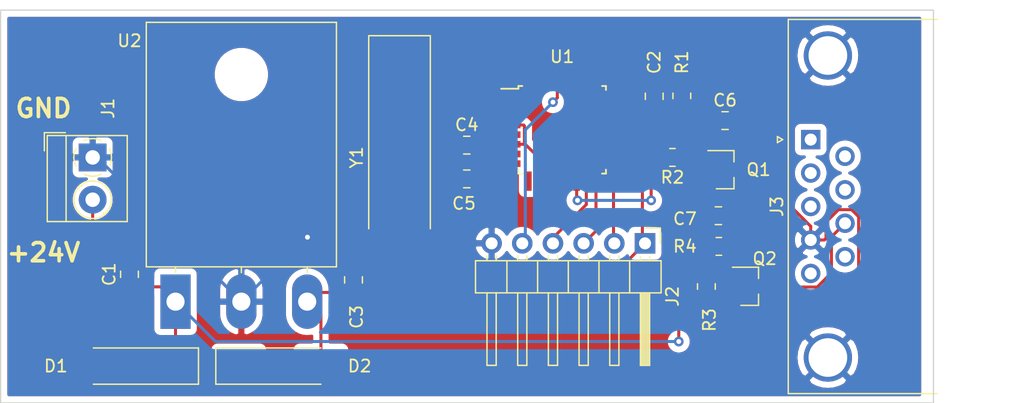
<source format=kicad_pcb>
(kicad_pcb (version 20171130) (host pcbnew 5.1.7-a382d34a8~88~ubuntu18.04.1)

  (general
    (thickness 1.6)
    (drawings 6)
    (tracks 137)
    (zones 0)
    (modules 21)
    (nets 16)
  )

  (page A4)
  (layers
    (0 F.Cu signal)
    (31 B.Cu signal)
    (32 B.Adhes user)
    (33 F.Adhes user)
    (34 B.Paste user)
    (35 F.Paste user)
    (36 B.SilkS user)
    (37 F.SilkS user)
    (38 B.Mask user)
    (39 F.Mask user)
    (40 Dwgs.User user)
    (41 Cmts.User user)
    (42 Eco1.User user)
    (43 Eco2.User user)
    (44 Edge.Cuts user)
    (45 Margin user)
    (46 B.CrtYd user)
    (47 F.CrtYd user)
    (48 B.Fab user)
    (49 F.Fab user hide)
  )

  (setup
    (last_trace_width 0.25)
    (trace_clearance 0.2)
    (zone_clearance 0.508)
    (zone_45_only no)
    (trace_min 0.2)
    (via_size 0.8)
    (via_drill 0.4)
    (via_min_size 0.4)
    (via_min_drill 0.3)
    (uvia_size 0.3)
    (uvia_drill 0.1)
    (uvias_allowed no)
    (uvia_min_size 0.2)
    (uvia_min_drill 0.1)
    (edge_width 0.1)
    (segment_width 0.2)
    (pcb_text_width 0.3)
    (pcb_text_size 1.5 1.5)
    (mod_edge_width 0.15)
    (mod_text_size 1 1)
    (mod_text_width 0.15)
    (pad_size 1.524 1.524)
    (pad_drill 0.762)
    (pad_to_mask_clearance 0)
    (aux_axis_origin 0 0)
    (visible_elements FFFFFF7F)
    (pcbplotparams
      (layerselection 0x010fc_ffffffff)
      (usegerberextensions false)
      (usegerberattributes true)
      (usegerberadvancedattributes true)
      (creategerberjobfile true)
      (excludeedgelayer true)
      (linewidth 0.100000)
      (plotframeref false)
      (viasonmask false)
      (mode 1)
      (useauxorigin false)
      (hpglpennumber 1)
      (hpglpenspeed 20)
      (hpglpendiameter 15.000000)
      (psnegative false)
      (psa4output false)
      (plotreference true)
      (plotvalue true)
      (plotinvisibletext false)
      (padsonsilk false)
      (subtractmaskfromsilk false)
      (outputformat 1)
      (mirror false)
      (drillshape 1)
      (scaleselection 1)
      (outputdirectory ""))
  )

  (net 0 "")
  (net 1 +24V)
  (net 2 GND)
  (net 3 RST)
  (net 4 +5V)
  (net 5 "Net-(C4-Pad2)")
  (net 6 "Net-(C5-Pad2)")
  (net 7 "Net-(C6-Pad1)")
  (net 8 "Net-(C7-Pad1)")
  (net 9 "Net-(C7-Pad2)")
  (net 10 MOSI)
  (net 11 SCK)
  (net 12 MISO)
  (net 13 "Net-(J3-Pad8)")
  (net 14 "Net-(R2-Pad2)")
  (net 15 "Net-(D1-Pad2)")

  (net_class Default "This is the default net class."
    (clearance 0.2)
    (trace_width 0.25)
    (via_dia 0.8)
    (via_drill 0.4)
    (uvia_dia 0.3)
    (uvia_drill 0.1)
    (add_net +24V)
    (add_net +5V)
    (add_net GND)
    (add_net MISO)
    (add_net MOSI)
    (add_net "Net-(C4-Pad2)")
    (add_net "Net-(C5-Pad2)")
    (add_net "Net-(C6-Pad1)")
    (add_net "Net-(C7-Pad1)")
    (add_net "Net-(C7-Pad2)")
    (add_net "Net-(D1-Pad2)")
    (add_net "Net-(J3-Pad8)")
    (add_net "Net-(R2-Pad2)")
    (add_net RST)
    (add_net SCK)
  )

  (module Diode_SMD:D_MELF_Handsoldering (layer F.Cu) (tedit 5905D89D) (tstamp 6010C48C)
    (at 74.07 100.584 180)
    (descr "Diode MELF Handsoldering")
    (tags "Diode MELF Handsoldering")
    (path /6022377F)
    (attr smd)
    (fp_text reference D1 (at 6.506 0) (layer F.SilkS)
      (effects (font (size 1 1) (thickness 0.15)))
    )
    (fp_text value 1N4002 (at 0 2.25) (layer F.Fab)
      (effects (font (size 1 1) (thickness 0.15)))
    )
    (fp_text user %R (at 0 -2.25) (layer F.Fab)
      (effects (font (size 1 1) (thickness 0.15)))
    )
    (fp_line (start 3.4 -1.5) (end -5.3 -1.5) (layer F.SilkS) (width 0.12))
    (fp_line (start -5.3 -1.5) (end -5.3 1.5) (layer F.SilkS) (width 0.12))
    (fp_line (start -5.3 1.5) (end 3.4 1.5) (layer F.SilkS) (width 0.12))
    (fp_line (start 2.6 -1.3) (end -2.6 -1.3) (layer F.Fab) (width 0.1))
    (fp_line (start -2.6 -1.3) (end -2.6 1.3) (layer F.Fab) (width 0.1))
    (fp_line (start -2.6 1.3) (end 2.6 1.3) (layer F.Fab) (width 0.1))
    (fp_line (start 2.6 1.3) (end 2.6 -1.3) (layer F.Fab) (width 0.1))
    (fp_line (start -0.64944 0.00102) (end -1.55114 0.00102) (layer F.Fab) (width 0.1))
    (fp_line (start 0.50118 0.00102) (end 1.4994 0.00102) (layer F.Fab) (width 0.1))
    (fp_line (start -0.64944 -0.79908) (end -0.64944 0.80112) (layer F.Fab) (width 0.1))
    (fp_line (start 0.50118 0.75032) (end 0.50118 -0.79908) (layer F.Fab) (width 0.1))
    (fp_line (start -0.64944 0.00102) (end 0.50118 0.75032) (layer F.Fab) (width 0.1))
    (fp_line (start -0.64944 0.00102) (end 0.50118 -0.79908) (layer F.Fab) (width 0.1))
    (fp_line (start -5.4 -1.6) (end 5.4 -1.6) (layer F.CrtYd) (width 0.05))
    (fp_line (start 5.4 -1.6) (end 5.4 1.6) (layer F.CrtYd) (width 0.05))
    (fp_line (start 5.4 1.6) (end -5.4 1.6) (layer F.CrtYd) (width 0.05))
    (fp_line (start -5.4 1.6) (end -5.4 -1.6) (layer F.CrtYd) (width 0.05))
    (pad 2 smd rect (at 3.4 0 180) (size 3.5 2.7) (layers F.Cu F.Paste F.Mask)
      (net 15 "Net-(D1-Pad2)"))
    (pad 1 smd rect (at -3.4 0 180) (size 3.5 2.7) (layers F.Cu F.Paste F.Mask)
      (net 1 +24V))
    (model ${KISYS3DMOD}/Diode_SMD.3dshapes/D_MELF.wrl
      (at (xyz 0 0 0))
      (scale (xyz 1 1 1))
      (rotate (xyz 0 0 0))
    )
  )

  (module Capacitor_SMD:C_0805_2012Metric_Pad1.18x1.45mm_HandSolder (layer F.Cu) (tedit 5F68FEEF) (tstamp 6010922D)
    (at 73.66 92.9855 90)
    (descr "Capacitor SMD 0805 (2012 Metric), square (rectangular) end terminal, IPC_7351 nominal with elongated pad for handsoldering. (Body size source: IPC-SM-782 page 76, https://www.pcb-3d.com/wordpress/wp-content/uploads/ipc-sm-782a_amendment_1_and_2.pdf, https://docs.google.com/spreadsheets/d/1BsfQQcO9C6DZCsRaXUlFlo91Tg2WpOkGARC1WS5S8t0/edit?usp=sharing), generated with kicad-footprint-generator")
    (tags "capacitor handsolder")
    (path /6015C630)
    (attr smd)
    (fp_text reference C1 (at 0 -1.68 90) (layer F.SilkS)
      (effects (font (size 1 1) (thickness 0.15)))
    )
    (fp_text value 330nF (at 0 1.68 90) (layer F.Fab)
      (effects (font (size 1 1) (thickness 0.15)))
    )
    (fp_line (start 1.88 0.98) (end -1.88 0.98) (layer F.CrtYd) (width 0.05))
    (fp_line (start 1.88 -0.98) (end 1.88 0.98) (layer F.CrtYd) (width 0.05))
    (fp_line (start -1.88 -0.98) (end 1.88 -0.98) (layer F.CrtYd) (width 0.05))
    (fp_line (start -1.88 0.98) (end -1.88 -0.98) (layer F.CrtYd) (width 0.05))
    (fp_line (start -0.261252 0.735) (end 0.261252 0.735) (layer F.SilkS) (width 0.12))
    (fp_line (start -0.261252 -0.735) (end 0.261252 -0.735) (layer F.SilkS) (width 0.12))
    (fp_line (start 1 0.625) (end -1 0.625) (layer F.Fab) (width 0.1))
    (fp_line (start 1 -0.625) (end 1 0.625) (layer F.Fab) (width 0.1))
    (fp_line (start -1 -0.625) (end 1 -0.625) (layer F.Fab) (width 0.1))
    (fp_line (start -1 0.625) (end -1 -0.625) (layer F.Fab) (width 0.1))
    (fp_text user %R (at 0 0 90) (layer F.Fab)
      (effects (font (size 0.5 0.5) (thickness 0.08)))
    )
    (pad 1 smd roundrect (at -1.0375 0 90) (size 1.175 1.45) (layers F.Cu F.Paste F.Mask) (roundrect_rratio 0.212766)
      (net 1 +24V))
    (pad 2 smd roundrect (at 1.0375 0 90) (size 1.175 1.45) (layers F.Cu F.Paste F.Mask) (roundrect_rratio 0.212766)
      (net 2 GND))
    (model ${KISYS3DMOD}/Capacitor_SMD.3dshapes/C_0805_2012Metric.wrl
      (at (xyz 0 0 0))
      (scale (xyz 1 1 1))
      (rotate (xyz 0 0 0))
    )
  )

  (module Capacitor_SMD:C_0805_2012Metric_Pad1.18x1.45mm_HandSolder (layer F.Cu) (tedit 5F68FEEF) (tstamp 6010923E)
    (at 117.094 78.2535 270)
    (descr "Capacitor SMD 0805 (2012 Metric), square (rectangular) end terminal, IPC_7351 nominal with elongated pad for handsoldering. (Body size source: IPC-SM-782 page 76, https://www.pcb-3d.com/wordpress/wp-content/uploads/ipc-sm-782a_amendment_1_and_2.pdf, https://docs.google.com/spreadsheets/d/1BsfQQcO9C6DZCsRaXUlFlo91Tg2WpOkGARC1WS5S8t0/edit?usp=sharing), generated with kicad-footprint-generator")
    (tags "capacitor handsolder")
    (path /6017BCC6)
    (attr smd)
    (fp_text reference C2 (at -2.8155 0 90) (layer F.SilkS)
      (effects (font (size 1 1) (thickness 0.15)))
    )
    (fp_text value 100nF (at 0 1.68 90) (layer F.Fab)
      (effects (font (size 1 1) (thickness 0.15)))
    )
    (fp_line (start 1.88 0.98) (end -1.88 0.98) (layer F.CrtYd) (width 0.05))
    (fp_line (start 1.88 -0.98) (end 1.88 0.98) (layer F.CrtYd) (width 0.05))
    (fp_line (start -1.88 -0.98) (end 1.88 -0.98) (layer F.CrtYd) (width 0.05))
    (fp_line (start -1.88 0.98) (end -1.88 -0.98) (layer F.CrtYd) (width 0.05))
    (fp_line (start -0.261252 0.735) (end 0.261252 0.735) (layer F.SilkS) (width 0.12))
    (fp_line (start -0.261252 -0.735) (end 0.261252 -0.735) (layer F.SilkS) (width 0.12))
    (fp_line (start 1 0.625) (end -1 0.625) (layer F.Fab) (width 0.1))
    (fp_line (start 1 -0.625) (end 1 0.625) (layer F.Fab) (width 0.1))
    (fp_line (start -1 -0.625) (end 1 -0.625) (layer F.Fab) (width 0.1))
    (fp_line (start -1 0.625) (end -1 -0.625) (layer F.Fab) (width 0.1))
    (fp_text user %R (at 0 0 90) (layer F.Fab)
      (effects (font (size 0.5 0.5) (thickness 0.08)))
    )
    (pad 1 smd roundrect (at -1.0375 0 270) (size 1.175 1.45) (layers F.Cu F.Paste F.Mask) (roundrect_rratio 0.212766)
      (net 3 RST))
    (pad 2 smd roundrect (at 1.0375 0 270) (size 1.175 1.45) (layers F.Cu F.Paste F.Mask) (roundrect_rratio 0.212766)
      (net 2 GND))
    (model ${KISYS3DMOD}/Capacitor_SMD.3dshapes/C_0805_2012Metric.wrl
      (at (xyz 0 0 0))
      (scale (xyz 1 1 1))
      (rotate (xyz 0 0 0))
    )
  )

  (module Capacitor_SMD:C_0805_2012Metric_Pad1.18x1.45mm_HandSolder (layer F.Cu) (tedit 5F68FEEF) (tstamp 6010924F)
    (at 92.202 93.4505 90)
    (descr "Capacitor SMD 0805 (2012 Metric), square (rectangular) end terminal, IPC_7351 nominal with elongated pad for handsoldering. (Body size source: IPC-SM-782 page 76, https://www.pcb-3d.com/wordpress/wp-content/uploads/ipc-sm-782a_amendment_1_and_2.pdf, https://docs.google.com/spreadsheets/d/1BsfQQcO9C6DZCsRaXUlFlo91Tg2WpOkGARC1WS5S8t0/edit?usp=sharing), generated with kicad-footprint-generator")
    (tags "capacitor handsolder")
    (path /6015CC3E)
    (attr smd)
    (fp_text reference C3 (at -3.0695 0.254 90) (layer F.SilkS)
      (effects (font (size 1 1) (thickness 0.15)))
    )
    (fp_text value 100nF (at 0 1.68 90) (layer F.Fab)
      (effects (font (size 1 1) (thickness 0.15)))
    )
    (fp_text user %R (at 0 0 90) (layer F.Fab)
      (effects (font (size 0.5 0.5) (thickness 0.08)))
    )
    (fp_line (start -1 0.625) (end -1 -0.625) (layer F.Fab) (width 0.1))
    (fp_line (start -1 -0.625) (end 1 -0.625) (layer F.Fab) (width 0.1))
    (fp_line (start 1 -0.625) (end 1 0.625) (layer F.Fab) (width 0.1))
    (fp_line (start 1 0.625) (end -1 0.625) (layer F.Fab) (width 0.1))
    (fp_line (start -0.261252 -0.735) (end 0.261252 -0.735) (layer F.SilkS) (width 0.12))
    (fp_line (start -0.261252 0.735) (end 0.261252 0.735) (layer F.SilkS) (width 0.12))
    (fp_line (start -1.88 0.98) (end -1.88 -0.98) (layer F.CrtYd) (width 0.05))
    (fp_line (start -1.88 -0.98) (end 1.88 -0.98) (layer F.CrtYd) (width 0.05))
    (fp_line (start 1.88 -0.98) (end 1.88 0.98) (layer F.CrtYd) (width 0.05))
    (fp_line (start 1.88 0.98) (end -1.88 0.98) (layer F.CrtYd) (width 0.05))
    (pad 2 smd roundrect (at 1.0375 0 90) (size 1.175 1.45) (layers F.Cu F.Paste F.Mask) (roundrect_rratio 0.212766)
      (net 2 GND))
    (pad 1 smd roundrect (at -1.0375 0 90) (size 1.175 1.45) (layers F.Cu F.Paste F.Mask) (roundrect_rratio 0.212766)
      (net 4 +5V))
    (model ${KISYS3DMOD}/Capacitor_SMD.3dshapes/C_0805_2012Metric.wrl
      (at (xyz 0 0 0))
      (scale (xyz 1 1 1))
      (rotate (xyz 0 0 0))
    )
  )

  (module Capacitor_SMD:C_0805_2012Metric_Pad1.18x1.45mm_HandSolder (layer F.Cu) (tedit 5F68FEEF) (tstamp 60109CEC)
    (at 101.5785 82.296)
    (descr "Capacitor SMD 0805 (2012 Metric), square (rectangular) end terminal, IPC_7351 nominal with elongated pad for handsoldering. (Body size source: IPC-SM-782 page 76, https://www.pcb-3d.com/wordpress/wp-content/uploads/ipc-sm-782a_amendment_1_and_2.pdf, https://docs.google.com/spreadsheets/d/1BsfQQcO9C6DZCsRaXUlFlo91Tg2WpOkGARC1WS5S8t0/edit?usp=sharing), generated with kicad-footprint-generator")
    (tags "capacitor handsolder")
    (path /60156FA2)
    (attr smd)
    (fp_text reference C4 (at 0 -1.68) (layer F.SilkS)
      (effects (font (size 1 1) (thickness 0.15)))
    )
    (fp_text value 22pF (at 0 1.68) (layer F.Fab)
      (effects (font (size 1 1) (thickness 0.15)))
    )
    (fp_line (start 1.88 0.98) (end -1.88 0.98) (layer F.CrtYd) (width 0.05))
    (fp_line (start 1.88 -0.98) (end 1.88 0.98) (layer F.CrtYd) (width 0.05))
    (fp_line (start -1.88 -0.98) (end 1.88 -0.98) (layer F.CrtYd) (width 0.05))
    (fp_line (start -1.88 0.98) (end -1.88 -0.98) (layer F.CrtYd) (width 0.05))
    (fp_line (start -0.261252 0.735) (end 0.261252 0.735) (layer F.SilkS) (width 0.12))
    (fp_line (start -0.261252 -0.735) (end 0.261252 -0.735) (layer F.SilkS) (width 0.12))
    (fp_line (start 1 0.625) (end -1 0.625) (layer F.Fab) (width 0.1))
    (fp_line (start 1 -0.625) (end 1 0.625) (layer F.Fab) (width 0.1))
    (fp_line (start -1 -0.625) (end 1 -0.625) (layer F.Fab) (width 0.1))
    (fp_line (start -1 0.625) (end -1 -0.625) (layer F.Fab) (width 0.1))
    (fp_text user %R (at 0 0) (layer F.Fab)
      (effects (font (size 0.5 0.5) (thickness 0.08)))
    )
    (pad 1 smd roundrect (at -1.0375 0) (size 1.175 1.45) (layers F.Cu F.Paste F.Mask) (roundrect_rratio 0.212766)
      (net 2 GND))
    (pad 2 smd roundrect (at 1.0375 0) (size 1.175 1.45) (layers F.Cu F.Paste F.Mask) (roundrect_rratio 0.212766)
      (net 5 "Net-(C4-Pad2)"))
    (model ${KISYS3DMOD}/Capacitor_SMD.3dshapes/C_0805_2012Metric.wrl
      (at (xyz 0 0 0))
      (scale (xyz 1 1 1))
      (rotate (xyz 0 0 0))
    )
  )

  (module Capacitor_SMD:C_0805_2012Metric_Pad1.18x1.45mm_HandSolder (layer F.Cu) (tedit 5F68FEEF) (tstamp 60109271)
    (at 101.5785 85.09)
    (descr "Capacitor SMD 0805 (2012 Metric), square (rectangular) end terminal, IPC_7351 nominal with elongated pad for handsoldering. (Body size source: IPC-SM-782 page 76, https://www.pcb-3d.com/wordpress/wp-content/uploads/ipc-sm-782a_amendment_1_and_2.pdf, https://docs.google.com/spreadsheets/d/1BsfQQcO9C6DZCsRaXUlFlo91Tg2WpOkGARC1WS5S8t0/edit?usp=sharing), generated with kicad-footprint-generator")
    (tags "capacitor handsolder")
    (path /60157C09)
    (attr smd)
    (fp_text reference C5 (at -0.2325 2.032) (layer F.SilkS)
      (effects (font (size 1 1) (thickness 0.15)))
    )
    (fp_text value 22pF (at 0 1.68) (layer F.Fab)
      (effects (font (size 1 1) (thickness 0.15)))
    )
    (fp_text user %R (at 0 0) (layer F.Fab)
      (effects (font (size 0.5 0.5) (thickness 0.08)))
    )
    (fp_line (start -1 0.625) (end -1 -0.625) (layer F.Fab) (width 0.1))
    (fp_line (start -1 -0.625) (end 1 -0.625) (layer F.Fab) (width 0.1))
    (fp_line (start 1 -0.625) (end 1 0.625) (layer F.Fab) (width 0.1))
    (fp_line (start 1 0.625) (end -1 0.625) (layer F.Fab) (width 0.1))
    (fp_line (start -0.261252 -0.735) (end 0.261252 -0.735) (layer F.SilkS) (width 0.12))
    (fp_line (start -0.261252 0.735) (end 0.261252 0.735) (layer F.SilkS) (width 0.12))
    (fp_line (start -1.88 0.98) (end -1.88 -0.98) (layer F.CrtYd) (width 0.05))
    (fp_line (start -1.88 -0.98) (end 1.88 -0.98) (layer F.CrtYd) (width 0.05))
    (fp_line (start 1.88 -0.98) (end 1.88 0.98) (layer F.CrtYd) (width 0.05))
    (fp_line (start 1.88 0.98) (end -1.88 0.98) (layer F.CrtYd) (width 0.05))
    (pad 2 smd roundrect (at 1.0375 0) (size 1.175 1.45) (layers F.Cu F.Paste F.Mask) (roundrect_rratio 0.212766)
      (net 6 "Net-(C5-Pad2)"))
    (pad 1 smd roundrect (at -1.0375 0) (size 1.175 1.45) (layers F.Cu F.Paste F.Mask) (roundrect_rratio 0.212766)
      (net 2 GND))
    (model ${KISYS3DMOD}/Capacitor_SMD.3dshapes/C_0805_2012Metric.wrl
      (at (xyz 0 0 0))
      (scale (xyz 1 1 1))
      (rotate (xyz 0 0 0))
    )
  )

  (module Capacitor_SMD:C_0805_2012Metric_Pad1.18x1.45mm_HandSolder (layer F.Cu) (tedit 5F68FEEF) (tstamp 60109282)
    (at 122.9575 80.264)
    (descr "Capacitor SMD 0805 (2012 Metric), square (rectangular) end terminal, IPC_7351 nominal with elongated pad for handsoldering. (Body size source: IPC-SM-782 page 76, https://www.pcb-3d.com/wordpress/wp-content/uploads/ipc-sm-782a_amendment_1_and_2.pdf, https://docs.google.com/spreadsheets/d/1BsfQQcO9C6DZCsRaXUlFlo91Tg2WpOkGARC1WS5S8t0/edit?usp=sharing), generated with kicad-footprint-generator")
    (tags "capacitor handsolder")
    (path /5FA2DCA1)
    (attr smd)
    (fp_text reference C6 (at 0 -1.68) (layer F.SilkS)
      (effects (font (size 1 1) (thickness 0.15)))
    )
    (fp_text value 1n (at 0 1.68) (layer F.Fab)
      (effects (font (size 1 1) (thickness 0.15)))
    )
    (fp_text user %R (at 0 0) (layer F.Fab)
      (effects (font (size 0.5 0.5) (thickness 0.08)))
    )
    (fp_line (start -1 0.625) (end -1 -0.625) (layer F.Fab) (width 0.1))
    (fp_line (start -1 -0.625) (end 1 -0.625) (layer F.Fab) (width 0.1))
    (fp_line (start 1 -0.625) (end 1 0.625) (layer F.Fab) (width 0.1))
    (fp_line (start 1 0.625) (end -1 0.625) (layer F.Fab) (width 0.1))
    (fp_line (start -0.261252 -0.735) (end 0.261252 -0.735) (layer F.SilkS) (width 0.12))
    (fp_line (start -0.261252 0.735) (end 0.261252 0.735) (layer F.SilkS) (width 0.12))
    (fp_line (start -1.88 0.98) (end -1.88 -0.98) (layer F.CrtYd) (width 0.05))
    (fp_line (start -1.88 -0.98) (end 1.88 -0.98) (layer F.CrtYd) (width 0.05))
    (fp_line (start 1.88 -0.98) (end 1.88 0.98) (layer F.CrtYd) (width 0.05))
    (fp_line (start 1.88 0.98) (end -1.88 0.98) (layer F.CrtYd) (width 0.05))
    (pad 2 smd roundrect (at 1.0375 0) (size 1.175 1.45) (layers F.Cu F.Paste F.Mask) (roundrect_rratio 0.212766)
      (net 2 GND))
    (pad 1 smd roundrect (at -1.0375 0) (size 1.175 1.45) (layers F.Cu F.Paste F.Mask) (roundrect_rratio 0.212766)
      (net 7 "Net-(C6-Pad1)"))
    (model ${KISYS3DMOD}/Capacitor_SMD.3dshapes/C_0805_2012Metric.wrl
      (at (xyz 0 0 0))
      (scale (xyz 1 1 1))
      (rotate (xyz 0 0 0))
    )
  )

  (module Capacitor_SMD:C_0805_2012Metric_Pad1.18x1.45mm_HandSolder (layer F.Cu) (tedit 5F68FEEF) (tstamp 6010AE69)
    (at 122.4065 88.138 180)
    (descr "Capacitor SMD 0805 (2012 Metric), square (rectangular) end terminal, IPC_7351 nominal with elongated pad for handsoldering. (Body size source: IPC-SM-782 page 76, https://www.pcb-3d.com/wordpress/wp-content/uploads/ipc-sm-782a_amendment_1_and_2.pdf, https://docs.google.com/spreadsheets/d/1BsfQQcO9C6DZCsRaXUlFlo91Tg2WpOkGARC1WS5S8t0/edit?usp=sharing), generated with kicad-footprint-generator")
    (tags "capacitor handsolder")
    (path /5FA38DE9)
    (attr smd)
    (fp_text reference C7 (at 2.7725 -0.254) (layer F.SilkS)
      (effects (font (size 1 1) (thickness 0.15)))
    )
    (fp_text value 10n (at 0 1.68) (layer F.Fab)
      (effects (font (size 1 1) (thickness 0.15)))
    )
    (fp_line (start 1.88 0.98) (end -1.88 0.98) (layer F.CrtYd) (width 0.05))
    (fp_line (start 1.88 -0.98) (end 1.88 0.98) (layer F.CrtYd) (width 0.05))
    (fp_line (start -1.88 -0.98) (end 1.88 -0.98) (layer F.CrtYd) (width 0.05))
    (fp_line (start -1.88 0.98) (end -1.88 -0.98) (layer F.CrtYd) (width 0.05))
    (fp_line (start -0.261252 0.735) (end 0.261252 0.735) (layer F.SilkS) (width 0.12))
    (fp_line (start -0.261252 -0.735) (end 0.261252 -0.735) (layer F.SilkS) (width 0.12))
    (fp_line (start 1 0.625) (end -1 0.625) (layer F.Fab) (width 0.1))
    (fp_line (start 1 -0.625) (end 1 0.625) (layer F.Fab) (width 0.1))
    (fp_line (start -1 -0.625) (end 1 -0.625) (layer F.Fab) (width 0.1))
    (fp_line (start -1 0.625) (end -1 -0.625) (layer F.Fab) (width 0.1))
    (fp_text user %R (at 0 0) (layer F.Fab)
      (effects (font (size 0.5 0.5) (thickness 0.08)))
    )
    (pad 1 smd roundrect (at -1.0375 0 180) (size 1.175 1.45) (layers F.Cu F.Paste F.Mask) (roundrect_rratio 0.212766)
      (net 8 "Net-(C7-Pad1)"))
    (pad 2 smd roundrect (at 1.0375 0 180) (size 1.175 1.45) (layers F.Cu F.Paste F.Mask) (roundrect_rratio 0.212766)
      (net 9 "Net-(C7-Pad2)"))
    (model ${KISYS3DMOD}/Capacitor_SMD.3dshapes/C_0805_2012Metric.wrl
      (at (xyz 0 0 0))
      (scale (xyz 1 1 1))
      (rotate (xyz 0 0 0))
    )
  )

  (module Connect:TerminalBlock_MetzConnect_Type059_RT06302HBWC_1x02_P3.50mm_Horizontal (layer F.Cu) (tedit 5B294EA0) (tstamp 601092BB)
    (at 70.612 83.312 270)
    (descr "terminal block Metz Connect Type059_RT06302HBWC, 2 pins, pitch 3.5mm, size 7x6.5mm^2, drill diamater 1.2mm, pad diameter 2.3mm, see http://www.metz-connect.com/de/system/files/productfiles/Datenblatt_310591_RT063xxHBWC_OFF-022684T.pdf, script-generated using https://github.com/pointhi/kicad-footprint-generator/scripts/TerminalBlock_MetzConnect")
    (tags "THT terminal block Metz Connect Type059_RT06302HBWC pitch 3.5mm size 7x6.5mm^2 drill 1.2mm pad 2.3mm")
    (path /6015D2A3)
    (fp_text reference J1 (at -4.064 -1.27 90) (layer F.SilkS)
      (effects (font (size 1 1) (thickness 0.15)))
    )
    (fp_text value Conn_01x02 (at 1.75 4.76 90) (layer F.Fab)
      (effects (font (size 1 1) (thickness 0.15)))
    )
    (fp_line (start 5.75 -3.3) (end -2.25 -3.3) (layer F.CrtYd) (width 0.05))
    (fp_line (start 5.75 4.2) (end 5.75 -3.3) (layer F.CrtYd) (width 0.05))
    (fp_line (start -2.25 4.2) (end 5.75 4.2) (layer F.CrtYd) (width 0.05))
    (fp_line (start -2.25 -3.3) (end -2.25 4.2) (layer F.CrtYd) (width 0.05))
    (fp_line (start -2.05 4) (end -0.55 4) (layer F.SilkS) (width 0.12))
    (fp_line (start -2.05 2.26) (end -2.05 4) (layer F.SilkS) (width 0.12))
    (fp_line (start 2.397 0.914) (end 2.321 0.99) (layer F.SilkS) (width 0.12))
    (fp_line (start 4.49 -1.18) (end 4.436 -1.126) (layer F.SilkS) (width 0.12))
    (fp_line (start 2.565 1.125) (end 2.511 1.18) (layer F.SilkS) (width 0.12))
    (fp_line (start 4.68 -0.99) (end 4.604 -0.914) (layer F.SilkS) (width 0.12))
    (fp_line (start 4.376 -1.043) (end 2.458 0.875) (layer F.Fab) (width 0.1))
    (fp_line (start 4.543 -0.875) (end 2.625 1.043) (layer F.Fab) (width 0.1))
    (fp_line (start 0.876 -1.043) (end -1.043 0.875) (layer F.Fab) (width 0.1))
    (fp_line (start 1.043 -0.875) (end -0.876 1.043) (layer F.Fab) (width 0.1))
    (fp_line (start 5.31 -2.86) (end 5.31 3.76) (layer F.SilkS) (width 0.12))
    (fp_line (start -1.81 -2.86) (end -1.81 3.76) (layer F.SilkS) (width 0.12))
    (fp_line (start -1.81 3.76) (end 5.31 3.76) (layer F.SilkS) (width 0.12))
    (fp_line (start -1.81 -2.86) (end 5.31 -2.86) (layer F.SilkS) (width 0.12))
    (fp_line (start -1.81 2.2) (end 5.31 2.2) (layer F.SilkS) (width 0.12))
    (fp_line (start -1.75 2.2) (end 5.25 2.2) (layer F.Fab) (width 0.1))
    (fp_line (start -1.75 2.2) (end -1.75 -2.8) (layer F.Fab) (width 0.1))
    (fp_line (start -0.25 3.7) (end -1.75 2.2) (layer F.Fab) (width 0.1))
    (fp_line (start 5.25 3.7) (end -0.25 3.7) (layer F.Fab) (width 0.1))
    (fp_line (start 5.25 -2.8) (end 5.25 3.7) (layer F.Fab) (width 0.1))
    (fp_line (start -1.75 -2.8) (end 5.25 -2.8) (layer F.Fab) (width 0.1))
    (fp_circle (center 3.5 0) (end 5.055 0) (layer F.SilkS) (width 0.12))
    (fp_circle (center 3.5 0) (end 4.875 0) (layer F.Fab) (width 0.1))
    (fp_circle (center 0 0) (end 1.375 0) (layer F.Fab) (width 0.1))
    (fp_arc (start 0 0) (end 0 1.555) (angle -27) (layer F.SilkS) (width 0.12))
    (fp_arc (start 0 0) (end 1.386 0.707) (angle -54) (layer F.SilkS) (width 0.12))
    (fp_arc (start 0 0) (end 0.707 -1.386) (angle -54) (layer F.SilkS) (width 0.12))
    (fp_arc (start 0 0) (end -1.386 -0.707) (angle -54) (layer F.SilkS) (width 0.12))
    (fp_arc (start 0 0) (end -0.707 1.386) (angle -28) (layer F.SilkS) (width 0.12))
    (fp_text user %R (at 1.75 2.95 90) (layer F.Fab)
      (effects (font (size 1 1) (thickness 0.15)))
    )
    (pad 1 thru_hole rect (at 0 0 270) (size 2.3 2.3) (drill 1.2) (layers *.Cu *.Mask)
      (net 2 GND))
    (pad 2 thru_hole circle (at 3.5 0 270) (size 2.3 2.3) (drill 1.2) (layers *.Cu *.Mask)
      (net 15 "Net-(D1-Pad2)"))
    (model ${KISYS3DMOD}/TerminalBlock_MetzConnect.3dshapes/TerminalBlock_MetzConnect_Type059_RT06302HBWC_1x02_P3.50mm_Horizontal.wrl
      (at (xyz 0 0 0))
      (scale (xyz 1 1 1))
      (rotate (xyz 0 0 0))
    )
  )

  (module Connector_SUB:DSUB-9_Female_Horizontal_P2.77x2.84mm_EdgePinOffset7.70mm_Housed_MountingHolesOffset9.12mm (layer F.Cu) (tedit 59FEDEE2) (tstamp 6010B790)
    (at 130.048 81.836 90)
    (descr "9-pin D-Sub connector, horizontal/angled (90 deg), THT-mount, female, pitch 2.77x2.84mm, pin-PCB-offset 7.699999999999999mm, distance of mounting holes 25mm, distance of mounting holes to PCB edge 9.12mm, see https://disti-assets.s3.amazonaws.com/tonar/files/datasheets/16730.pdf")
    (tags "9-pin D-Sub connector horizontal angled 90deg THT female pitch 2.77x2.84mm pin-PCB-offset 7.699999999999999mm mounting-holes-distance 25mm mounting-hole-offset 25mm")
    (path /6016868F)
    (fp_text reference J3 (at -5.54 -2.8 90) (layer F.SilkS)
      (effects (font (size 1 1) (thickness 0.15)))
    )
    (fp_text value DB9_Female_MountingHoles (at -5.54 18.61 90) (layer F.Fab)
      (effects (font (size 1 1) (thickness 0.15)))
    )
    (fp_line (start 10.4 -2.35) (end -21.5 -2.35) (layer F.CrtYd) (width 0.05))
    (fp_line (start 10.4 17.65) (end 10.4 -2.35) (layer F.CrtYd) (width 0.05))
    (fp_line (start -21.5 17.65) (end 10.4 17.65) (layer F.CrtYd) (width 0.05))
    (fp_line (start -21.5 -2.35) (end -21.5 17.65) (layer F.CrtYd) (width 0.05))
    (fp_line (start 0 -2.321325) (end -0.25 -2.754338) (layer F.SilkS) (width 0.12))
    (fp_line (start 0.25 -2.754338) (end 0 -2.321325) (layer F.SilkS) (width 0.12))
    (fp_line (start -0.25 -2.754338) (end 0.25 -2.754338) (layer F.SilkS) (width 0.12))
    (fp_line (start 9.945 -1.86) (end 9.945 10.48) (layer F.SilkS) (width 0.12))
    (fp_line (start -21.025 -1.86) (end 9.945 -1.86) (layer F.SilkS) (width 0.12))
    (fp_line (start -21.025 10.48) (end -21.025 -1.86) (layer F.SilkS) (width 0.12))
    (fp_line (start 8.56 10.54) (end 8.56 1.42) (layer F.Fab) (width 0.1))
    (fp_line (start 5.36 10.54) (end 5.36 1.42) (layer F.Fab) (width 0.1))
    (fp_line (start -16.44 10.54) (end -16.44 1.42) (layer F.Fab) (width 0.1))
    (fp_line (start -19.64 10.54) (end -19.64 1.42) (layer F.Fab) (width 0.1))
    (fp_line (start 9.46 10.94) (end 4.46 10.94) (layer F.Fab) (width 0.1))
    (fp_line (start 9.46 15.94) (end 9.46 10.94) (layer F.Fab) (width 0.1))
    (fp_line (start 4.46 15.94) (end 9.46 15.94) (layer F.Fab) (width 0.1))
    (fp_line (start 4.46 10.94) (end 4.46 15.94) (layer F.Fab) (width 0.1))
    (fp_line (start -15.54 10.94) (end -20.54 10.94) (layer F.Fab) (width 0.1))
    (fp_line (start -15.54 15.94) (end -15.54 10.94) (layer F.Fab) (width 0.1))
    (fp_line (start -20.54 15.94) (end -15.54 15.94) (layer F.Fab) (width 0.1))
    (fp_line (start -20.54 10.94) (end -20.54 15.94) (layer F.Fab) (width 0.1))
    (fp_line (start 2.61 10.94) (end -13.69 10.94) (layer F.Fab) (width 0.1))
    (fp_line (start 2.61 17.11) (end 2.61 10.94) (layer F.Fab) (width 0.1))
    (fp_line (start -13.69 17.11) (end 2.61 17.11) (layer F.Fab) (width 0.1))
    (fp_line (start -13.69 10.94) (end -13.69 17.11) (layer F.Fab) (width 0.1))
    (fp_line (start 9.885 10.54) (end -20.965 10.54) (layer F.Fab) (width 0.1))
    (fp_line (start 9.885 10.94) (end 9.885 10.54) (layer F.Fab) (width 0.1))
    (fp_line (start -20.965 10.94) (end 9.885 10.94) (layer F.Fab) (width 0.1))
    (fp_line (start -20.965 10.54) (end -20.965 10.94) (layer F.Fab) (width 0.1))
    (fp_line (start 9.885 -1.8) (end -20.965 -1.8) (layer F.Fab) (width 0.1))
    (fp_line (start 9.885 10.54) (end 9.885 -1.8) (layer F.Fab) (width 0.1))
    (fp_line (start -20.965 10.54) (end 9.885 10.54) (layer F.Fab) (width 0.1))
    (fp_line (start -20.965 -1.8) (end -20.965 10.54) (layer F.Fab) (width 0.1))
    (fp_arc (start -18.04 1.42) (end -19.64 1.42) (angle 180) (layer F.Fab) (width 0.1))
    (fp_arc (start 6.96 1.42) (end 5.36 1.42) (angle 180) (layer F.Fab) (width 0.1))
    (fp_text user %R (at -5.54 14.025 90) (layer F.Fab)
      (effects (font (size 1 1) (thickness 0.15)))
    )
    (pad 1 thru_hole rect (at 0 0 90) (size 1.6 1.6) (drill 1) (layers *.Cu *.Mask))
    (pad 2 thru_hole circle (at -2.77 0 90) (size 1.6 1.6) (drill 1) (layers *.Cu *.Mask))
    (pad 3 thru_hole circle (at -5.54 0 90) (size 1.6 1.6) (drill 1) (layers *.Cu *.Mask))
    (pad 4 thru_hole circle (at -8.31 0 90) (size 1.6 1.6) (drill 1) (layers *.Cu *.Mask)
      (net 2 GND))
    (pad 5 thru_hole circle (at -11.08 0 90) (size 1.6 1.6) (drill 1) (layers *.Cu *.Mask))
    (pad 6 thru_hole circle (at -1.385 2.84 90) (size 1.6 1.6) (drill 1) (layers *.Cu *.Mask))
    (pad 7 thru_hole circle (at -4.155 2.84 90) (size 1.6 1.6) (drill 1) (layers *.Cu *.Mask))
    (pad 8 thru_hole circle (at -6.925 2.84 90) (size 1.6 1.6) (drill 1) (layers *.Cu *.Mask)
      (net 13 "Net-(J3-Pad8)"))
    (pad 9 thru_hole circle (at -9.695 2.84 90) (size 1.6 1.6) (drill 1) (layers *.Cu *.Mask))
    (pad 0 thru_hole circle (at -18.04 1.42 90) (size 4 4) (drill 3.2) (layers *.Cu *.Mask)
      (net 2 GND))
    (pad 0 thru_hole circle (at 6.96 1.42 90) (size 4 4) (drill 3.2) (layers *.Cu *.Mask)
      (net 2 GND))
    (model ${KISYS3DMOD}/Connector_Dsub.3dshapes/DSUB-9_Female_Horizontal_P2.77x2.84mm_EdgePinOffset7.70mm_Housed_MountingHolesOffset9.12mm.wrl
      (at (xyz 0 0 0))
      (scale (xyz 1 1 1))
      (rotate (xyz 0 0 0))
    )
  )

  (module Package_TO_SOT_SMD:SOT-23 (layer F.Cu) (tedit 5A02FF57) (tstamp 6010AA26)
    (at 122.936 84.328)
    (descr "SOT-23, Standard")
    (tags SOT-23)
    (path /5FA2B169)
    (attr smd)
    (fp_text reference Q1 (at 2.794 0) (layer F.SilkS)
      (effects (font (size 1 1) (thickness 0.15)))
    )
    (fp_text value BC817 (at 0 2.5) (layer F.Fab)
      (effects (font (size 1 1) (thickness 0.15)))
    )
    (fp_line (start 0.76 1.58) (end -0.7 1.58) (layer F.SilkS) (width 0.12))
    (fp_line (start 0.76 -1.58) (end -1.4 -1.58) (layer F.SilkS) (width 0.12))
    (fp_line (start -1.7 1.75) (end -1.7 -1.75) (layer F.CrtYd) (width 0.05))
    (fp_line (start 1.7 1.75) (end -1.7 1.75) (layer F.CrtYd) (width 0.05))
    (fp_line (start 1.7 -1.75) (end 1.7 1.75) (layer F.CrtYd) (width 0.05))
    (fp_line (start -1.7 -1.75) (end 1.7 -1.75) (layer F.CrtYd) (width 0.05))
    (fp_line (start 0.76 -1.58) (end 0.76 -0.65) (layer F.SilkS) (width 0.12))
    (fp_line (start 0.76 1.58) (end 0.76 0.65) (layer F.SilkS) (width 0.12))
    (fp_line (start -0.7 1.52) (end 0.7 1.52) (layer F.Fab) (width 0.1))
    (fp_line (start 0.7 -1.52) (end 0.7 1.52) (layer F.Fab) (width 0.1))
    (fp_line (start -0.7 -0.95) (end -0.15 -1.52) (layer F.Fab) (width 0.1))
    (fp_line (start -0.15 -1.52) (end 0.7 -1.52) (layer F.Fab) (width 0.1))
    (fp_line (start -0.7 -0.95) (end -0.7 1.5) (layer F.Fab) (width 0.1))
    (fp_text user %R (at 0 0 90) (layer F.Fab)
      (effects (font (size 0.5 0.5) (thickness 0.075)))
    )
    (pad 1 smd rect (at -1 -0.95) (size 0.9 0.8) (layers F.Cu F.Paste F.Mask)
      (net 7 "Net-(C6-Pad1)"))
    (pad 2 smd rect (at -1 0.95) (size 0.9 0.8) (layers F.Cu F.Paste F.Mask)
      (net 2 GND))
    (pad 3 smd rect (at 1 0) (size 0.9 0.8) (layers F.Cu F.Paste F.Mask)
      (net 9 "Net-(C7-Pad2)"))
    (model ${KISYS3DMOD}/Package_TO_SOT_SMD.3dshapes/SOT-23.wrl
      (at (xyz 0 0 0))
      (scale (xyz 1 1 1))
      (rotate (xyz 0 0 0))
    )
  )

  (module Package_TO_SOT_SMD:SOT-23 (layer F.Cu) (tedit 5A02FF57) (tstamp 60109380)
    (at 124.968 93.98)
    (descr "SOT-23, Standard")
    (tags SOT-23)
    (path /5FA3A1BC)
    (attr smd)
    (fp_text reference Q2 (at 1.27 -2.286) (layer F.SilkS)
      (effects (font (size 1 1) (thickness 0.15)))
    )
    (fp_text value BC807 (at 0 2.5) (layer F.Fab)
      (effects (font (size 1 1) (thickness 0.15)))
    )
    (fp_text user %R (at 0 0 90) (layer F.Fab)
      (effects (font (size 0.5 0.5) (thickness 0.075)))
    )
    (fp_line (start -0.7 -0.95) (end -0.7 1.5) (layer F.Fab) (width 0.1))
    (fp_line (start -0.15 -1.52) (end 0.7 -1.52) (layer F.Fab) (width 0.1))
    (fp_line (start -0.7 -0.95) (end -0.15 -1.52) (layer F.Fab) (width 0.1))
    (fp_line (start 0.7 -1.52) (end 0.7 1.52) (layer F.Fab) (width 0.1))
    (fp_line (start -0.7 1.52) (end 0.7 1.52) (layer F.Fab) (width 0.1))
    (fp_line (start 0.76 1.58) (end 0.76 0.65) (layer F.SilkS) (width 0.12))
    (fp_line (start 0.76 -1.58) (end 0.76 -0.65) (layer F.SilkS) (width 0.12))
    (fp_line (start -1.7 -1.75) (end 1.7 -1.75) (layer F.CrtYd) (width 0.05))
    (fp_line (start 1.7 -1.75) (end 1.7 1.75) (layer F.CrtYd) (width 0.05))
    (fp_line (start 1.7 1.75) (end -1.7 1.75) (layer F.CrtYd) (width 0.05))
    (fp_line (start -1.7 1.75) (end -1.7 -1.75) (layer F.CrtYd) (width 0.05))
    (fp_line (start 0.76 -1.58) (end -1.4 -1.58) (layer F.SilkS) (width 0.12))
    (fp_line (start 0.76 1.58) (end -0.7 1.58) (layer F.SilkS) (width 0.12))
    (pad 3 smd rect (at 1 0) (size 0.9 0.8) (layers F.Cu F.Paste F.Mask)
      (net 13 "Net-(J3-Pad8)"))
    (pad 2 smd rect (at -1 0.95) (size 0.9 0.8) (layers F.Cu F.Paste F.Mask)
      (net 1 +24V))
    (pad 1 smd rect (at -1 -0.95) (size 0.9 0.8) (layers F.Cu F.Paste F.Mask)
      (net 8 "Net-(C7-Pad1)"))
    (model ${KISYS3DMOD}/Package_TO_SOT_SMD.3dshapes/SOT-23.wrl
      (at (xyz 0 0 0))
      (scale (xyz 1 1 1))
      (rotate (xyz 0 0 0))
    )
  )

  (module Resistor_SMD:R_0805_2012Metric_Pad1.20x1.40mm_HandSolder (layer F.Cu) (tedit 5F68FEEE) (tstamp 60109391)
    (at 119.38 78.216 90)
    (descr "Resistor SMD 0805 (2012 Metric), square (rectangular) end terminal, IPC_7351 nominal with elongated pad for handsoldering. (Body size source: IPC-SM-782 page 72, https://www.pcb-3d.com/wordpress/wp-content/uploads/ipc-sm-782a_amendment_1_and_2.pdf), generated with kicad-footprint-generator")
    (tags "resistor handsolder")
    (path /6017B7AC)
    (attr smd)
    (fp_text reference R1 (at 2.778 0 90) (layer F.SilkS)
      (effects (font (size 1 1) (thickness 0.15)))
    )
    (fp_text value 10K (at 0 1.65 90) (layer F.Fab)
      (effects (font (size 1 1) (thickness 0.15)))
    )
    (fp_text user %R (at 0 0 90) (layer F.Fab)
      (effects (font (size 0.5 0.5) (thickness 0.08)))
    )
    (fp_line (start -1 0.625) (end -1 -0.625) (layer F.Fab) (width 0.1))
    (fp_line (start -1 -0.625) (end 1 -0.625) (layer F.Fab) (width 0.1))
    (fp_line (start 1 -0.625) (end 1 0.625) (layer F.Fab) (width 0.1))
    (fp_line (start 1 0.625) (end -1 0.625) (layer F.Fab) (width 0.1))
    (fp_line (start -0.227064 -0.735) (end 0.227064 -0.735) (layer F.SilkS) (width 0.12))
    (fp_line (start -0.227064 0.735) (end 0.227064 0.735) (layer F.SilkS) (width 0.12))
    (fp_line (start -1.85 0.95) (end -1.85 -0.95) (layer F.CrtYd) (width 0.05))
    (fp_line (start -1.85 -0.95) (end 1.85 -0.95) (layer F.CrtYd) (width 0.05))
    (fp_line (start 1.85 -0.95) (end 1.85 0.95) (layer F.CrtYd) (width 0.05))
    (fp_line (start 1.85 0.95) (end -1.85 0.95) (layer F.CrtYd) (width 0.05))
    (pad 2 smd roundrect (at 1 0 90) (size 1.2 1.4) (layers F.Cu F.Paste F.Mask) (roundrect_rratio 0.208333)
      (net 3 RST))
    (pad 1 smd roundrect (at -1 0 90) (size 1.2 1.4) (layers F.Cu F.Paste F.Mask) (roundrect_rratio 0.208333)
      (net 4 +5V))
    (model ${KISYS3DMOD}/Resistor_SMD.3dshapes/R_0805_2012Metric.wrl
      (at (xyz 0 0 0))
      (scale (xyz 1 1 1))
      (rotate (xyz 0 0 0))
    )
  )

  (module Resistor_SMD:R_0805_2012Metric_Pad1.20x1.40mm_HandSolder (layer F.Cu) (tedit 5F68FEEE) (tstamp 601093A2)
    (at 118.602 83.312 180)
    (descr "Resistor SMD 0805 (2012 Metric), square (rectangular) end terminal, IPC_7351 nominal with elongated pad for handsoldering. (Body size source: IPC-SM-782 page 72, https://www.pcb-3d.com/wordpress/wp-content/uploads/ipc-sm-782a_amendment_1_and_2.pdf), generated with kicad-footprint-generator")
    (tags "resistor handsolder")
    (path /5FA2CD1A)
    (attr smd)
    (fp_text reference R2 (at 0 -1.65) (layer F.SilkS)
      (effects (font (size 1 1) (thickness 0.15)))
    )
    (fp_text value 100K (at 0 1.65) (layer F.Fab)
      (effects (font (size 1 1) (thickness 0.15)))
    )
    (fp_line (start 1.85 0.95) (end -1.85 0.95) (layer F.CrtYd) (width 0.05))
    (fp_line (start 1.85 -0.95) (end 1.85 0.95) (layer F.CrtYd) (width 0.05))
    (fp_line (start -1.85 -0.95) (end 1.85 -0.95) (layer F.CrtYd) (width 0.05))
    (fp_line (start -1.85 0.95) (end -1.85 -0.95) (layer F.CrtYd) (width 0.05))
    (fp_line (start -0.227064 0.735) (end 0.227064 0.735) (layer F.SilkS) (width 0.12))
    (fp_line (start -0.227064 -0.735) (end 0.227064 -0.735) (layer F.SilkS) (width 0.12))
    (fp_line (start 1 0.625) (end -1 0.625) (layer F.Fab) (width 0.1))
    (fp_line (start 1 -0.625) (end 1 0.625) (layer F.Fab) (width 0.1))
    (fp_line (start -1 -0.625) (end 1 -0.625) (layer F.Fab) (width 0.1))
    (fp_line (start -1 0.625) (end -1 -0.625) (layer F.Fab) (width 0.1))
    (fp_text user %R (at 0 0) (layer F.Fab)
      (effects (font (size 0.5 0.5) (thickness 0.08)))
    )
    (pad 1 smd roundrect (at -1 0 180) (size 1.2 1.4) (layers F.Cu F.Paste F.Mask) (roundrect_rratio 0.208333)
      (net 7 "Net-(C6-Pad1)"))
    (pad 2 smd roundrect (at 1 0 180) (size 1.2 1.4) (layers F.Cu F.Paste F.Mask) (roundrect_rratio 0.208333)
      (net 14 "Net-(R2-Pad2)"))
    (model ${KISYS3DMOD}/Resistor_SMD.3dshapes/R_0805_2012Metric.wrl
      (at (xyz 0 0 0))
      (scale (xyz 1 1 1))
      (rotate (xyz 0 0 0))
    )
  )

  (module Resistor_SMD:R_0805_2012Metric_Pad1.20x1.40mm_HandSolder (layer F.Cu) (tedit 5F68FEEE) (tstamp 601093B3)
    (at 121.412 93.996 270)
    (descr "Resistor SMD 0805 (2012 Metric), square (rectangular) end terminal, IPC_7351 nominal with elongated pad for handsoldering. (Body size source: IPC-SM-782 page 72, https://www.pcb-3d.com/wordpress/wp-content/uploads/ipc-sm-782a_amendment_1_and_2.pdf), generated with kicad-footprint-generator")
    (tags "resistor handsolder")
    (path /5FA38195)
    (attr smd)
    (fp_text reference R3 (at 2.778 -0.254 90) (layer F.SilkS)
      (effects (font (size 1 1) (thickness 0.15)))
    )
    (fp_text value 1M (at 0 1.65 90) (layer F.Fab)
      (effects (font (size 1 1) (thickness 0.15)))
    )
    (fp_line (start 1.85 0.95) (end -1.85 0.95) (layer F.CrtYd) (width 0.05))
    (fp_line (start 1.85 -0.95) (end 1.85 0.95) (layer F.CrtYd) (width 0.05))
    (fp_line (start -1.85 -0.95) (end 1.85 -0.95) (layer F.CrtYd) (width 0.05))
    (fp_line (start -1.85 0.95) (end -1.85 -0.95) (layer F.CrtYd) (width 0.05))
    (fp_line (start -0.227064 0.735) (end 0.227064 0.735) (layer F.SilkS) (width 0.12))
    (fp_line (start -0.227064 -0.735) (end 0.227064 -0.735) (layer F.SilkS) (width 0.12))
    (fp_line (start 1 0.625) (end -1 0.625) (layer F.Fab) (width 0.1))
    (fp_line (start 1 -0.625) (end 1 0.625) (layer F.Fab) (width 0.1))
    (fp_line (start -1 -0.625) (end 1 -0.625) (layer F.Fab) (width 0.1))
    (fp_line (start -1 0.625) (end -1 -0.625) (layer F.Fab) (width 0.1))
    (fp_text user %R (at 0 0 90) (layer F.Fab)
      (effects (font (size 0.5 0.5) (thickness 0.08)))
    )
    (pad 1 smd roundrect (at -1 0 270) (size 1.2 1.4) (layers F.Cu F.Paste F.Mask) (roundrect_rratio 0.208333)
      (net 8 "Net-(C7-Pad1)"))
    (pad 2 smd roundrect (at 1 0 270) (size 1.2 1.4) (layers F.Cu F.Paste F.Mask) (roundrect_rratio 0.208333)
      (net 1 +24V))
    (model ${KISYS3DMOD}/Resistor_SMD.3dshapes/R_0805_2012Metric.wrl
      (at (xyz 0 0 0))
      (scale (xyz 1 1 1))
      (rotate (xyz 0 0 0))
    )
  )

  (module Resistor_SMD:R_0805_2012Metric_Pad1.20x1.40mm_HandSolder (layer F.Cu) (tedit 5F68FEEE) (tstamp 601093C4)
    (at 122.444 90.678)
    (descr "Resistor SMD 0805 (2012 Metric), square (rectangular) end terminal, IPC_7351 nominal with elongated pad for handsoldering. (Body size source: IPC-SM-782 page 72, https://www.pcb-3d.com/wordpress/wp-content/uploads/ipc-sm-782a_amendment_1_and_2.pdf), generated with kicad-footprint-generator")
    (tags "resistor handsolder")
    (path /5FA3731B)
    (attr smd)
    (fp_text reference R4 (at -2.81 0) (layer F.SilkS)
      (effects (font (size 1 1) (thickness 0.15)))
    )
    (fp_text value 10K (at 0 1.65) (layer F.Fab)
      (effects (font (size 1 1) (thickness 0.15)))
    )
    (fp_text user %R (at 0 0) (layer F.Fab)
      (effects (font (size 0.5 0.5) (thickness 0.08)))
    )
    (fp_line (start -1 0.625) (end -1 -0.625) (layer F.Fab) (width 0.1))
    (fp_line (start -1 -0.625) (end 1 -0.625) (layer F.Fab) (width 0.1))
    (fp_line (start 1 -0.625) (end 1 0.625) (layer F.Fab) (width 0.1))
    (fp_line (start 1 0.625) (end -1 0.625) (layer F.Fab) (width 0.1))
    (fp_line (start -0.227064 -0.735) (end 0.227064 -0.735) (layer F.SilkS) (width 0.12))
    (fp_line (start -0.227064 0.735) (end 0.227064 0.735) (layer F.SilkS) (width 0.12))
    (fp_line (start -1.85 0.95) (end -1.85 -0.95) (layer F.CrtYd) (width 0.05))
    (fp_line (start -1.85 -0.95) (end 1.85 -0.95) (layer F.CrtYd) (width 0.05))
    (fp_line (start 1.85 -0.95) (end 1.85 0.95) (layer F.CrtYd) (width 0.05))
    (fp_line (start 1.85 0.95) (end -1.85 0.95) (layer F.CrtYd) (width 0.05))
    (pad 2 smd roundrect (at 1 0) (size 1.2 1.4) (layers F.Cu F.Paste F.Mask) (roundrect_rratio 0.208333)
      (net 8 "Net-(C7-Pad1)"))
    (pad 1 smd roundrect (at -1 0) (size 1.2 1.4) (layers F.Cu F.Paste F.Mask) (roundrect_rratio 0.208333)
      (net 9 "Net-(C7-Pad2)"))
    (model ${KISYS3DMOD}/Resistor_SMD.3dshapes/R_0805_2012Metric.wrl
      (at (xyz 0 0 0))
      (scale (xyz 1 1 1))
      (rotate (xyz 0 0 0))
    )
  )

  (module Package_QFP:TQFP-32_7x7mm_P0.8mm (layer F.Cu) (tedit 5A02F146) (tstamp 601093FB)
    (at 109.474 81.026)
    (descr "32-Lead Plastic Thin Quad Flatpack (PT) - 7x7x1.0 mm Body, 2.00 mm [TQFP] (see Microchip Packaging Specification 00000049BS.pdf)")
    (tags "QFP 0.8")
    (path /601533A8)
    (attr smd)
    (fp_text reference U1 (at 0 -6.05) (layer F.SilkS)
      (effects (font (size 1 1) (thickness 0.15)))
    )
    (fp_text value ATmega328P-AU (at 0 6.05) (layer F.Fab)
      (effects (font (size 1 1) (thickness 0.15)))
    )
    (fp_line (start -3.625 -3.4) (end -5.05 -3.4) (layer F.SilkS) (width 0.15))
    (fp_line (start 3.625 -3.625) (end 3.3 -3.625) (layer F.SilkS) (width 0.15))
    (fp_line (start 3.625 3.625) (end 3.3 3.625) (layer F.SilkS) (width 0.15))
    (fp_line (start -3.625 3.625) (end -3.3 3.625) (layer F.SilkS) (width 0.15))
    (fp_line (start -3.625 -3.625) (end -3.3 -3.625) (layer F.SilkS) (width 0.15))
    (fp_line (start -3.625 3.625) (end -3.625 3.3) (layer F.SilkS) (width 0.15))
    (fp_line (start 3.625 3.625) (end 3.625 3.3) (layer F.SilkS) (width 0.15))
    (fp_line (start 3.625 -3.625) (end 3.625 -3.3) (layer F.SilkS) (width 0.15))
    (fp_line (start -3.625 -3.625) (end -3.625 -3.4) (layer F.SilkS) (width 0.15))
    (fp_line (start -5.3 5.3) (end 5.3 5.3) (layer F.CrtYd) (width 0.05))
    (fp_line (start -5.3 -5.3) (end 5.3 -5.3) (layer F.CrtYd) (width 0.05))
    (fp_line (start 5.3 -5.3) (end 5.3 5.3) (layer F.CrtYd) (width 0.05))
    (fp_line (start -5.3 -5.3) (end -5.3 5.3) (layer F.CrtYd) (width 0.05))
    (fp_line (start -3.5 -2.5) (end -2.5 -3.5) (layer F.Fab) (width 0.15))
    (fp_line (start -3.5 3.5) (end -3.5 -2.5) (layer F.Fab) (width 0.15))
    (fp_line (start 3.5 3.5) (end -3.5 3.5) (layer F.Fab) (width 0.15))
    (fp_line (start 3.5 -3.5) (end 3.5 3.5) (layer F.Fab) (width 0.15))
    (fp_line (start -2.5 -3.5) (end 3.5 -3.5) (layer F.Fab) (width 0.15))
    (fp_text user %R (at 1.062999 2.216999) (layer F.Fab)
      (effects (font (size 1 1) (thickness 0.15)))
    )
    (pad 1 smd rect (at -4.25 -2.8) (size 1.6 0.55) (layers F.Cu F.Paste F.Mask))
    (pad 2 smd rect (at -4.25 -2) (size 1.6 0.55) (layers F.Cu F.Paste F.Mask))
    (pad 3 smd rect (at -4.25 -1.2) (size 1.6 0.55) (layers F.Cu F.Paste F.Mask)
      (net 2 GND))
    (pad 4 smd rect (at -4.25 -0.4) (size 1.6 0.55) (layers F.Cu F.Paste F.Mask)
      (net 4 +5V))
    (pad 5 smd rect (at -4.25 0.4) (size 1.6 0.55) (layers F.Cu F.Paste F.Mask)
      (net 2 GND))
    (pad 6 smd rect (at -4.25 1.2) (size 1.6 0.55) (layers F.Cu F.Paste F.Mask)
      (net 4 +5V))
    (pad 7 smd rect (at -4.25 2) (size 1.6 0.55) (layers F.Cu F.Paste F.Mask)
      (net 5 "Net-(C4-Pad2)"))
    (pad 8 smd rect (at -4.25 2.8) (size 1.6 0.55) (layers F.Cu F.Paste F.Mask)
      (net 6 "Net-(C5-Pad2)"))
    (pad 9 smd rect (at -2.8 4.25 90) (size 1.6 0.55) (layers F.Cu F.Paste F.Mask))
    (pad 10 smd rect (at -2 4.25 90) (size 1.6 0.55) (layers F.Cu F.Paste F.Mask))
    (pad 11 smd rect (at -1.2 4.25 90) (size 1.6 0.55) (layers F.Cu F.Paste F.Mask))
    (pad 12 smd rect (at -0.4 4.25 90) (size 1.6 0.55) (layers F.Cu F.Paste F.Mask))
    (pad 13 smd rect (at 0.4 4.25 90) (size 1.6 0.55) (layers F.Cu F.Paste F.Mask))
    (pad 14 smd rect (at 1.2 4.25 90) (size 1.6 0.55) (layers F.Cu F.Paste F.Mask)
      (net 14 "Net-(R2-Pad2)"))
    (pad 15 smd rect (at 2 4.25 90) (size 1.6 0.55) (layers F.Cu F.Paste F.Mask)
      (net 10 MOSI))
    (pad 16 smd rect (at 2.8 4.25 90) (size 1.6 0.55) (layers F.Cu F.Paste F.Mask)
      (net 12 MISO))
    (pad 17 smd rect (at 4.25 2.8) (size 1.6 0.55) (layers F.Cu F.Paste F.Mask)
      (net 11 SCK))
    (pad 18 smd rect (at 4.25 2) (size 1.6 0.55) (layers F.Cu F.Paste F.Mask)
      (net 4 +5V))
    (pad 19 smd rect (at 4.25 1.2) (size 1.6 0.55) (layers F.Cu F.Paste F.Mask))
    (pad 20 smd rect (at 4.25 0.4) (size 1.6 0.55) (layers F.Cu F.Paste F.Mask))
    (pad 21 smd rect (at 4.25 -0.4) (size 1.6 0.55) (layers F.Cu F.Paste F.Mask)
      (net 2 GND))
    (pad 22 smd rect (at 4.25 -1.2) (size 1.6 0.55) (layers F.Cu F.Paste F.Mask))
    (pad 23 smd rect (at 4.25 -2) (size 1.6 0.55) (layers F.Cu F.Paste F.Mask))
    (pad 24 smd rect (at 4.25 -2.8) (size 1.6 0.55) (layers F.Cu F.Paste F.Mask))
    (pad 25 smd rect (at 2.8 -4.25 90) (size 1.6 0.55) (layers F.Cu F.Paste F.Mask))
    (pad 26 smd rect (at 2 -4.25 90) (size 1.6 0.55) (layers F.Cu F.Paste F.Mask))
    (pad 27 smd rect (at 1.2 -4.25 90) (size 1.6 0.55) (layers F.Cu F.Paste F.Mask))
    (pad 28 smd rect (at 0.4 -4.25 90) (size 1.6 0.55) (layers F.Cu F.Paste F.Mask))
    (pad 29 smd rect (at -0.4 -4.25 90) (size 1.6 0.55) (layers F.Cu F.Paste F.Mask)
      (net 3 RST))
    (pad 30 smd rect (at -1.2 -4.25 90) (size 1.6 0.55) (layers F.Cu F.Paste F.Mask))
    (pad 31 smd rect (at -2 -4.25 90) (size 1.6 0.55) (layers F.Cu F.Paste F.Mask))
    (pad 32 smd rect (at -2.8 -4.25 90) (size 1.6 0.55) (layers F.Cu F.Paste F.Mask))
    (model ${KISYS3DMOD}/Package_QFP.3dshapes/TQFP-32_7x7mm_P0.8mm.wrl
      (at (xyz 0 0 0))
      (scale (xyz 1 1 1))
      (rotate (xyz 0 0 0))
    )
  )

  (module Package_TO_SOT_THT:TO-3P-3_Horizontal_TabDown (layer F.Cu) (tedit 5AC8701B) (tstamp 6010941E)
    (at 77.47 95.25)
    (descr "TO-3P-3, Horizontal, RM 5.45mm, , see https://toshiba.semicon-storage.com/ap-en/design-support/package/detail.TO-3P(N).html")
    (tags "TO-3P-3 Horizontal RM 5.45mm ")
    (path /6015BF12)
    (fp_text reference U2 (at -3.81 -21.59) (layer F.SilkS)
      (effects (font (size 1 1) (thickness 0.15)))
    )
    (fp_text value L7805 (at 5.45 3.25) (layer F.Fab)
      (effects (font (size 1 1) (thickness 0.15)))
    )
    (fp_line (start 13.45 -23.25) (end -2.55 -23.25) (layer F.CrtYd) (width 0.05))
    (fp_line (start 13.45 2.5) (end 13.45 -23.25) (layer F.CrtYd) (width 0.05))
    (fp_line (start -2.55 2.5) (end 13.45 2.5) (layer F.CrtYd) (width 0.05))
    (fp_line (start -2.55 -23.25) (end -2.55 2.5) (layer F.CrtYd) (width 0.05))
    (fp_line (start 10.9 -2.88) (end 10.9 -2.4) (layer F.SilkS) (width 0.12))
    (fp_line (start 5.45 -2.88) (end 5.45 -2.4) (layer F.SilkS) (width 0.12))
    (fp_line (start 0 -2.88) (end 0 -2.4) (layer F.SilkS) (width 0.12))
    (fp_line (start 13.32 -23.12) (end 13.32 -2.88) (layer F.SilkS) (width 0.12))
    (fp_line (start -2.42 -23.12) (end -2.42 -2.88) (layer F.SilkS) (width 0.12))
    (fp_line (start -2.42 -23.12) (end 13.32 -23.12) (layer F.SilkS) (width 0.12))
    (fp_line (start -2.42 -2.88) (end 13.32 -2.88) (layer F.SilkS) (width 0.12))
    (fp_line (start 10.9 -3) (end 10.9 0) (layer F.Fab) (width 0.1))
    (fp_line (start 5.45 -3) (end 5.45 0) (layer F.Fab) (width 0.1))
    (fp_line (start 0 -3) (end 0 0) (layer F.Fab) (width 0.1))
    (fp_line (start 13.2 -3) (end -2.3 -3) (layer F.Fab) (width 0.1))
    (fp_line (start 13.2 -18.8) (end 13.2 -3) (layer F.Fab) (width 0.1))
    (fp_line (start 11.01 -22.3) (end 13.2 -18.8) (layer F.Fab) (width 0.1))
    (fp_line (start -0.11 -22.3) (end 11.01 -22.3) (layer F.Fab) (width 0.1))
    (fp_line (start -2.3 -18.8) (end -0.11 -22.3) (layer F.Fab) (width 0.1))
    (fp_line (start -2.3 -3) (end -2.3 -18.8) (layer F.Fab) (width 0.1))
    (fp_line (start 13.2 -21) (end 13.2 -18.8) (layer F.Fab) (width 0.1))
    (fp_line (start 12.05 -23) (end 13.2 -21) (layer F.Fab) (width 0.1))
    (fp_line (start -1.15 -23) (end 12.05 -23) (layer F.Fab) (width 0.1))
    (fp_line (start -2.3 -21) (end -1.15 -23) (layer F.Fab) (width 0.1))
    (fp_line (start -2.3 -18.8) (end -2.3 -21) (layer F.Fab) (width 0.1))
    (fp_circle (center 5.45 -18.8) (end 7.05 -18.8) (layer F.Fab) (width 0.1))
    (fp_text user %R (at 5.45 -24.12) (layer F.Fab)
      (effects (font (size 1 1) (thickness 0.15)))
    )
    (pad "" np_thru_hole oval (at 5.45 -18.8) (size 3.4 3.4) (drill 3.4) (layers *.Cu *.Mask))
    (pad 1 thru_hole rect (at 0 0) (size 2.5 4.5) (drill 1.5) (layers *.Cu *.Mask)
      (net 1 +24V))
    (pad 2 thru_hole oval (at 5.45 0) (size 2.5 4.5) (drill 1.5) (layers *.Cu *.Mask)
      (net 2 GND))
    (pad 3 thru_hole oval (at 10.9 0) (size 2.5 4.5) (drill 1.5) (layers *.Cu *.Mask)
      (net 4 +5V))
    (model ${KISYS3DMOD}/Package_TO_SOT_THT.3dshapes/TO-3P-3_Horizontal_TabDown.wrl
      (at (xyz 0 0 0))
      (scale (xyz 1 1 1))
      (rotate (xyz 0 0 0))
    )
  )

  (module Crystal:Crystal_SMD_HC49-SD_HandSoldering (layer F.Cu) (tedit 5A1AD52C) (tstamp 60109434)
    (at 96.012 83.312 270)
    (descr "SMD Crystal HC-49-SD http://cdn-reichelt.de/documents/datenblatt/B400/xxx-HC49-SMD.pdf, hand-soldering, 11.4x4.7mm^2 package")
    (tags "SMD SMT crystal hand-soldering")
    (path /60156209)
    (attr smd)
    (fp_text reference Y1 (at 0 3.556 90) (layer F.SilkS)
      (effects (font (size 1 1) (thickness 0.15)))
    )
    (fp_text value Crystal (at 0 3.55 90) (layer F.Fab)
      (effects (font (size 1 1) (thickness 0.15)))
    )
    (fp_line (start 10.2 -2.6) (end -10.2 -2.6) (layer F.CrtYd) (width 0.05))
    (fp_line (start 10.2 2.6) (end 10.2 -2.6) (layer F.CrtYd) (width 0.05))
    (fp_line (start -10.2 2.6) (end 10.2 2.6) (layer F.CrtYd) (width 0.05))
    (fp_line (start -10.2 -2.6) (end -10.2 2.6) (layer F.CrtYd) (width 0.05))
    (fp_line (start -10.075 2.55) (end 5.9 2.55) (layer F.SilkS) (width 0.12))
    (fp_line (start -10.075 -2.55) (end -10.075 2.55) (layer F.SilkS) (width 0.12))
    (fp_line (start 5.9 -2.55) (end -10.075 -2.55) (layer F.SilkS) (width 0.12))
    (fp_line (start -3.015 2.115) (end 3.015 2.115) (layer F.Fab) (width 0.1))
    (fp_line (start -3.015 -2.115) (end 3.015 -2.115) (layer F.Fab) (width 0.1))
    (fp_line (start 5.7 -2.35) (end -5.7 -2.35) (layer F.Fab) (width 0.1))
    (fp_line (start 5.7 2.35) (end 5.7 -2.35) (layer F.Fab) (width 0.1))
    (fp_line (start -5.7 2.35) (end 5.7 2.35) (layer F.Fab) (width 0.1))
    (fp_line (start -5.7 -2.35) (end -5.7 2.35) (layer F.Fab) (width 0.1))
    (fp_text user %R (at 0 0 90) (layer F.Fab)
      (effects (font (size 1 1) (thickness 0.15)))
    )
    (fp_arc (start -3.015 0) (end -3.015 -2.115) (angle -180) (layer F.Fab) (width 0.1))
    (fp_arc (start 3.015 0) (end 3.015 -2.115) (angle 180) (layer F.Fab) (width 0.1))
    (pad 1 smd rect (at -5.9375 0 270) (size 7.875 2) (layers F.Cu F.Paste F.Mask)
      (net 5 "Net-(C4-Pad2)"))
    (pad 2 smd rect (at 5.9375 0 270) (size 7.875 2) (layers F.Cu F.Paste F.Mask)
      (net 6 "Net-(C5-Pad2)"))
    (model ${KISYS3DMOD}/Crystal.3dshapes/Crystal_SMD_HC49-SD.wrl
      (at (xyz 0 0 0))
      (scale (xyz 1 1 1))
      (rotate (xyz 0 0 0))
    )
  )

  (module Connector_PinHeader_2.54mm:PinHeader_1x06_P2.54mm_Horizontal (layer F.Cu) (tedit 59FED5CB) (tstamp 6010BC7C)
    (at 116.332 90.424 270)
    (descr "Through hole angled pin header, 1x06, 2.54mm pitch, 6mm pin length, single row")
    (tags "Through hole angled pin header THT 1x06 2.54mm single row")
    (path /601F8A5A)
    (fp_text reference J2 (at 4.385 -2.27 90) (layer F.SilkS)
      (effects (font (size 1 1) (thickness 0.15)))
    )
    (fp_text value Conn_01x06 (at 4.385 14.97 90) (layer F.Fab)
      (effects (font (size 1 1) (thickness 0.15)))
    )
    (fp_line (start 10.55 -1.8) (end -1.8 -1.8) (layer F.CrtYd) (width 0.05))
    (fp_line (start 10.55 14.5) (end 10.55 -1.8) (layer F.CrtYd) (width 0.05))
    (fp_line (start -1.8 14.5) (end 10.55 14.5) (layer F.CrtYd) (width 0.05))
    (fp_line (start -1.8 -1.8) (end -1.8 14.5) (layer F.CrtYd) (width 0.05))
    (fp_line (start -1.27 -1.27) (end 0 -1.27) (layer F.SilkS) (width 0.12))
    (fp_line (start -1.27 0) (end -1.27 -1.27) (layer F.SilkS) (width 0.12))
    (fp_line (start 1.042929 13.08) (end 1.44 13.08) (layer F.SilkS) (width 0.12))
    (fp_line (start 1.042929 12.32) (end 1.44 12.32) (layer F.SilkS) (width 0.12))
    (fp_line (start 10.1 13.08) (end 4.1 13.08) (layer F.SilkS) (width 0.12))
    (fp_line (start 10.1 12.32) (end 10.1 13.08) (layer F.SilkS) (width 0.12))
    (fp_line (start 4.1 12.32) (end 10.1 12.32) (layer F.SilkS) (width 0.12))
    (fp_line (start 1.44 11.43) (end 4.1 11.43) (layer F.SilkS) (width 0.12))
    (fp_line (start 1.042929 10.54) (end 1.44 10.54) (layer F.SilkS) (width 0.12))
    (fp_line (start 1.042929 9.78) (end 1.44 9.78) (layer F.SilkS) (width 0.12))
    (fp_line (start 10.1 10.54) (end 4.1 10.54) (layer F.SilkS) (width 0.12))
    (fp_line (start 10.1 9.78) (end 10.1 10.54) (layer F.SilkS) (width 0.12))
    (fp_line (start 4.1 9.78) (end 10.1 9.78) (layer F.SilkS) (width 0.12))
    (fp_line (start 1.44 8.89) (end 4.1 8.89) (layer F.SilkS) (width 0.12))
    (fp_line (start 1.042929 8) (end 1.44 8) (layer F.SilkS) (width 0.12))
    (fp_line (start 1.042929 7.24) (end 1.44 7.24) (layer F.SilkS) (width 0.12))
    (fp_line (start 10.1 8) (end 4.1 8) (layer F.SilkS) (width 0.12))
    (fp_line (start 10.1 7.24) (end 10.1 8) (layer F.SilkS) (width 0.12))
    (fp_line (start 4.1 7.24) (end 10.1 7.24) (layer F.SilkS) (width 0.12))
    (fp_line (start 1.44 6.35) (end 4.1 6.35) (layer F.SilkS) (width 0.12))
    (fp_line (start 1.042929 5.46) (end 1.44 5.46) (layer F.SilkS) (width 0.12))
    (fp_line (start 1.042929 4.7) (end 1.44 4.7) (layer F.SilkS) (width 0.12))
    (fp_line (start 10.1 5.46) (end 4.1 5.46) (layer F.SilkS) (width 0.12))
    (fp_line (start 10.1 4.7) (end 10.1 5.46) (layer F.SilkS) (width 0.12))
    (fp_line (start 4.1 4.7) (end 10.1 4.7) (layer F.SilkS) (width 0.12))
    (fp_line (start 1.44 3.81) (end 4.1 3.81) (layer F.SilkS) (width 0.12))
    (fp_line (start 1.042929 2.92) (end 1.44 2.92) (layer F.SilkS) (width 0.12))
    (fp_line (start 1.042929 2.16) (end 1.44 2.16) (layer F.SilkS) (width 0.12))
    (fp_line (start 10.1 2.92) (end 4.1 2.92) (layer F.SilkS) (width 0.12))
    (fp_line (start 10.1 2.16) (end 10.1 2.92) (layer F.SilkS) (width 0.12))
    (fp_line (start 4.1 2.16) (end 10.1 2.16) (layer F.SilkS) (width 0.12))
    (fp_line (start 1.44 1.27) (end 4.1 1.27) (layer F.SilkS) (width 0.12))
    (fp_line (start 1.11 0.38) (end 1.44 0.38) (layer F.SilkS) (width 0.12))
    (fp_line (start 1.11 -0.38) (end 1.44 -0.38) (layer F.SilkS) (width 0.12))
    (fp_line (start 4.1 0.28) (end 10.1 0.28) (layer F.SilkS) (width 0.12))
    (fp_line (start 4.1 0.16) (end 10.1 0.16) (layer F.SilkS) (width 0.12))
    (fp_line (start 4.1 0.04) (end 10.1 0.04) (layer F.SilkS) (width 0.12))
    (fp_line (start 4.1 -0.08) (end 10.1 -0.08) (layer F.SilkS) (width 0.12))
    (fp_line (start 4.1 -0.2) (end 10.1 -0.2) (layer F.SilkS) (width 0.12))
    (fp_line (start 4.1 -0.32) (end 10.1 -0.32) (layer F.SilkS) (width 0.12))
    (fp_line (start 10.1 0.38) (end 4.1 0.38) (layer F.SilkS) (width 0.12))
    (fp_line (start 10.1 -0.38) (end 10.1 0.38) (layer F.SilkS) (width 0.12))
    (fp_line (start 4.1 -0.38) (end 10.1 -0.38) (layer F.SilkS) (width 0.12))
    (fp_line (start 4.1 -1.33) (end 1.44 -1.33) (layer F.SilkS) (width 0.12))
    (fp_line (start 4.1 14.03) (end 4.1 -1.33) (layer F.SilkS) (width 0.12))
    (fp_line (start 1.44 14.03) (end 4.1 14.03) (layer F.SilkS) (width 0.12))
    (fp_line (start 1.44 -1.33) (end 1.44 14.03) (layer F.SilkS) (width 0.12))
    (fp_line (start 4.04 13.02) (end 10.04 13.02) (layer F.Fab) (width 0.1))
    (fp_line (start 10.04 12.38) (end 10.04 13.02) (layer F.Fab) (width 0.1))
    (fp_line (start 4.04 12.38) (end 10.04 12.38) (layer F.Fab) (width 0.1))
    (fp_line (start -0.32 13.02) (end 1.5 13.02) (layer F.Fab) (width 0.1))
    (fp_line (start -0.32 12.38) (end -0.32 13.02) (layer F.Fab) (width 0.1))
    (fp_line (start -0.32 12.38) (end 1.5 12.38) (layer F.Fab) (width 0.1))
    (fp_line (start 4.04 10.48) (end 10.04 10.48) (layer F.Fab) (width 0.1))
    (fp_line (start 10.04 9.84) (end 10.04 10.48) (layer F.Fab) (width 0.1))
    (fp_line (start 4.04 9.84) (end 10.04 9.84) (layer F.Fab) (width 0.1))
    (fp_line (start -0.32 10.48) (end 1.5 10.48) (layer F.Fab) (width 0.1))
    (fp_line (start -0.32 9.84) (end -0.32 10.48) (layer F.Fab) (width 0.1))
    (fp_line (start -0.32 9.84) (end 1.5 9.84) (layer F.Fab) (width 0.1))
    (fp_line (start 4.04 7.94) (end 10.04 7.94) (layer F.Fab) (width 0.1))
    (fp_line (start 10.04 7.3) (end 10.04 7.94) (layer F.Fab) (width 0.1))
    (fp_line (start 4.04 7.3) (end 10.04 7.3) (layer F.Fab) (width 0.1))
    (fp_line (start -0.32 7.94) (end 1.5 7.94) (layer F.Fab) (width 0.1))
    (fp_line (start -0.32 7.3) (end -0.32 7.94) (layer F.Fab) (width 0.1))
    (fp_line (start -0.32 7.3) (end 1.5 7.3) (layer F.Fab) (width 0.1))
    (fp_line (start 4.04 5.4) (end 10.04 5.4) (layer F.Fab) (width 0.1))
    (fp_line (start 10.04 4.76) (end 10.04 5.4) (layer F.Fab) (width 0.1))
    (fp_line (start 4.04 4.76) (end 10.04 4.76) (layer F.Fab) (width 0.1))
    (fp_line (start -0.32 5.4) (end 1.5 5.4) (layer F.Fab) (width 0.1))
    (fp_line (start -0.32 4.76) (end -0.32 5.4) (layer F.Fab) (width 0.1))
    (fp_line (start -0.32 4.76) (end 1.5 4.76) (layer F.Fab) (width 0.1))
    (fp_line (start 4.04 2.86) (end 10.04 2.86) (layer F.Fab) (width 0.1))
    (fp_line (start 10.04 2.22) (end 10.04 2.86) (layer F.Fab) (width 0.1))
    (fp_line (start 4.04 2.22) (end 10.04 2.22) (layer F.Fab) (width 0.1))
    (fp_line (start -0.32 2.86) (end 1.5 2.86) (layer F.Fab) (width 0.1))
    (fp_line (start -0.32 2.22) (end -0.32 2.86) (layer F.Fab) (width 0.1))
    (fp_line (start -0.32 2.22) (end 1.5 2.22) (layer F.Fab) (width 0.1))
    (fp_line (start 4.04 0.32) (end 10.04 0.32) (layer F.Fab) (width 0.1))
    (fp_line (start 10.04 -0.32) (end 10.04 0.32) (layer F.Fab) (width 0.1))
    (fp_line (start 4.04 -0.32) (end 10.04 -0.32) (layer F.Fab) (width 0.1))
    (fp_line (start -0.32 0.32) (end 1.5 0.32) (layer F.Fab) (width 0.1))
    (fp_line (start -0.32 -0.32) (end -0.32 0.32) (layer F.Fab) (width 0.1))
    (fp_line (start -0.32 -0.32) (end 1.5 -0.32) (layer F.Fab) (width 0.1))
    (fp_line (start 1.5 -0.635) (end 2.135 -1.27) (layer F.Fab) (width 0.1))
    (fp_line (start 1.5 13.97) (end 1.5 -0.635) (layer F.Fab) (width 0.1))
    (fp_line (start 4.04 13.97) (end 1.5 13.97) (layer F.Fab) (width 0.1))
    (fp_line (start 4.04 -1.27) (end 4.04 13.97) (layer F.Fab) (width 0.1))
    (fp_line (start 2.135 -1.27) (end 4.04 -1.27) (layer F.Fab) (width 0.1))
    (fp_text user %R (at 2.77 6.35) (layer F.Fab)
      (effects (font (size 1 1) (thickness 0.15)))
    )
    (pad 1 thru_hole rect (at 0 0 270) (size 1.7 1.7) (drill 1) (layers *.Cu *.Mask)
      (net 4 +5V))
    (pad 2 thru_hole oval (at 0 2.54 270) (size 1.7 1.7) (drill 1) (layers *.Cu *.Mask)
      (net 11 SCK))
    (pad 3 thru_hole oval (at 0 5.08 270) (size 1.7 1.7) (drill 1) (layers *.Cu *.Mask)
      (net 12 MISO))
    (pad 4 thru_hole oval (at 0 7.62 270) (size 1.7 1.7) (drill 1) (layers *.Cu *.Mask)
      (net 10 MOSI))
    (pad 5 thru_hole oval (at 0 10.16 270) (size 1.7 1.7) (drill 1) (layers *.Cu *.Mask)
      (net 3 RST))
    (pad 6 thru_hole oval (at 0 12.7 270) (size 1.7 1.7) (drill 1) (layers *.Cu *.Mask)
      (net 2 GND))
    (model ${KISYS3DMOD}/Connector_PinHeader_2.54mm.3dshapes/PinHeader_1x06_P2.54mm_Horizontal.wrl
      (at (xyz 0 0 0))
      (scale (xyz 1 1 1))
      (rotate (xyz 0 0 0))
    )
  )

  (module Diode_SMD:D_MELF_Handsoldering (layer F.Cu) (tedit 5905D89D) (tstamp 6010C4A4)
    (at 86.106 100.584)
    (descr "Diode MELF Handsoldering")
    (tags "Diode MELF Handsoldering")
    (path /6022789D)
    (attr smd)
    (fp_text reference D2 (at 6.604 0) (layer F.SilkS)
      (effects (font (size 1 1) (thickness 0.15)))
    )
    (fp_text value 1N4002 (at 0 2.25) (layer F.Fab)
      (effects (font (size 1 1) (thickness 0.15)))
    )
    (fp_line (start -5.4 1.6) (end -5.4 -1.6) (layer F.CrtYd) (width 0.05))
    (fp_line (start 5.4 1.6) (end -5.4 1.6) (layer F.CrtYd) (width 0.05))
    (fp_line (start 5.4 -1.6) (end 5.4 1.6) (layer F.CrtYd) (width 0.05))
    (fp_line (start -5.4 -1.6) (end 5.4 -1.6) (layer F.CrtYd) (width 0.05))
    (fp_line (start -0.64944 0.00102) (end 0.50118 -0.79908) (layer F.Fab) (width 0.1))
    (fp_line (start -0.64944 0.00102) (end 0.50118 0.75032) (layer F.Fab) (width 0.1))
    (fp_line (start 0.50118 0.75032) (end 0.50118 -0.79908) (layer F.Fab) (width 0.1))
    (fp_line (start -0.64944 -0.79908) (end -0.64944 0.80112) (layer F.Fab) (width 0.1))
    (fp_line (start 0.50118 0.00102) (end 1.4994 0.00102) (layer F.Fab) (width 0.1))
    (fp_line (start -0.64944 0.00102) (end -1.55114 0.00102) (layer F.Fab) (width 0.1))
    (fp_line (start 2.6 1.3) (end 2.6 -1.3) (layer F.Fab) (width 0.1))
    (fp_line (start -2.6 1.3) (end 2.6 1.3) (layer F.Fab) (width 0.1))
    (fp_line (start -2.6 -1.3) (end -2.6 1.3) (layer F.Fab) (width 0.1))
    (fp_line (start 2.6 -1.3) (end -2.6 -1.3) (layer F.Fab) (width 0.1))
    (fp_line (start -5.3 1.5) (end 3.4 1.5) (layer F.SilkS) (width 0.12))
    (fp_line (start -5.3 -1.5) (end -5.3 1.5) (layer F.SilkS) (width 0.12))
    (fp_line (start 3.4 -1.5) (end -5.3 -1.5) (layer F.SilkS) (width 0.12))
    (fp_text user %R (at 0 -2.25) (layer F.Fab)
      (effects (font (size 1 1) (thickness 0.15)))
    )
    (pad 1 smd rect (at -3.4 0) (size 3.5 2.7) (layers F.Cu F.Paste F.Mask)
      (net 1 +24V))
    (pad 2 smd rect (at 3.4 0) (size 3.5 2.7) (layers F.Cu F.Paste F.Mask)
      (net 4 +5V))
    (model ${KISYS3DMOD}/Diode_SMD.3dshapes/D_MELF.wrl
      (at (xyz 0 0 0))
      (scale (xyz 1 1 1))
      (rotate (xyz 0 0 0))
    )
  )

  (gr_text GND (at 66.548 79.248) (layer F.SilkS) (tstamp 6010CD2C)
    (effects (font (size 1.5 1.5) (thickness 0.3)))
  )
  (gr_text +24V (at 66.548 91.186) (layer F.SilkS)
    (effects (font (size 1.5 1.5) (thickness 0.3)))
  )
  (gr_line (start 62.992 71.12) (end 140.208 71.12) (layer Edge.Cuts) (width 0.1) (tstamp 6010B94D))
  (gr_line (start 62.992 103.632) (end 62.992 71.12) (layer Edge.Cuts) (width 0.1))
  (gr_line (start 140.208 103.632) (end 62.992 103.632) (layer Edge.Cuts) (width 0.1))
  (gr_line (start 140.208 71.12) (end 140.208 103.632) (layer Edge.Cuts) (width 0.1))

  (segment (start 77.47 93.67) (end 77.47 95.25) (width 0.25) (layer B.Cu) (net 1) (status 30))
  (segment (start 121.478 94.93) (end 121.412 94.996) (width 0.25) (layer F.Cu) (net 1) (status 30))
  (segment (start 123.968 94.93) (end 121.478 94.93) (width 0.25) (layer F.Cu) (net 1) (status 30))
  (via (at 119.126 98.552) (size 0.8) (drill 0.4) (layers F.Cu B.Cu) (net 1))
  (segment (start 77.47 95.25) (end 80.772 98.552) (width 0.25) (layer B.Cu) (net 1))
  (segment (start 80.772 98.552) (end 119.126 98.552) (width 0.25) (layer B.Cu) (net 1))
  (segment (start 119.126 97.282) (end 121.412 94.996) (width 0.25) (layer F.Cu) (net 1))
  (segment (start 119.126 98.552) (end 119.126 97.282) (width 0.25) (layer F.Cu) (net 1))
  (segment (start 82.706 100.584) (end 77.47 100.584) (width 0.25) (layer F.Cu) (net 1))
  (segment (start 77.47 100.584) (end 77.47 95.25) (width 0.25) (layer F.Cu) (net 1))
  (segment (start 76.243 94.023) (end 77.47 95.25) (width 0.25) (layer F.Cu) (net 1))
  (segment (start 73.66 94.023) (end 76.243 94.023) (width 0.25) (layer F.Cu) (net 1))
  (segment (start 70.982 83.312) (end 82.92 95.25) (width 0.25) (layer B.Cu) (net 2) (status 30))
  (segment (start 70.612 83.312) (end 70.982 83.312) (width 0.25) (layer B.Cu) (net 2) (status 30))
  (segment (start 104.363998 81.426) (end 105.224 81.426) (width 0.25) (layer F.Cu) (net 2) (status 20))
  (segment (start 104.098999 81.161001) (end 104.363998 81.426) (width 0.25) (layer F.Cu) (net 2))
  (segment (start 104.363998 79.826) (end 104.098999 80.090999) (width 0.25) (layer F.Cu) (net 2))
  (segment (start 105.224 79.826) (end 104.363998 79.826) (width 0.25) (layer F.Cu) (net 2) (status 10))
  (segment (start 111.83 79.826) (end 112.776 80.772) (width 0.25) (layer F.Cu) (net 2))
  (segment (start 105.224 79.826) (end 111.83 79.826) (width 0.25) (layer F.Cu) (net 2) (status 10))
  (segment (start 113.578 80.772) (end 113.724 80.626) (width 0.25) (layer F.Cu) (net 2) (status 30))
  (segment (start 112.776 80.772) (end 113.578 80.772) (width 0.25) (layer F.Cu) (net 2) (status 20))
  (segment (start 116.109 79.291) (end 117.094 79.291) (width 0.25) (layer F.Cu) (net 2) (status 20))
  (segment (start 114.774 80.626) (end 116.109 79.291) (width 0.25) (layer F.Cu) (net 2))
  (segment (start 113.724 80.626) (end 114.774 80.626) (width 0.25) (layer F.Cu) (net 2) (status 10))
  (segment (start 122.711001 84.502999) (end 122.711001 81.547999) (width 0.25) (layer F.Cu) (net 2))
  (segment (start 122.711001 81.547999) (end 123.995 80.264) (width 0.25) (layer F.Cu) (net 2) (status 20))
  (segment (start 121.936 85.278) (end 122.711001 84.502999) (width 0.25) (layer F.Cu) (net 2) (status 10))
  (segment (start 88.254 89.916) (end 82.92 95.25) (width 0.25) (layer B.Cu) (net 2) (status 20))
  (via (at 88.392 89.916) (size 0.8) (drill 0.4) (layers F.Cu B.Cu) (net 2))
  (segment (start 100.541 82.296) (end 100.541 83.863) (width 0.25) (layer F.Cu) (net 2) (status 10))
  (segment (start 100.541 83.863) (end 100.541 85.09) (width 0.25) (layer F.Cu) (net 2) (status 20))
  (segment (start 88.392 89.916) (end 88.254 89.916) (width 0.25) (layer B.Cu) (net 2))
  (segment (start 100.541 83.863) (end 94.445 83.863) (width 0.25) (layer F.Cu) (net 2))
  (segment (start 94.445 83.863) (end 88.392 89.916) (width 0.25) (layer F.Cu) (net 2))
  (segment (start 118.09401 78.29099) (end 117.094 79.291) (width 0.25) (layer F.Cu) (net 2) (status 20))
  (segment (start 122.02199 78.29099) (end 118.09401 78.29099) (width 0.25) (layer F.Cu) (net 2))
  (segment (start 123.995 80.264) (end 122.02199 78.29099) (width 0.25) (layer F.Cu) (net 2) (status 10))
  (segment (start 88.9 90.424) (end 88.392 89.916) (width 0.25) (layer B.Cu) (net 2))
  (segment (start 103.632 90.424) (end 88.9 90.424) (width 0.25) (layer B.Cu) (net 2) (status 10))
  (segment (start 88.392 79.471998) (end 88.392 89.916) (width 0.25) (layer F.Cu) (net 2))
  (segment (start 94.987997 72.876001) (end 88.392 79.471998) (width 0.25) (layer F.Cu) (net 2))
  (segment (start 131.468 74.876) (end 129.468001 72.876001) (width 0.25) (layer F.Cu) (net 2) (status 10))
  (segment (start 104.098999 73.149003) (end 104.372001 72.876001) (width 0.25) (layer F.Cu) (net 2))
  (segment (start 129.468001 72.876001) (end 104.372001 72.876001) (width 0.25) (layer F.Cu) (net 2))
  (segment (start 104.098999 80.305001) (end 104.098999 73.149003) (width 0.25) (layer F.Cu) (net 2))
  (segment (start 104.098999 80.305001) (end 104.098999 81.161001) (width 0.25) (layer F.Cu) (net 2))
  (segment (start 104.372001 72.876001) (end 94.987997 72.876001) (width 0.25) (layer F.Cu) (net 2))
  (segment (start 104.098999 80.090999) (end 104.098999 80.305001) (width 0.25) (layer F.Cu) (net 2))
  (segment (start 130.048 89.01463) (end 123.995 82.96163) (width 0.25) (layer F.Cu) (net 2))
  (segment (start 123.995 82.96163) (end 123.995 80.264) (width 0.25) (layer F.Cu) (net 2) (status 20))
  (segment (start 130.048 90.146) (end 130.048 89.01463) (width 0.25) (layer F.Cu) (net 2) (status 10))
  (segment (start 134.013001 88.220999) (end 134.013001 97.330999) (width 0.25) (layer F.Cu) (net 2))
  (segment (start 133.428001 87.635999) (end 134.013001 88.220999) (width 0.25) (layer F.Cu) (net 2))
  (segment (start 132.347999 87.635999) (end 133.428001 87.635999) (width 0.25) (layer F.Cu) (net 2))
  (segment (start 131.312989 88.671009) (end 132.347999 87.635999) (width 0.25) (layer F.Cu) (net 2))
  (segment (start 131.312989 90.012381) (end 131.312989 88.671009) (width 0.25) (layer F.Cu) (net 2))
  (segment (start 134.013001 97.330999) (end 131.468 99.876) (width 0.25) (layer F.Cu) (net 2) (status 20))
  (segment (start 131.17937 90.146) (end 131.312989 90.012381) (width 0.25) (layer F.Cu) (net 2))
  (segment (start 130.048 90.146) (end 131.17937 90.146) (width 0.25) (layer F.Cu) (net 2) (status 10))
  (segment (start 90.889 92.413) (end 88.392 89.916) (width 0.25) (layer F.Cu) (net 2))
  (segment (start 92.202 92.413) (end 90.889 92.413) (width 0.25) (layer F.Cu) (net 2))
  (segment (start 79.618 91.948) (end 82.92 95.25) (width 0.25) (layer F.Cu) (net 2))
  (segment (start 73.66 91.948) (end 79.618 91.948) (width 0.25) (layer F.Cu) (net 2))
  (segment (start 119.38 77.216) (end 117.094 77.216) (width 0.25) (layer F.Cu) (net 3) (status 30))
  (segment (start 109.074 75.915998) (end 109.074 76.776) (width 0.25) (layer F.Cu) (net 3) (status 20))
  (segment (start 115.528999 75.650999) (end 109.338999 75.650999) (width 0.25) (layer F.Cu) (net 3))
  (segment (start 109.338999 75.650999) (end 109.074 75.915998) (width 0.25) (layer F.Cu) (net 3))
  (segment (start 117.094 77.216) (end 115.528999 75.650999) (width 0.25) (layer F.Cu) (net 3) (status 10))
  (via (at 108.712 78.74) (size 0.8) (drill 0.4) (layers F.Cu B.Cu) (net 3))
  (segment (start 109.074 76.776) (end 109.074 78.378) (width 0.25) (layer F.Cu) (net 3) (status 10))
  (segment (start 109.074 78.378) (end 108.712 78.74) (width 0.25) (layer F.Cu) (net 3))
  (segment (start 108.712 78.74) (end 106.426 81.026) (width 0.25) (layer B.Cu) (net 3))
  (segment (start 106.426 90.17) (end 106.172 90.424) (width 0.25) (layer B.Cu) (net 3) (status 30))
  (segment (start 106.426 81.026) (end 106.426 90.17) (width 0.25) (layer B.Cu) (net 3) (status 20))
  (segment (start 88.435 95.315) (end 88.37 95.25) (width 0.25) (layer F.Cu) (net 4) (status 30))
  (segment (start 106.274 82.226) (end 105.224 82.226) (width 0.25) (layer F.Cu) (net 4) (status 20))
  (segment (start 106.349001 82.150999) (end 106.274 82.226) (width 0.25) (layer F.Cu) (net 4))
  (segment (start 106.349001 80.701001) (end 106.349001 82.150999) (width 0.25) (layer F.Cu) (net 4))
  (segment (start 106.274 80.626) (end 106.349001 80.701001) (width 0.25) (layer F.Cu) (net 4))
  (segment (start 105.224 80.626) (end 106.274 80.626) (width 0.25) (layer F.Cu) (net 4) (status 10))
  (segment (start 107.224002 83.026) (end 106.349001 82.150999) (width 0.25) (layer F.Cu) (net 4))
  (segment (start 113.724 83.026) (end 107.224002 83.026) (width 0.25) (layer F.Cu) (net 4) (status 10))
  (segment (start 116.114999 90.206999) (end 116.332 90.424) (width 0.25) (layer F.Cu) (net 4) (status 30))
  (segment (start 116.114999 84.556997) (end 116.114999 90.206999) (width 0.25) (layer F.Cu) (net 4) (status 20))
  (segment (start 114.584002 83.026) (end 116.114999 84.556997) (width 0.25) (layer F.Cu) (net 4))
  (segment (start 113.724 83.026) (end 114.584002 83.026) (width 0.25) (layer F.Cu) (net 4) (status 10))
  (segment (start 115.57 83.026) (end 119.38 79.216) (width 0.25) (layer F.Cu) (net 4) (status 20))
  (segment (start 113.724 83.026) (end 115.57 83.026) (width 0.25) (layer F.Cu) (net 4) (status 10))
  (segment (start 89.132 94.488) (end 88.37 95.25) (width 0.25) (layer F.Cu) (net 4))
  (segment (start 92.202 94.488) (end 89.132 94.488) (width 0.25) (layer F.Cu) (net 4))
  (segment (start 89.506 96.386) (end 88.37 95.25) (width 0.25) (layer F.Cu) (net 4))
  (segment (start 89.506 100.584) (end 89.506 96.386) (width 0.25) (layer F.Cu) (net 4))
  (segment (start 112.268 94.488) (end 116.332 90.424) (width 0.25) (layer F.Cu) (net 4))
  (segment (start 92.202 94.488) (end 112.268 94.488) (width 0.25) (layer F.Cu) (net 4))
  (segment (start 103.346 83.026) (end 105.224 83.026) (width 0.25) (layer F.Cu) (net 5) (status 20))
  (segment (start 102.616 82.296) (end 103.346 83.026) (width 0.25) (layer F.Cu) (net 5) (status 10))
  (segment (start 97.6945 77.3745) (end 96.012 77.3745) (width 0.25) (layer F.Cu) (net 5) (status 20))
  (segment (start 102.616 82.296) (end 97.6945 77.3745) (width 0.25) (layer F.Cu) (net 5) (status 10))
  (segment (start 103.96 85.09) (end 105.224 83.826) (width 0.25) (layer F.Cu) (net 6) (status 20))
  (segment (start 102.616 85.09) (end 103.96 85.09) (width 0.25) (layer F.Cu) (net 6) (status 10))
  (segment (start 98.4565 89.2495) (end 96.012 89.2495) (width 0.25) (layer F.Cu) (net 6) (status 20))
  (segment (start 102.616 85.09) (end 98.4565 89.2495) (width 0.25) (layer F.Cu) (net 6) (status 10))
  (segment (start 121.92 83.362) (end 121.936 83.378) (width 0.25) (layer F.Cu) (net 7) (status 30))
  (segment (start 121.92 80.264) (end 121.92 83.362) (width 0.25) (layer F.Cu) (net 7) (status 30))
  (segment (start 119.668 83.378) (end 119.602 83.312) (width 0.25) (layer F.Cu) (net 7) (status 30))
  (segment (start 121.936 83.378) (end 119.668 83.378) (width 0.25) (layer F.Cu) (net 7) (status 30))
  (segment (start 123.444 88.138) (end 123.444 90.678) (width 0.25) (layer F.Cu) (net 8) (status 30))
  (segment (start 123.444 92.506) (end 123.968 93.03) (width 0.25) (layer F.Cu) (net 8) (status 20))
  (segment (start 123.444 90.678) (end 123.444 92.506) (width 0.25) (layer F.Cu) (net 8) (status 10))
  (segment (start 121.446 93.03) (end 121.412 92.996) (width 0.25) (layer F.Cu) (net 8) (status 30))
  (segment (start 123.968 93.03) (end 121.446 93.03) (width 0.25) (layer F.Cu) (net 8) (status 30))
  (segment (start 123.936 85.571) (end 121.369 88.138) (width 0.25) (layer F.Cu) (net 9) (status 20))
  (segment (start 123.936 84.328) (end 123.936 85.571) (width 0.25) (layer F.Cu) (net 9) (status 10))
  (segment (start 121.369 90.603) (end 121.444 90.678) (width 0.25) (layer F.Cu) (net 9) (status 30))
  (segment (start 121.369 88.138) (end 121.369 90.603) (width 0.25) (layer F.Cu) (net 9) (status 30))
  (segment (start 108.712 89.973002) (end 108.712 90.424) (width 0.25) (layer F.Cu) (net 10) (status 30))
  (segment (start 111.474 87.211002) (end 108.712 89.973002) (width 0.25) (layer F.Cu) (net 10) (status 20))
  (segment (start 111.474 85.276) (end 111.474 87.211002) (width 0.25) (layer F.Cu) (net 10) (status 10))
  (segment (start 113.724 90.356) (end 113.792 90.424) (width 0.25) (layer F.Cu) (net 11) (status 30))
  (segment (start 113.724 83.826) (end 113.724 90.356) (width 0.25) (layer F.Cu) (net 11) (status 30))
  (segment (start 112.274 89.402) (end 111.252 90.424) (width 0.25) (layer F.Cu) (net 12) (status 20))
  (segment (start 112.274 85.276) (end 112.274 89.402) (width 0.25) (layer F.Cu) (net 12) (status 10))
  (segment (start 131.762999 89.886001) (end 132.888 88.761) (width 0.25) (layer F.Cu) (net 13) (status 20))
  (segment (start 131.762999 92.866003) (end 131.762999 89.886001) (width 0.25) (layer F.Cu) (net 13))
  (segment (start 130.588001 94.041001) (end 131.762999 92.866003) (width 0.25) (layer F.Cu) (net 13))
  (segment (start 126.029001 94.041001) (end 130.588001 94.041001) (width 0.25) (layer F.Cu) (net 13) (status 10))
  (segment (start 125.968 93.98) (end 126.029001 94.041001) (width 0.25) (layer F.Cu) (net 13) (status 30))
  (via (at 110.744 86.868) (size 0.8) (drill 0.4) (layers F.Cu B.Cu) (net 14))
  (segment (start 110.674 85.276) (end 110.674 86.798) (width 0.25) (layer F.Cu) (net 14) (status 10))
  (segment (start 110.674 86.798) (end 110.744 86.868) (width 0.25) (layer F.Cu) (net 14))
  (via (at 116.84 86.868) (size 0.8) (drill 0.4) (layers F.Cu B.Cu) (net 14))
  (segment (start 110.744 86.868) (end 116.84 86.868) (width 0.25) (layer B.Cu) (net 14))
  (segment (start 116.84 84.074) (end 117.602 83.312) (width 0.25) (layer F.Cu) (net 14) (status 20))
  (segment (start 116.84 86.868) (end 116.84 84.074) (width 0.25) (layer F.Cu) (net 14))
  (segment (start 70.612 100.526) (end 70.67 100.584) (width 0.25) (layer F.Cu) (net 15))
  (segment (start 70.612 86.812) (end 70.612 100.526) (width 0.25) (layer F.Cu) (net 15))

  (zone (net 2) (net_name GND) (layer F.Cu) (tstamp 0) (hatch edge 0.508)
    (connect_pads (clearance 0.508))
    (min_thickness 0.254)
    (fill yes (arc_segments 32) (thermal_gap 0.508) (thermal_bridge_width 0.508))
    (polygon
      (pts
        (xy 139.192 103.124) (xy 63.5 103.124) (xy 63.5 71.628) (xy 139.192 71.628)
      )
    )
    (filled_polygon
      (pts
        (xy 139.065 102.947) (xy 63.677 102.947) (xy 63.677 99.234) (xy 68.281928 99.234) (xy 68.281928 101.934)
        (xy 68.294188 102.058482) (xy 68.330498 102.17818) (xy 68.389463 102.288494) (xy 68.468815 102.385185) (xy 68.565506 102.464537)
        (xy 68.67582 102.523502) (xy 68.795518 102.559812) (xy 68.92 102.572072) (xy 72.42 102.572072) (xy 72.544482 102.559812)
        (xy 72.66418 102.523502) (xy 72.774494 102.464537) (xy 72.871185 102.385185) (xy 72.950537 102.288494) (xy 73.009502 102.17818)
        (xy 73.045812 102.058482) (xy 73.058072 101.934) (xy 73.058072 99.234) (xy 73.045812 99.109518) (xy 73.009502 98.98982)
        (xy 72.950537 98.879506) (xy 72.871185 98.782815) (xy 72.774494 98.703463) (xy 72.66418 98.644498) (xy 72.544482 98.608188)
        (xy 72.42 98.595928) (xy 71.372 98.595928) (xy 71.372 92.5355) (xy 72.296928 92.5355) (xy 72.309188 92.659982)
        (xy 72.345498 92.77968) (xy 72.404463 92.889994) (xy 72.483815 92.986685) (xy 72.563594 93.052158) (xy 72.557038 93.057538)
        (xy 72.446595 93.192114) (xy 72.364528 93.34565) (xy 72.313992 93.512246) (xy 72.296928 93.6855) (xy 72.296928 94.3605)
        (xy 72.313992 94.533754) (xy 72.364528 94.70035) (xy 72.446595 94.853886) (xy 72.557038 94.988462) (xy 72.691614 95.098905)
        (xy 72.84515 95.180972) (xy 73.011746 95.231508) (xy 73.185 95.248572) (xy 74.135 95.248572) (xy 74.308254 95.231508)
        (xy 74.47485 95.180972) (xy 74.628386 95.098905) (xy 74.762962 94.988462) (xy 74.873405 94.853886) (xy 74.911294 94.783)
        (xy 75.581928 94.783) (xy 75.581928 97.5) (xy 75.594188 97.624482) (xy 75.630498 97.74418) (xy 75.689463 97.854494)
        (xy 75.768815 97.951185) (xy 75.865506 98.030537) (xy 75.97582 98.089502) (xy 76.095518 98.125812) (xy 76.22 98.138072)
        (xy 76.71 98.138072) (xy 76.71 98.595928) (xy 75.72 98.595928) (xy 75.595518 98.608188) (xy 75.47582 98.644498)
        (xy 75.365506 98.703463) (xy 75.268815 98.782815) (xy 75.189463 98.879506) (xy 75.130498 98.98982) (xy 75.094188 99.109518)
        (xy 75.081928 99.234) (xy 75.081928 101.934) (xy 75.094188 102.058482) (xy 75.130498 102.17818) (xy 75.189463 102.288494)
        (xy 75.268815 102.385185) (xy 75.365506 102.464537) (xy 75.47582 102.523502) (xy 75.595518 102.559812) (xy 75.72 102.572072)
        (xy 79.22 102.572072) (xy 79.344482 102.559812) (xy 79.46418 102.523502) (xy 79.574494 102.464537) (xy 79.671185 102.385185)
        (xy 79.750537 102.288494) (xy 79.809502 102.17818) (xy 79.845812 102.058482) (xy 79.858072 101.934) (xy 79.858072 101.344)
        (xy 80.317928 101.344) (xy 80.317928 101.934) (xy 80.330188 102.058482) (xy 80.366498 102.17818) (xy 80.425463 102.288494)
        (xy 80.504815 102.385185) (xy 80.601506 102.464537) (xy 80.71182 102.523502) (xy 80.831518 102.559812) (xy 80.956 102.572072)
        (xy 84.456 102.572072) (xy 84.580482 102.559812) (xy 84.70018 102.523502) (xy 84.810494 102.464537) (xy 84.907185 102.385185)
        (xy 84.986537 102.288494) (xy 85.045502 102.17818) (xy 85.081812 102.058482) (xy 85.094072 101.934) (xy 85.094072 99.234)
        (xy 85.081812 99.109518) (xy 85.045502 98.98982) (xy 84.986537 98.879506) (xy 84.907185 98.782815) (xy 84.810494 98.703463)
        (xy 84.70018 98.644498) (xy 84.580482 98.608188) (xy 84.456 98.595928) (xy 80.956 98.595928) (xy 80.831518 98.608188)
        (xy 80.71182 98.644498) (xy 80.601506 98.703463) (xy 80.504815 98.782815) (xy 80.425463 98.879506) (xy 80.366498 98.98982)
        (xy 80.330188 99.109518) (xy 80.317928 99.234) (xy 80.317928 99.824) (xy 79.858072 99.824) (xy 79.858072 99.234)
        (xy 79.845812 99.109518) (xy 79.809502 98.98982) (xy 79.750537 98.879506) (xy 79.671185 98.782815) (xy 79.574494 98.703463)
        (xy 79.46418 98.644498) (xy 79.344482 98.608188) (xy 79.22 98.595928) (xy 78.23 98.595928) (xy 78.23 98.138072)
        (xy 78.72 98.138072) (xy 78.844482 98.125812) (xy 78.96418 98.089502) (xy 79.074494 98.030537) (xy 79.171185 97.951185)
        (xy 79.250537 97.854494) (xy 79.309502 97.74418) (xy 79.345812 97.624482) (xy 79.358072 97.5) (xy 79.358072 95.377)
        (xy 81.035 95.377) (xy 81.035 96.377) (xy 81.095996 96.742305) (xy 81.227088 97.088691) (xy 81.423237 97.402847)
        (xy 81.676906 97.672699) (xy 81.978347 97.887878) (xy 82.315975 98.040114) (xy 82.500355 98.087695) (xy 82.793 97.971572)
        (xy 82.793 95.377) (xy 83.047 95.377) (xy 83.047 97.971572) (xy 83.339645 98.087695) (xy 83.524025 98.040114)
        (xy 83.861653 97.887878) (xy 84.163094 97.672699) (xy 84.416763 97.402847) (xy 84.612912 97.088691) (xy 84.744004 96.742305)
        (xy 84.805 96.377) (xy 84.805 95.377) (xy 83.047 95.377) (xy 82.793 95.377) (xy 81.035 95.377)
        (xy 79.358072 95.377) (xy 79.358072 94.123) (xy 81.035 94.123) (xy 81.035 95.123) (xy 82.793 95.123)
        (xy 82.793 92.528428) (xy 83.047 92.528428) (xy 83.047 95.123) (xy 84.805 95.123) (xy 84.805 94.157404)
        (xy 86.485 94.157404) (xy 86.485001 96.342597) (xy 86.512276 96.619524) (xy 86.620062 96.974848) (xy 86.795098 97.302317)
        (xy 87.030656 97.589345) (xy 87.317684 97.824903) (xy 87.645153 97.999939) (xy 88.000477 98.107725) (xy 88.37 98.14412)
        (xy 88.739524 98.107725) (xy 88.746001 98.10576) (xy 88.746 98.595928) (xy 87.756 98.595928) (xy 87.631518 98.608188)
        (xy 87.51182 98.644498) (xy 87.401506 98.703463) (xy 87.304815 98.782815) (xy 87.225463 98.879506) (xy 87.166498 98.98982)
        (xy 87.130188 99.109518) (xy 87.117928 99.234) (xy 87.117928 101.934) (xy 87.130188 102.058482) (xy 87.166498 102.17818)
        (xy 87.225463 102.288494) (xy 87.304815 102.385185) (xy 87.401506 102.464537) (xy 87.51182 102.523502) (xy 87.631518 102.559812)
        (xy 87.756 102.572072) (xy 91.256 102.572072) (xy 91.380482 102.559812) (xy 91.50018 102.523502) (xy 91.610494 102.464537)
        (xy 91.707185 102.385185) (xy 91.786537 102.288494) (xy 91.845502 102.17818) (xy 91.881812 102.058482) (xy 91.894072 101.934)
        (xy 91.894072 101.723499) (xy 129.800106 101.723499) (xy 130.016228 102.090258) (xy 130.476105 102.330938) (xy 130.974098 102.477275)
        (xy 131.491071 102.523648) (xy 132.007159 102.468273) (xy 132.502526 102.313279) (xy 132.919772 102.090258) (xy 133.135894 101.723499)
        (xy 131.468 100.055605) (xy 129.800106 101.723499) (xy 91.894072 101.723499) (xy 91.894072 99.899071) (xy 128.820352 99.899071)
        (xy 128.875727 100.415159) (xy 129.030721 100.910526) (xy 129.253742 101.327772) (xy 129.620501 101.543894) (xy 131.288395 99.876)
        (xy 131.647605 99.876) (xy 133.315499 101.543894) (xy 133.682258 101.327772) (xy 133.922938 100.867895) (xy 134.069275 100.369902)
        (xy 134.115648 99.852929) (xy 134.060273 99.336841) (xy 133.905279 98.841474) (xy 133.682258 98.424228) (xy 133.315499 98.208106)
        (xy 131.647605 99.876) (xy 131.288395 99.876) (xy 129.620501 98.208106) (xy 129.253742 98.424228) (xy 129.013062 98.884105)
        (xy 128.866725 99.382098) (xy 128.820352 99.899071) (xy 91.894072 99.899071) (xy 91.894072 99.234) (xy 91.881812 99.109518)
        (xy 91.845502 98.98982) (xy 91.786537 98.879506) (xy 91.707185 98.782815) (xy 91.610494 98.703463) (xy 91.50018 98.644498)
        (xy 91.380482 98.608188) (xy 91.256 98.595928) (xy 90.266 98.595928) (xy 90.266 96.423333) (xy 90.269677 96.386)
        (xy 90.255003 96.237014) (xy 90.255 96.237004) (xy 90.255 95.248) (xy 90.950706 95.248) (xy 90.988595 95.318886)
        (xy 91.099038 95.453462) (xy 91.233614 95.563905) (xy 91.38715 95.645972) (xy 91.553746 95.696508) (xy 91.727 95.713572)
        (xy 92.677 95.713572) (xy 92.850254 95.696508) (xy 93.01685 95.645972) (xy 93.170386 95.563905) (xy 93.304962 95.453462)
        (xy 93.415405 95.318886) (xy 93.453294 95.248) (xy 112.230678 95.248) (xy 112.268 95.251676) (xy 112.305322 95.248)
        (xy 112.305333 95.248) (xy 112.416986 95.237003) (xy 112.560247 95.193546) (xy 112.692276 95.122974) (xy 112.808001 95.028001)
        (xy 112.831804 94.998997) (xy 115.91873 91.912072) (xy 117.182 91.912072) (xy 117.306482 91.899812) (xy 117.42618 91.863502)
        (xy 117.536494 91.804537) (xy 117.633185 91.725185) (xy 117.712537 91.628494) (xy 117.771502 91.51818) (xy 117.807812 91.398482)
        (xy 117.820072 91.274) (xy 117.820072 89.574) (xy 117.807812 89.449518) (xy 117.771502 89.32982) (xy 117.712537 89.219506)
        (xy 117.633185 89.122815) (xy 117.536494 89.043463) (xy 117.42618 88.984498) (xy 117.306482 88.948188) (xy 117.182 88.935928)
        (xy 116.874999 88.935928) (xy 116.874999 87.903) (xy 116.941939 87.903) (xy 117.141898 87.863226) (xy 117.330256 87.785205)
        (xy 117.499774 87.671937) (xy 117.643937 87.527774) (xy 117.757205 87.358256) (xy 117.835226 87.169898) (xy 117.875 86.969939)
        (xy 117.875 86.766061) (xy 117.835226 86.566102) (xy 117.757205 86.377744) (xy 117.643937 86.208226) (xy 117.6 86.164289)
        (xy 117.6 85.678) (xy 120.847928 85.678) (xy 120.860188 85.802482) (xy 120.896498 85.92218) (xy 120.955463 86.032494)
        (xy 121.034815 86.129185) (xy 121.131506 86.208537) (xy 121.24182 86.267502) (xy 121.361518 86.303812) (xy 121.486 86.316072)
        (xy 121.65025 86.313) (xy 121.809 86.15425) (xy 121.809 85.405) (xy 121.00975 85.405) (xy 120.851 85.56375)
        (xy 120.847928 85.678) (xy 117.6 85.678) (xy 117.6 84.650072) (xy 117.952001 84.650072) (xy 118.125255 84.633008)
        (xy 118.291851 84.582472) (xy 118.445387 84.500405) (xy 118.579962 84.389962) (xy 118.602 84.363109) (xy 118.624038 84.389962)
        (xy 118.758613 84.500405) (xy 118.912149 84.582472) (xy 119.078745 84.633008) (xy 119.251999 84.650072) (xy 119.952001 84.650072)
        (xy 120.125255 84.633008) (xy 120.291851 84.582472) (xy 120.445387 84.500405) (xy 120.579962 84.389962) (xy 120.690405 84.255387)
        (xy 120.75315 84.138) (xy 120.959982 84.138) (xy 121.034815 84.229185) (xy 121.131506 84.308537) (xy 121.167918 84.328)
        (xy 121.131506 84.347463) (xy 121.034815 84.426815) (xy 120.955463 84.523506) (xy 120.896498 84.63382) (xy 120.860188 84.753518)
        (xy 120.847928 84.878) (xy 120.851 84.99225) (xy 121.00975 85.151) (xy 121.809 85.151) (xy 121.809 85.131)
        (xy 122.063 85.131) (xy 122.063 85.151) (xy 122.86225 85.151) (xy 122.946857 85.066393) (xy 122.955463 85.082494)
        (xy 123.034815 85.179185) (xy 123.131506 85.258537) (xy 123.158977 85.273221) (xy 122.944724 85.487474) (xy 122.86225 85.405)
        (xy 122.063 85.405) (xy 122.063 86.15425) (xy 122.170474 86.261724) (xy 121.657271 86.774928) (xy 121.0315 86.774928)
        (xy 120.858246 86.791992) (xy 120.69165 86.842528) (xy 120.538114 86.924595) (xy 120.403538 87.035038) (xy 120.293095 87.169614)
        (xy 120.211028 87.32315) (xy 120.160492 87.489746) (xy 120.143428 87.663) (xy 120.143428 88.613) (xy 120.160492 88.786254)
        (xy 120.211028 88.95285) (xy 120.293095 89.106386) (xy 120.403538 89.240962) (xy 120.538114 89.351405) (xy 120.609001 89.389295)
        (xy 120.609001 89.485112) (xy 120.600613 89.489595) (xy 120.466038 89.600038) (xy 120.355595 89.734613) (xy 120.273528 89.888149)
        (xy 120.222992 90.054745) (xy 120.205928 90.227999) (xy 120.205928 91.128001) (xy 120.222992 91.301255) (xy 120.273528 91.467851)
        (xy 120.355595 91.621387) (xy 120.466038 91.755962) (xy 120.578944 91.848622) (xy 120.468613 91.907595) (xy 120.334038 92.018038)
        (xy 120.223595 92.152613) (xy 120.141528 92.306149) (xy 120.090992 92.472745) (xy 120.073928 92.645999) (xy 120.073928 93.346001)
        (xy 120.090992 93.519255) (xy 120.141528 93.685851) (xy 120.223595 93.839387) (xy 120.334038 93.973962) (xy 120.360891 93.996)
        (xy 120.334038 94.018038) (xy 120.223595 94.152613) (xy 120.141528 94.306149) (xy 120.090992 94.472745) (xy 120.073928 94.645999)
        (xy 120.073928 95.25927) (xy 118.614998 96.718201) (xy 118.586 96.741999) (xy 118.562202 96.770997) (xy 118.562201 96.770998)
        (xy 118.491026 96.857724) (xy 118.420454 96.989754) (xy 118.376998 97.133015) (xy 118.362324 97.282) (xy 118.366001 97.319332)
        (xy 118.366001 97.848288) (xy 118.322063 97.892226) (xy 118.208795 98.061744) (xy 118.130774 98.250102) (xy 118.091 98.450061)
        (xy 118.091 98.653939) (xy 118.130774 98.853898) (xy 118.208795 99.042256) (xy 118.322063 99.211774) (xy 118.466226 99.355937)
        (xy 118.635744 99.469205) (xy 118.824102 99.547226) (xy 119.024061 99.587) (xy 119.227939 99.587) (xy 119.427898 99.547226)
        (xy 119.616256 99.469205) (xy 119.785774 99.355937) (xy 119.929937 99.211774) (xy 120.043205 99.042256) (xy 120.121226 98.853898)
        (xy 120.161 98.653939) (xy 120.161 98.450061) (xy 120.121226 98.250102) (xy 120.043205 98.061744) (xy 120.020993 98.028501)
        (xy 129.800106 98.028501) (xy 131.468 99.696395) (xy 133.135894 98.028501) (xy 132.919772 97.661742) (xy 132.459895 97.421062)
        (xy 131.961902 97.274725) (xy 131.444929 97.228352) (xy 130.928841 97.283727) (xy 130.433474 97.438721) (xy 130.016228 97.661742)
        (xy 129.800106 98.028501) (xy 120.020993 98.028501) (xy 119.929937 97.892226) (xy 119.886 97.848289) (xy 119.886 97.596801)
        (xy 121.24873 96.234072) (xy 121.862001 96.234072) (xy 122.035255 96.217008) (xy 122.201851 96.166472) (xy 122.355387 96.084405)
        (xy 122.489962 95.973962) (xy 122.600405 95.839387) (xy 122.680254 95.69) (xy 122.991982 95.69) (xy 123.066815 95.781185)
        (xy 123.163506 95.860537) (xy 123.27382 95.919502) (xy 123.393518 95.955812) (xy 123.518 95.968072) (xy 124.418 95.968072)
        (xy 124.542482 95.955812) (xy 124.66218 95.919502) (xy 124.772494 95.860537) (xy 124.869185 95.781185) (xy 124.948537 95.684494)
        (xy 125.007502 95.57418) (xy 125.043812 95.454482) (xy 125.056072 95.33) (xy 125.056072 94.818095) (xy 125.066815 94.831185)
        (xy 125.163506 94.910537) (xy 125.27382 94.969502) (xy 125.393518 95.005812) (xy 125.518 95.018072) (xy 126.418 95.018072)
        (xy 126.542482 95.005812) (xy 126.66218 94.969502) (xy 126.772494 94.910537) (xy 126.869185 94.831185) (xy 126.893956 94.801001)
        (xy 130.550679 94.801001) (xy 130.588001 94.804677) (xy 130.625323 94.801001) (xy 130.625334 94.801001) (xy 130.736987 94.790004)
        (xy 130.880248 94.746547) (xy 131.012277 94.675975) (xy 131.128002 94.581002) (xy 131.151805 94.551998) (xy 132.274003 93.429801)
        (xy 132.303 93.406004) (xy 132.352531 93.34565) (xy 132.397973 93.29028) (xy 132.468545 93.15825) (xy 132.472569 93.144985)
        (xy 132.512002 93.014989) (xy 132.521243 92.92116) (xy 132.746665 92.966) (xy 133.029335 92.966) (xy 133.306574 92.910853)
        (xy 133.567727 92.80268) (xy 133.802759 92.645637) (xy 134.002637 92.445759) (xy 134.15968 92.210727) (xy 134.267853 91.949574)
        (xy 134.323 91.672335) (xy 134.323 91.389665) (xy 134.267853 91.112426) (xy 134.15968 90.851273) (xy 134.002637 90.616241)
        (xy 133.802759 90.416363) (xy 133.567727 90.25932) (xy 133.306574 90.151147) (xy 133.280699 90.146) (xy 133.306574 90.140853)
        (xy 133.567727 90.03268) (xy 133.802759 89.875637) (xy 134.002637 89.675759) (xy 134.15968 89.440727) (xy 134.267853 89.179574)
        (xy 134.323 88.902335) (xy 134.323 88.619665) (xy 134.267853 88.342426) (xy 134.15968 88.081273) (xy 134.002637 87.846241)
        (xy 133.802759 87.646363) (xy 133.567727 87.48932) (xy 133.306574 87.381147) (xy 133.280699 87.376) (xy 133.306574 87.370853)
        (xy 133.567727 87.26268) (xy 133.802759 87.105637) (xy 134.002637 86.905759) (xy 134.15968 86.670727) (xy 134.267853 86.409574)
        (xy 134.323 86.132335) (xy 134.323 85.849665) (xy 134.267853 85.572426) (xy 134.15968 85.311273) (xy 134.002637 85.076241)
        (xy 133.802759 84.876363) (xy 133.567727 84.71932) (xy 133.306574 84.611147) (xy 133.280699 84.606) (xy 133.306574 84.600853)
        (xy 133.567727 84.49268) (xy 133.802759 84.335637) (xy 134.002637 84.135759) (xy 134.15968 83.900727) (xy 134.267853 83.639574)
        (xy 134.323 83.362335) (xy 134.323 83.079665) (xy 134.267853 82.802426) (xy 134.15968 82.541273) (xy 134.002637 82.306241)
        (xy 133.802759 82.106363) (xy 133.567727 81.94932) (xy 133.306574 81.841147) (xy 133.029335 81.786) (xy 132.746665 81.786)
        (xy 132.469426 81.841147) (xy 132.208273 81.94932) (xy 131.973241 82.106363) (xy 131.773363 82.306241) (xy 131.61632 82.541273)
        (xy 131.508147 82.802426) (xy 131.453 83.079665) (xy 131.453 83.362335) (xy 131.508147 83.639574) (xy 131.61632 83.900727)
        (xy 131.773363 84.135759) (xy 131.973241 84.335637) (xy 132.208273 84.49268) (xy 132.469426 84.600853) (xy 132.495301 84.606)
        (xy 132.469426 84.611147) (xy 132.208273 84.71932) (xy 131.973241 84.876363) (xy 131.773363 85.076241) (xy 131.61632 85.311273)
        (xy 131.508147 85.572426) (xy 131.453 85.849665) (xy 131.453 86.132335) (xy 131.508147 86.409574) (xy 131.61632 86.670727)
        (xy 131.773363 86.905759) (xy 131.973241 87.105637) (xy 132.208273 87.26268) (xy 132.469426 87.370853) (xy 132.495301 87.376)
        (xy 132.469426 87.381147) (xy 132.208273 87.48932) (xy 131.973241 87.646363) (xy 131.773363 87.846241) (xy 131.61632 88.081273)
        (xy 131.508147 88.342426) (xy 131.453 88.619665) (xy 131.453 88.902335) (xy 131.489312 89.084887) (xy 131.251997 89.322202)
        (xy 131.222999 89.346) (xy 131.199201 89.374998) (xy 131.1992 89.374999) (xy 131.196284 89.378552) (xy 131.040702 89.332903)
        (xy 130.227605 90.146) (xy 130.241748 90.160143) (xy 130.062143 90.339748) (xy 130.048 90.325605) (xy 129.234903 91.138702)
        (xy 129.306486 91.382671) (xy 129.561996 91.503571) (xy 129.664289 91.529212) (xy 129.629426 91.536147) (xy 129.368273 91.64432)
        (xy 129.133241 91.801363) (xy 128.933363 92.001241) (xy 128.77632 92.236273) (xy 128.668147 92.497426) (xy 128.613 92.774665)
        (xy 128.613 93.057335) (xy 128.657491 93.281001) (xy 126.9782 93.281001) (xy 126.948537 93.225506) (xy 126.869185 93.128815)
        (xy 126.772494 93.049463) (xy 126.66218 92.990498) (xy 126.542482 92.954188) (xy 126.418 92.941928) (xy 125.518 92.941928)
        (xy 125.393518 92.954188) (xy 125.27382 92.990498) (xy 125.163506 93.049463) (xy 125.066815 93.128815) (xy 125.056072 93.141905)
        (xy 125.056072 92.63) (xy 125.043812 92.505518) (xy 125.007502 92.38582) (xy 124.948537 92.275506) (xy 124.869185 92.178815)
        (xy 124.772494 92.099463) (xy 124.66218 92.040498) (xy 124.542482 92.004188) (xy 124.418 91.991928) (xy 124.204 91.991928)
        (xy 124.204 91.910976) (xy 124.287387 91.866405) (xy 124.421962 91.755962) (xy 124.532405 91.621387) (xy 124.614472 91.467851)
        (xy 124.665008 91.301255) (xy 124.682072 91.128001) (xy 124.682072 90.227999) (xy 124.680941 90.216512) (xy 128.607783 90.216512)
        (xy 128.649213 90.49613) (xy 128.744397 90.762292) (xy 128.811329 90.887514) (xy 129.055298 90.959097) (xy 129.868395 90.146)
        (xy 129.055298 89.332903) (xy 128.811329 89.404486) (xy 128.690429 89.659996) (xy 128.6217 89.934184) (xy 128.607783 90.216512)
        (xy 124.680941 90.216512) (xy 124.665008 90.054745) (xy 124.614472 89.888149) (xy 124.532405 89.734613) (xy 124.421962 89.600038)
        (xy 124.287387 89.489595) (xy 124.204 89.445024) (xy 124.204 89.389294) (xy 124.274886 89.351405) (xy 124.409462 89.240962)
        (xy 124.519905 89.106386) (xy 124.601972 88.95285) (xy 124.652508 88.786254) (xy 124.669572 88.613) (xy 124.669572 87.663)
        (xy 124.652508 87.489746) (xy 124.601972 87.32315) (xy 124.519905 87.169614) (xy 124.409462 87.035038) (xy 124.274886 86.924595)
        (xy 124.12135 86.842528) (xy 123.954754 86.791992) (xy 123.804599 86.777203) (xy 124.447003 86.134799) (xy 124.476001 86.111001)
        (xy 124.570974 85.995276) (xy 124.641546 85.863247) (xy 124.685003 85.719986) (xy 124.696 85.608333) (xy 124.696 85.608324)
        (xy 124.699676 85.571001) (xy 124.696 85.533678) (xy 124.696 85.28232) (xy 124.740494 85.258537) (xy 124.837185 85.179185)
        (xy 124.916537 85.082494) (xy 124.975502 84.97218) (xy 125.011812 84.852482) (xy 125.024072 84.728) (xy 125.024072 83.928)
        (xy 125.011812 83.803518) (xy 124.975502 83.68382) (xy 124.916537 83.573506) (xy 124.837185 83.476815) (xy 124.740494 83.397463)
        (xy 124.63018 83.338498) (xy 124.510482 83.302188) (xy 124.386 83.289928) (xy 123.486 83.289928) (xy 123.361518 83.302188)
        (xy 123.24182 83.338498) (xy 123.131506 83.397463) (xy 123.034815 83.476815) (xy 123.024072 83.489905) (xy 123.024072 82.978)
        (xy 123.011812 82.853518) (xy 122.975502 82.73382) (xy 122.916537 82.623506) (xy 122.837185 82.526815) (xy 122.740494 82.447463)
        (xy 122.68 82.415128) (xy 122.68 81.515294) (xy 122.750886 81.477405) (xy 122.885462 81.366962) (xy 122.890842 81.360406)
        (xy 122.956315 81.440185) (xy 123.053006 81.519537) (xy 123.16332 81.578502) (xy 123.283018 81.614812) (xy 123.4075 81.627072)
        (xy 123.70925 81.624) (xy 123.868 81.46525) (xy 123.868 80.391) (xy 124.122 80.391) (xy 124.122 81.46525)
        (xy 124.28075 81.624) (xy 124.5825 81.627072) (xy 124.706982 81.614812) (xy 124.82668 81.578502) (xy 124.936994 81.519537)
        (xy 125.033685 81.440185) (xy 125.113037 81.343494) (xy 125.172002 81.23318) (xy 125.208312 81.113482) (xy 125.215943 81.036)
        (xy 128.609928 81.036) (xy 128.609928 82.636) (xy 128.622188 82.760482) (xy 128.658498 82.88018) (xy 128.717463 82.990494)
        (xy 128.796815 83.087185) (xy 128.893506 83.166537) (xy 129.00382 83.225502) (xy 129.123518 83.261812) (xy 129.248 83.274072)
        (xy 129.513725 83.274072) (xy 129.368273 83.33432) (xy 129.133241 83.491363) (xy 128.933363 83.691241) (xy 128.77632 83.926273)
        (xy 128.668147 84.187426) (xy 128.613 84.464665) (xy 128.613 84.747335) (xy 128.668147 85.024574) (xy 128.77632 85.285727)
        (xy 128.933363 85.520759) (xy 129.133241 85.720637) (xy 129.368273 85.87768) (xy 129.629426 85.985853) (xy 129.655301 85.991)
        (xy 129.629426 85.996147) (xy 129.368273 86.10432) (xy 129.133241 86.261363) (xy 128.933363 86.461241) (xy 128.77632 86.696273)
        (xy 128.668147 86.957426) (xy 128.613 87.234665) (xy 128.613 87.517335) (xy 128.668147 87.794574) (xy 128.77632 88.055727)
        (xy 128.933363 88.290759) (xy 129.133241 88.490637) (xy 129.368273 88.64768) (xy 129.629426 88.755853) (xy 129.657882 88.761513)
        (xy 129.431708 88.842397) (xy 129.306486 88.909329) (xy 129.234903 89.153298) (xy 130.048 89.966395) (xy 130.861097 89.153298)
        (xy 130.789514 88.909329) (xy 130.534004 88.788429) (xy 130.431711 88.762788) (xy 130.466574 88.755853) (xy 130.727727 88.64768)
        (xy 130.962759 88.490637) (xy 131.162637 88.290759) (xy 131.31968 88.055727) (xy 131.427853 87.794574) (xy 131.483 87.517335)
        (xy 131.483 87.234665) (xy 131.427853 86.957426) (xy 131.31968 86.696273) (xy 131.162637 86.461241) (xy 130.962759 86.261363)
        (xy 130.727727 86.10432) (xy 130.466574 85.996147) (xy 130.440699 85.991) (xy 130.466574 85.985853) (xy 130.727727 85.87768)
        (xy 130.962759 85.720637) (xy 131.162637 85.520759) (xy 131.31968 85.285727) (xy 131.427853 85.024574) (xy 131.483 84.747335)
        (xy 131.483 84.464665) (xy 131.427853 84.187426) (xy 131.31968 83.926273) (xy 131.162637 83.691241) (xy 130.962759 83.491363)
        (xy 130.727727 83.33432) (xy 130.582275 83.274072) (xy 130.848 83.274072) (xy 130.972482 83.261812) (xy 131.09218 83.225502)
        (xy 131.202494 83.166537) (xy 131.299185 83.087185) (xy 131.378537 82.990494) (xy 131.437502 82.88018) (xy 131.473812 82.760482)
        (xy 131.486072 82.636) (xy 131.486072 81.036) (xy 131.473812 80.911518) (xy 131.437502 80.79182) (xy 131.378537 80.681506)
        (xy 131.299185 80.584815) (xy 131.202494 80.505463) (xy 131.09218 80.446498) (xy 130.972482 80.410188) (xy 130.848 80.397928)
        (xy 129.248 80.397928) (xy 129.123518 80.410188) (xy 129.00382 80.446498) (xy 128.893506 80.505463) (xy 128.796815 80.584815)
        (xy 128.717463 80.681506) (xy 128.658498 80.79182) (xy 128.622188 80.911518) (xy 128.609928 81.036) (xy 125.215943 81.036)
        (xy 125.220572 80.989) (xy 125.2175 80.54975) (xy 125.05875 80.391) (xy 124.122 80.391) (xy 123.868 80.391)
        (xy 123.848 80.391) (xy 123.848 80.137) (xy 123.868 80.137) (xy 123.868 79.06275) (xy 124.122 79.06275)
        (xy 124.122 80.137) (xy 125.05875 80.137) (xy 125.2175 79.97825) (xy 125.220572 79.539) (xy 125.208312 79.414518)
        (xy 125.172002 79.29482) (xy 125.113037 79.184506) (xy 125.033685 79.087815) (xy 124.936994 79.008463) (xy 124.82668 78.949498)
        (xy 124.706982 78.913188) (xy 124.5825 78.900928) (xy 124.28075 78.904) (xy 124.122 79.06275) (xy 123.868 79.06275)
        (xy 123.70925 78.904) (xy 123.4075 78.900928) (xy 123.283018 78.913188) (xy 123.16332 78.949498) (xy 123.053006 79.008463)
        (xy 122.956315 79.087815) (xy 122.890842 79.167594) (xy 122.885462 79.161038) (xy 122.750886 79.050595) (xy 122.59735 78.968528)
        (xy 122.430754 78.917992) (xy 122.2575 78.900928) (xy 121.5825 78.900928) (xy 121.409246 78.917992) (xy 121.24265 78.968528)
        (xy 121.089114 79.050595) (xy 120.954538 79.161038) (xy 120.844095 79.295614) (xy 120.762028 79.44915) (xy 120.713981 79.607542)
        (xy 120.718072 79.566001) (xy 120.718072 78.865999) (xy 120.701008 78.692745) (xy 120.650472 78.526149) (xy 120.568405 78.372613)
        (xy 120.457962 78.238038) (xy 120.431109 78.216) (xy 120.457962 78.193962) (xy 120.568405 78.059387) (xy 120.650472 77.905851)
        (xy 120.701008 77.739255) (xy 120.718072 77.566001) (xy 120.718072 76.865999) (xy 120.704037 76.723499) (xy 129.800106 76.723499)
        (xy 130.016228 77.090258) (xy 130.476105 77.330938) (xy 130.974098 77.477275) (xy 131.491071 77.523648) (xy 132.007159 77.468273)
        (xy 132.502526 77.313279) (xy 132.919772 77.090258) (xy 133.135894 76.723499) (xy 131.468 75.055605) (xy 129.800106 76.723499)
        (xy 120.704037 76.723499) (xy 120.701008 76.692745) (xy 120.650472 76.526149) (xy 120.568405 76.372613) (xy 120.457962 76.238038)
        (xy 120.323387 76.127595) (xy 120.169851 76.045528) (xy 120.003255 75.994992) (xy 119.830001 75.977928) (xy 118.929999 75.977928)
        (xy 118.756745 75.994992) (xy 118.590149 76.045528) (xy 118.436613 76.127595) (xy 118.302038 76.238038) (xy 118.244371 76.308306)
        (xy 118.196962 76.250538) (xy 118.062386 76.140095) (xy 117.90885 76.058028) (xy 117.742254 76.007492) (xy 117.569 75.990428)
        (xy 116.94323 75.990428) (xy 116.092803 75.140002) (xy 116.069 75.110998) (xy 115.953275 75.016025) (xy 115.821246 74.945453)
        (xy 115.677985 74.901996) (xy 115.648288 74.899071) (xy 128.820352 74.899071) (xy 128.875727 75.415159) (xy 129.030721 75.910526)
        (xy 129.253742 76.327772) (xy 129.620501 76.543894) (xy 131.288395 74.876) (xy 131.647605 74.876) (xy 133.315499 76.543894)
        (xy 133.682258 76.327772) (xy 133.922938 75.867895) (xy 134.069275 75.369902) (xy 134.115648 74.852929) (xy 134.060273 74.336841)
        (xy 133.905279 73.841474) (xy 133.682258 73.424228) (xy 133.315499 73.208106) (xy 131.647605 74.876) (xy 131.288395 74.876)
        (xy 129.620501 73.208106) (xy 129.253742 73.424228) (xy 129.013062 73.884105) (xy 128.866725 74.382098) (xy 128.820352 74.899071)
        (xy 115.648288 74.899071) (xy 115.566332 74.890999) (xy 115.566321 74.890999) (xy 115.528999 74.887323) (xy 115.491677 74.890999)
        (xy 109.376321 74.890999) (xy 109.338998 74.887323) (xy 109.301675 74.890999) (xy 109.301666 74.890999) (xy 109.190013 74.901996)
        (xy 109.046752 74.945453) (xy 108.914723 75.016025) (xy 108.798998 75.110998) (xy 108.775195 75.140002) (xy 108.574734 75.340463)
        (xy 108.549 75.337928) (xy 107.999 75.337928) (xy 107.874518 75.350188) (xy 107.874 75.350345) (xy 107.873482 75.350188)
        (xy 107.749 75.337928) (xy 107.199 75.337928) (xy 107.074518 75.350188) (xy 107.074 75.350345) (xy 107.073482 75.350188)
        (xy 106.949 75.337928) (xy 106.399 75.337928) (xy 106.274518 75.350188) (xy 106.15482 75.386498) (xy 106.044506 75.445463)
        (xy 105.947815 75.524815) (xy 105.868463 75.621506) (xy 105.809498 75.73182) (xy 105.773188 75.851518) (xy 105.760928 75.976)
        (xy 105.760928 77.312928) (xy 104.424 77.312928) (xy 104.299518 77.325188) (xy 104.17982 77.361498) (xy 104.069506 77.420463)
        (xy 103.972815 77.499815) (xy 103.893463 77.596506) (xy 103.834498 77.70682) (xy 103.798188 77.826518) (xy 103.785928 77.951)
        (xy 103.785928 78.501) (xy 103.798188 78.625482) (xy 103.798345 78.626) (xy 103.798188 78.626518) (xy 103.785928 78.751)
        (xy 103.785928 79.301) (xy 103.798188 79.425482) (xy 103.798533 79.42662) (xy 103.789 79.54025) (xy 103.881083 79.632333)
        (xy 103.893463 79.655494) (xy 103.972815 79.752185) (xy 104.062759 79.826) (xy 103.972815 79.899815) (xy 103.893463 79.996506)
        (xy 103.881083 80.019667) (xy 103.789 80.11175) (xy 103.798533 80.22538) (xy 103.798188 80.226518) (xy 103.785928 80.351)
        (xy 103.785928 80.901) (xy 103.798188 81.025482) (xy 103.798533 81.02662) (xy 103.789 81.14025) (xy 103.881083 81.232333)
        (xy 103.893463 81.255494) (xy 103.972815 81.352185) (xy 104.062759 81.426) (xy 103.972815 81.499815) (xy 103.893463 81.596506)
        (xy 103.881083 81.619667) (xy 103.827063 81.673687) (xy 103.824508 81.647746) (xy 103.773972 81.48115) (xy 103.691905 81.327614)
        (xy 103.581462 81.193038) (xy 103.446886 81.082595) (xy 103.29335 81.000528) (xy 103.126754 80.949992) (xy 102.9535 80.932928)
        (xy 102.32773 80.932928) (xy 98.258304 76.863503) (xy 98.234501 76.834499) (xy 98.118776 76.739526) (xy 97.986747 76.668954)
        (xy 97.843486 76.625497) (xy 97.731833 76.6145) (xy 97.731822 76.6145) (xy 97.6945 76.610824) (xy 97.657178 76.6145)
        (xy 97.650072 76.6145) (xy 97.650072 73.437) (xy 97.637812 73.312518) (xy 97.601502 73.19282) (xy 97.542537 73.082506)
        (xy 97.498217 73.028501) (xy 129.800106 73.028501) (xy 131.468 74.696395) (xy 133.135894 73.028501) (xy 132.919772 72.661742)
        (xy 132.459895 72.421062) (xy 131.961902 72.274725) (xy 131.444929 72.228352) (xy 130.928841 72.283727) (xy 130.433474 72.438721)
        (xy 130.016228 72.661742) (xy 129.800106 73.028501) (xy 97.498217 73.028501) (xy 97.463185 72.985815) (xy 97.366494 72.906463)
        (xy 97.25618 72.847498) (xy 97.136482 72.811188) (xy 97.012 72.798928) (xy 95.012 72.798928) (xy 94.887518 72.811188)
        (xy 94.76782 72.847498) (xy 94.657506 72.906463) (xy 94.560815 72.985815) (xy 94.481463 73.082506) (xy 94.422498 73.19282)
        (xy 94.386188 73.312518) (xy 94.373928 73.437) (xy 94.373928 81.312) (xy 94.386188 81.436482) (xy 94.422498 81.55618)
        (xy 94.481463 81.666494) (xy 94.560815 81.763185) (xy 94.657506 81.842537) (xy 94.76782 81.901502) (xy 94.887518 81.937812)
        (xy 95.012 81.950072) (xy 97.012 81.950072) (xy 97.136482 81.937812) (xy 97.25618 81.901502) (xy 97.366494 81.842537)
        (xy 97.463185 81.763185) (xy 97.542537 81.666494) (xy 97.601502 81.55618) (xy 97.637812 81.436482) (xy 97.650072 81.312)
        (xy 97.650072 78.404873) (xy 100.180437 80.935238) (xy 99.9535 80.932928) (xy 99.829018 80.945188) (xy 99.70932 80.981498)
        (xy 99.599006 81.040463) (xy 99.502315 81.119815) (xy 99.422963 81.216506) (xy 99.363998 81.32682) (xy 99.327688 81.446518)
        (xy 99.315428 81.571) (xy 99.3185 82.01025) (xy 99.47725 82.169) (xy 100.414 82.169) (xy 100.414 82.149)
        (xy 100.668 82.149) (xy 100.668 82.169) (xy 100.688 82.169) (xy 100.688 82.423) (xy 100.668 82.423)
        (xy 100.668 83.49725) (xy 100.82675 83.656) (xy 101.1285 83.659072) (xy 101.252982 83.646812) (xy 101.37268 83.610502)
        (xy 101.482994 83.551537) (xy 101.579685 83.472185) (xy 101.645158 83.392406) (xy 101.650538 83.398962) (xy 101.785114 83.509405)
        (xy 101.93865 83.591472) (xy 102.105246 83.642008) (xy 102.2785 83.659072) (xy 102.919405 83.659072) (xy 102.921723 83.660974)
        (xy 102.981688 83.693026) (xy 103.053753 83.731546) (xy 103.079411 83.739329) (xy 102.9535 83.726928) (xy 102.2785 83.726928)
        (xy 102.105246 83.743992) (xy 101.93865 83.794528) (xy 101.785114 83.876595) (xy 101.650538 83.987038) (xy 101.645158 83.993594)
        (xy 101.579685 83.913815) (xy 101.482994 83.834463) (xy 101.37268 83.775498) (xy 101.252982 83.739188) (xy 101.1285 83.726928)
        (xy 100.82675 83.73) (xy 100.668 83.88875) (xy 100.668 84.963) (xy 100.688 84.963) (xy 100.688 85.217)
        (xy 100.668 85.217) (xy 100.668 85.237) (xy 100.414 85.237) (xy 100.414 85.217) (xy 99.47725 85.217)
        (xy 99.3185 85.37575) (xy 99.315428 85.815) (xy 99.327688 85.939482) (xy 99.363998 86.05918) (xy 99.422963 86.169494)
        (xy 99.502315 86.266185) (xy 99.599006 86.345537) (xy 99.70932 86.404502) (xy 99.829018 86.440812) (xy 99.9535 86.453072)
        (xy 100.180437 86.450762) (xy 98.141699 88.4895) (xy 97.650072 88.4895) (xy 97.650072 85.312) (xy 97.637812 85.187518)
        (xy 97.601502 85.06782) (xy 97.542537 84.957506) (xy 97.463185 84.860815) (xy 97.366494 84.781463) (xy 97.25618 84.722498)
        (xy 97.136482 84.686188) (xy 97.012 84.673928) (xy 95.012 84.673928) (xy 94.887518 84.686188) (xy 94.76782 84.722498)
        (xy 94.657506 84.781463) (xy 94.560815 84.860815) (xy 94.481463 84.957506) (xy 94.422498 85.06782) (xy 94.386188 85.187518)
        (xy 94.373928 85.312) (xy 94.373928 93.187) (xy 94.386188 93.311482) (xy 94.422498 93.43118) (xy 94.481463 93.541494)
        (xy 94.560815 93.638185) (xy 94.657506 93.717537) (xy 94.677081 93.728) (xy 93.453294 93.728) (xy 93.415405 93.657114)
        (xy 93.304962 93.522538) (xy 93.298406 93.517158) (xy 93.378185 93.451685) (xy 93.457537 93.354994) (xy 93.516502 93.24468)
        (xy 93.552812 93.124982) (xy 93.565072 93.0005) (xy 93.562 92.69875) (xy 93.40325 92.54) (xy 92.329 92.54)
        (xy 92.329 92.56) (xy 92.075 92.56) (xy 92.075 92.54) (xy 91.00075 92.54) (xy 90.842 92.69875)
        (xy 90.838928 93.0005) (xy 90.851188 93.124982) (xy 90.887498 93.24468) (xy 90.946463 93.354994) (xy 91.025815 93.451685)
        (xy 91.105594 93.517158) (xy 91.099038 93.522538) (xy 90.988595 93.657114) (xy 90.950706 93.728) (xy 90.181472 93.728)
        (xy 90.119939 93.525152) (xy 89.944903 93.197683) (xy 89.709345 92.910655) (xy 89.422317 92.675097) (xy 89.094847 92.500061)
        (xy 88.739523 92.392275) (xy 88.37 92.35588) (xy 88.000476 92.392275) (xy 87.645152 92.500061) (xy 87.317683 92.675097)
        (xy 87.030655 92.910655) (xy 86.795097 93.197683) (xy 86.620061 93.525153) (xy 86.512275 93.880477) (xy 86.485 94.157404)
        (xy 84.805 94.157404) (xy 84.805 94.123) (xy 84.744004 93.757695) (xy 84.612912 93.411309) (xy 84.416763 93.097153)
        (xy 84.163094 92.827301) (xy 83.861653 92.612122) (xy 83.524025 92.459886) (xy 83.339645 92.412305) (xy 83.047 92.528428)
        (xy 82.793 92.528428) (xy 82.500355 92.412305) (xy 82.315975 92.459886) (xy 81.978347 92.612122) (xy 81.676906 92.827301)
        (xy 81.423237 93.097153) (xy 81.227088 93.411309) (xy 81.095996 93.757695) (xy 81.035 94.123) (xy 79.358072 94.123)
        (xy 79.358072 93) (xy 79.345812 92.875518) (xy 79.309502 92.75582) (xy 79.250537 92.645506) (xy 79.171185 92.548815)
        (xy 79.074494 92.469463) (xy 78.96418 92.410498) (xy 78.844482 92.374188) (xy 78.72 92.361928) (xy 76.22 92.361928)
        (xy 76.095518 92.374188) (xy 75.97582 92.410498) (xy 75.865506 92.469463) (xy 75.768815 92.548815) (xy 75.689463 92.645506)
        (xy 75.630498 92.75582) (xy 75.594188 92.875518) (xy 75.581928 93) (xy 75.581928 93.263) (xy 74.911294 93.263)
        (xy 74.873405 93.192114) (xy 74.762962 93.057538) (xy 74.756406 93.052158) (xy 74.836185 92.986685) (xy 74.915537 92.889994)
        (xy 74.974502 92.77968) (xy 75.010812 92.659982) (xy 75.023072 92.5355) (xy 75.02 92.23375) (xy 74.86125 92.075)
        (xy 73.787 92.075) (xy 73.787 92.095) (xy 73.533 92.095) (xy 73.533 92.075) (xy 72.45875 92.075)
        (xy 72.3 92.23375) (xy 72.296928 92.5355) (xy 71.372 92.5355) (xy 71.372 91.8255) (xy 90.838928 91.8255)
        (xy 90.842 92.12725) (xy 91.00075 92.286) (xy 92.075 92.286) (xy 92.075 91.34925) (xy 92.329 91.34925)
        (xy 92.329 92.286) (xy 93.40325 92.286) (xy 93.562 92.12725) (xy 93.565072 91.8255) (xy 93.552812 91.701018)
        (xy 93.516502 91.58132) (xy 93.457537 91.471006) (xy 93.378185 91.374315) (xy 93.281494 91.294963) (xy 93.17118 91.235998)
        (xy 93.051482 91.199688) (xy 92.927 91.187428) (xy 92.48775 91.1905) (xy 92.329 91.34925) (xy 92.075 91.34925)
        (xy 91.91625 91.1905) (xy 91.477 91.187428) (xy 91.352518 91.199688) (xy 91.23282 91.235998) (xy 91.122506 91.294963)
        (xy 91.025815 91.374315) (xy 90.946463 91.471006) (xy 90.887498 91.58132) (xy 90.851188 91.701018) (xy 90.838928 91.8255)
        (xy 71.372 91.8255) (xy 71.372 91.3605) (xy 72.296928 91.3605) (xy 72.3 91.66225) (xy 72.45875 91.821)
        (xy 73.533 91.821) (xy 73.533 90.88425) (xy 73.787 90.88425) (xy 73.787 91.821) (xy 74.86125 91.821)
        (xy 75.02 91.66225) (xy 75.023072 91.3605) (xy 75.010812 91.236018) (xy 74.974502 91.11632) (xy 74.915537 91.006006)
        (xy 74.836185 90.909315) (xy 74.739494 90.829963) (xy 74.62918 90.770998) (xy 74.509482 90.734688) (xy 74.385 90.722428)
        (xy 73.94575 90.7255) (xy 73.787 90.88425) (xy 73.533 90.88425) (xy 73.37425 90.7255) (xy 72.935 90.722428)
        (xy 72.810518 90.734688) (xy 72.69082 90.770998) (xy 72.580506 90.829963) (xy 72.483815 90.909315) (xy 72.404463 91.006006)
        (xy 72.345498 91.11632) (xy 72.309188 91.236018) (xy 72.296928 91.3605) (xy 71.372 91.3605) (xy 71.372 88.429268)
        (xy 71.457515 88.393847) (xy 71.749871 88.1985) (xy 71.9985 87.949871) (xy 72.193847 87.657515) (xy 72.328404 87.332665)
        (xy 72.397 86.987807) (xy 72.397 86.636193) (xy 72.328404 86.291335) (xy 72.193847 85.966485) (xy 71.9985 85.674129)
        (xy 71.749871 85.4255) (xy 71.457515 85.230153) (xy 71.138117 85.097854) (xy 71.762 85.100072) (xy 71.886482 85.087812)
        (xy 72.00618 85.051502) (xy 72.116494 84.992537) (xy 72.213185 84.913185) (xy 72.292537 84.816494) (xy 72.351502 84.70618)
        (xy 72.387812 84.586482) (xy 72.400072 84.462) (xy 72.399728 84.365) (xy 99.315428 84.365) (xy 99.3185 84.80425)
        (xy 99.47725 84.963) (xy 100.414 84.963) (xy 100.414 83.88875) (xy 100.25525 83.73) (xy 99.9535 83.726928)
        (xy 99.829018 83.739188) (xy 99.70932 83.775498) (xy 99.599006 83.834463) (xy 99.502315 83.913815) (xy 99.422963 84.010506)
        (xy 99.363998 84.12082) (xy 99.327688 84.240518) (xy 99.315428 84.365) (xy 72.399728 84.365) (xy 72.397 83.59775)
        (xy 72.23825 83.439) (xy 70.739 83.439) (xy 70.739 83.459) (xy 70.485 83.459) (xy 70.485 83.439)
        (xy 68.98575 83.439) (xy 68.827 83.59775) (xy 68.823928 84.462) (xy 68.836188 84.586482) (xy 68.872498 84.70618)
        (xy 68.931463 84.816494) (xy 69.010815 84.913185) (xy 69.107506 84.992537) (xy 69.21782 85.051502) (xy 69.337518 85.087812)
        (xy 69.462 85.100072) (xy 70.085883 85.097854) (xy 69.766485 85.230153) (xy 69.474129 85.4255) (xy 69.2255 85.674129)
        (xy 69.030153 85.966485) (xy 68.895596 86.291335) (xy 68.827 86.636193) (xy 68.827 86.987807) (xy 68.895596 87.332665)
        (xy 69.030153 87.657515) (xy 69.2255 87.949871) (xy 69.474129 88.1985) (xy 69.766485 88.393847) (xy 69.852 88.429268)
        (xy 69.852001 98.595928) (xy 68.92 98.595928) (xy 68.795518 98.608188) (xy 68.67582 98.644498) (xy 68.565506 98.703463)
        (xy 68.468815 98.782815) (xy 68.389463 98.879506) (xy 68.330498 98.98982) (xy 68.294188 99.109518) (xy 68.281928 99.234)
        (xy 63.677 99.234) (xy 63.677 82.162) (xy 68.823928 82.162) (xy 68.827 83.02625) (xy 68.98575 83.185)
        (xy 70.485 83.185) (xy 70.485 81.68575) (xy 70.739 81.68575) (xy 70.739 83.185) (xy 72.23825 83.185)
        (xy 72.397 83.02625) (xy 72.397018 83.021) (xy 99.315428 83.021) (xy 99.327688 83.145482) (xy 99.363998 83.26518)
        (xy 99.422963 83.375494) (xy 99.502315 83.472185) (xy 99.599006 83.551537) (xy 99.70932 83.610502) (xy 99.829018 83.646812)
        (xy 99.9535 83.659072) (xy 100.25525 83.656) (xy 100.414 83.49725) (xy 100.414 82.423) (xy 99.47725 82.423)
        (xy 99.3185 82.58175) (xy 99.315428 83.021) (xy 72.397018 83.021) (xy 72.400072 82.162) (xy 72.387812 82.037518)
        (xy 72.351502 81.91782) (xy 72.292537 81.807506) (xy 72.213185 81.710815) (xy 72.116494 81.631463) (xy 72.00618 81.572498)
        (xy 71.886482 81.536188) (xy 71.762 81.523928) (xy 70.89775 81.527) (xy 70.739 81.68575) (xy 70.485 81.68575)
        (xy 70.32625 81.527) (xy 69.462 81.523928) (xy 69.337518 81.536188) (xy 69.21782 81.572498) (xy 69.107506 81.631463)
        (xy 69.010815 81.710815) (xy 68.931463 81.807506) (xy 68.872498 81.91782) (xy 68.836188 82.037518) (xy 68.823928 82.162)
        (xy 63.677 82.162) (xy 63.677 76.220023) (xy 80.585 76.220023) (xy 80.585 76.679977) (xy 80.674733 77.131094)
        (xy 80.85075 77.556037) (xy 81.106287 77.938476) (xy 81.431524 78.263713) (xy 81.813963 78.51925) (xy 82.238906 78.695267)
        (xy 82.690023 78.785) (xy 83.149977 78.785) (xy 83.601094 78.695267) (xy 84.026037 78.51925) (xy 84.408476 78.263713)
        (xy 84.733713 77.938476) (xy 84.98925 77.556037) (xy 85.165267 77.131094) (xy 85.255 76.679977) (xy 85.255 76.220023)
        (xy 85.165267 75.768906) (xy 84.98925 75.343963) (xy 84.733713 74.961524) (xy 84.408476 74.636287) (xy 84.026037 74.38075)
        (xy 83.601094 74.204733) (xy 83.149977 74.115) (xy 82.690023 74.115) (xy 82.238906 74.204733) (xy 81.813963 74.38075)
        (xy 81.431524 74.636287) (xy 81.106287 74.961524) (xy 80.85075 75.343963) (xy 80.674733 75.768906) (xy 80.585 76.220023)
        (xy 63.677 76.220023) (xy 63.677 71.805) (xy 139.065 71.805)
      )
    )
    (filled_polygon
      (pts
        (xy 105.760928 86.076) (xy 105.773188 86.200482) (xy 105.809498 86.32018) (xy 105.868463 86.430494) (xy 105.947815 86.527185)
        (xy 106.044506 86.606537) (xy 106.15482 86.665502) (xy 106.274518 86.701812) (xy 106.399 86.714072) (xy 106.949 86.714072)
        (xy 107.073482 86.701812) (xy 107.074 86.701655) (xy 107.074518 86.701812) (xy 107.199 86.714072) (xy 107.749 86.714072)
        (xy 107.873482 86.701812) (xy 107.874 86.701655) (xy 107.874518 86.701812) (xy 107.999 86.714072) (xy 108.549 86.714072)
        (xy 108.673482 86.701812) (xy 108.674 86.701655) (xy 108.674518 86.701812) (xy 108.799 86.714072) (xy 109.349 86.714072)
        (xy 109.473482 86.701812) (xy 109.474 86.701655) (xy 109.474518 86.701812) (xy 109.599 86.714072) (xy 109.719341 86.714072)
        (xy 109.709 86.766061) (xy 109.709 86.969939) (xy 109.748774 87.169898) (xy 109.826795 87.358256) (xy 109.940063 87.527774)
        (xy 110.011245 87.598956) (xy 108.671201 88.939) (xy 108.56574 88.939) (xy 108.278842 88.996068) (xy 108.008589 89.10801)
        (xy 107.765368 89.270525) (xy 107.558525 89.477368) (xy 107.442 89.65176) (xy 107.325475 89.477368) (xy 107.118632 89.270525)
        (xy 106.875411 89.10801) (xy 106.605158 88.996068) (xy 106.31826 88.939) (xy 106.02574 88.939) (xy 105.738842 88.996068)
        (xy 105.468589 89.10801) (xy 105.225368 89.270525) (xy 105.018525 89.477368) (xy 104.896805 89.659534) (xy 104.827178 89.542645)
        (xy 104.632269 89.326412) (xy 104.39892 89.152359) (xy 104.136099 89.027175) (xy 103.98889 88.982524) (xy 103.759 89.103845)
        (xy 103.759 90.297) (xy 103.779 90.297) (xy 103.779 90.551) (xy 103.759 90.551) (xy 103.759 91.744155)
        (xy 103.98889 91.865476) (xy 104.136099 91.820825) (xy 104.39892 91.695641) (xy 104.632269 91.521588) (xy 104.827178 91.305355)
        (xy 104.896805 91.188466) (xy 105.018525 91.370632) (xy 105.225368 91.577475) (xy 105.468589 91.73999) (xy 105.738842 91.851932)
        (xy 106.02574 91.909) (xy 106.31826 91.909) (xy 106.605158 91.851932) (xy 106.875411 91.73999) (xy 107.118632 91.577475)
        (xy 107.325475 91.370632) (xy 107.442 91.19624) (xy 107.558525 91.370632) (xy 107.765368 91.577475) (xy 108.008589 91.73999)
        (xy 108.278842 91.851932) (xy 108.56574 91.909) (xy 108.85826 91.909) (xy 109.145158 91.851932) (xy 109.415411 91.73999)
        (xy 109.658632 91.577475) (xy 109.865475 91.370632) (xy 109.982 91.19624) (xy 110.098525 91.370632) (xy 110.305368 91.577475)
        (xy 110.548589 91.73999) (xy 110.818842 91.851932) (xy 111.10574 91.909) (xy 111.39826 91.909) (xy 111.685158 91.851932)
        (xy 111.955411 91.73999) (xy 112.198632 91.577475) (xy 112.405475 91.370632) (xy 112.522 91.19624) (xy 112.638525 91.370632)
        (xy 112.845368 91.577475) (xy 113.088589 91.73999) (xy 113.358842 91.851932) (xy 113.64574 91.909) (xy 113.772198 91.909)
        (xy 111.953199 93.728) (xy 97.346919 93.728) (xy 97.366494 93.717537) (xy 97.463185 93.638185) (xy 97.542537 93.541494)
        (xy 97.601502 93.43118) (xy 97.637812 93.311482) (xy 97.650072 93.187) (xy 97.650072 90.780891) (xy 102.190519 90.780891)
        (xy 102.287843 91.055252) (xy 102.436822 91.305355) (xy 102.631731 91.521588) (xy 102.86508 91.695641) (xy 103.127901 91.820825)
        (xy 103.27511 91.865476) (xy 103.505 91.744155) (xy 103.505 90.551) (xy 102.311186 90.551) (xy 102.190519 90.780891)
        (xy 97.650072 90.780891) (xy 97.650072 90.067109) (xy 102.190519 90.067109) (xy 102.311186 90.297) (xy 103.505 90.297)
        (xy 103.505 89.103845) (xy 103.27511 88.982524) (xy 103.127901 89.027175) (xy 102.86508 89.152359) (xy 102.631731 89.326412)
        (xy 102.436822 89.542645) (xy 102.287843 89.792748) (xy 102.190519 90.067109) (xy 97.650072 90.067109) (xy 97.650072 90.0095)
        (xy 98.419178 90.0095) (xy 98.4565 90.013176) (xy 98.493822 90.0095) (xy 98.493833 90.0095) (xy 98.605486 89.998503)
        (xy 98.748747 89.955046) (xy 98.880776 89.884474) (xy 98.996501 89.789501) (xy 99.020304 89.760497) (xy 102.32773 86.453072)
        (xy 102.9535 86.453072) (xy 103.126754 86.436008) (xy 103.29335 86.385472) (xy 103.446886 86.303405) (xy 103.581462 86.192962)
        (xy 103.691905 86.058386) (xy 103.773972 85.90485) (xy 103.79061 85.85) (xy 103.922678 85.85) (xy 103.96 85.853676)
        (xy 103.997322 85.85) (xy 103.997333 85.85) (xy 104.108986 85.839003) (xy 104.252247 85.795546) (xy 104.384276 85.724974)
        (xy 104.500001 85.630001) (xy 104.523804 85.600997) (xy 105.38573 84.739072) (xy 105.760928 84.739072)
      )
    )
    (filled_polygon
      (pts
        (xy 115.730928 76.927729) (xy 115.730928 77.5535) (xy 115.747992 77.726754) (xy 115.798528 77.89335) (xy 115.880595 78.046886)
        (xy 115.991038 78.181462) (xy 115.997594 78.186842) (xy 115.917815 78.252315) (xy 115.838463 78.349006) (xy 115.779498 78.45932)
        (xy 115.743188 78.579018) (xy 115.730928 78.7035) (xy 115.734 79.00525) (xy 115.89275 79.164) (xy 116.967 79.164)
        (xy 116.967 79.144) (xy 117.221 79.144) (xy 117.221 79.164) (xy 117.241 79.164) (xy 117.241 79.418)
        (xy 117.221 79.418) (xy 117.221 79.438) (xy 116.967 79.438) (xy 116.967 79.418) (xy 115.89275 79.418)
        (xy 115.734 79.57675) (xy 115.730928 79.8785) (xy 115.743188 80.002982) (xy 115.779498 80.12268) (xy 115.838463 80.232994)
        (xy 115.917815 80.329685) (xy 116.014506 80.409037) (xy 116.12482 80.468002) (xy 116.244518 80.504312) (xy 116.369 80.516572)
        (xy 116.80825 80.5135) (xy 116.966998 80.354752) (xy 116.966998 80.5135) (xy 117.007698 80.5135) (xy 115.255199 82.266)
        (xy 115.162072 82.266) (xy 115.162072 81.951) (xy 115.149812 81.826518) (xy 115.149655 81.826) (xy 115.149812 81.825482)
        (xy 115.162072 81.701) (xy 115.162072 81.151) (xy 115.149812 81.026518) (xy 115.149467 81.02538) (xy 115.159 80.91175)
        (xy 115.066917 80.819667) (xy 115.054537 80.796506) (xy 114.975185 80.699815) (xy 114.885241 80.626) (xy 114.975185 80.552185)
        (xy 115.054537 80.455494) (xy 115.066917 80.432333) (xy 115.159 80.34025) (xy 115.149467 80.22662) (xy 115.149812 80.225482)
        (xy 115.162072 80.101) (xy 115.162072 79.551) (xy 115.149812 79.426518) (xy 115.149655 79.426) (xy 115.149812 79.425482)
        (xy 115.162072 79.301) (xy 115.162072 78.751) (xy 115.149812 78.626518) (xy 115.149655 78.626) (xy 115.149812 78.625482)
        (xy 115.162072 78.501) (xy 115.162072 77.951) (xy 115.149812 77.826518) (xy 115.113502 77.70682) (xy 115.054537 77.596506)
        (xy 114.975185 77.499815) (xy 114.878494 77.420463) (xy 114.76818 77.361498) (xy 114.648482 77.325188) (xy 114.524 77.312928)
        (xy 113.187072 77.312928) (xy 113.187072 76.410999) (xy 115.214198 76.410999)
      )
    )
    (filled_polygon
      (pts
        (xy 111.874518 78.201812) (xy 111.999 78.214072) (xy 112.285928 78.214072) (xy 112.285928 78.501) (xy 112.298188 78.625482)
        (xy 112.298345 78.626) (xy 112.298188 78.626518) (xy 112.285928 78.751) (xy 112.285928 79.301) (xy 112.298188 79.425482)
        (xy 112.298345 79.426) (xy 112.298188 79.426518) (xy 112.285928 79.551) (xy 112.285928 80.101) (xy 112.298188 80.225482)
        (xy 112.298533 80.22662) (xy 112.289 80.34025) (xy 112.381083 80.432333) (xy 112.393463 80.455494) (xy 112.472815 80.552185)
        (xy 112.562759 80.626) (xy 112.472815 80.699815) (xy 112.393463 80.796506) (xy 112.381083 80.819667) (xy 112.289 80.91175)
        (xy 112.298533 81.02538) (xy 112.298188 81.026518) (xy 112.285928 81.151) (xy 112.285928 81.701) (xy 112.298188 81.825482)
        (xy 112.298345 81.826) (xy 112.298188 81.826518) (xy 112.285928 81.951) (xy 112.285928 82.266) (xy 107.538804 82.266)
        (xy 107.109001 81.836198) (xy 107.109001 80.738323) (xy 107.112677 80.701) (xy 107.109001 80.663678) (xy 107.109001 80.663668)
        (xy 107.098004 80.552015) (xy 107.054547 80.408754) (xy 106.983975 80.276725) (xy 106.889002 80.161) (xy 106.860003 80.137201)
        (xy 106.837802 80.115) (xy 106.814001 80.085999) (xy 106.698276 79.991026) (xy 106.566247 79.920454) (xy 106.461685 79.888736)
        (xy 106.385241 79.826) (xy 106.475185 79.752185) (xy 106.554537 79.655494) (xy 106.566917 79.632333) (xy 106.659 79.54025)
        (xy 106.649467 79.42662) (xy 106.649812 79.425482) (xy 106.662072 79.301) (xy 106.662072 78.751) (xy 106.649812 78.626518)
        (xy 106.649655 78.626) (xy 106.649812 78.625482) (xy 106.662072 78.501) (xy 106.662072 78.214072) (xy 106.949 78.214072)
        (xy 107.073482 78.201812) (xy 107.074 78.201655) (xy 107.074518 78.201812) (xy 107.199 78.214072) (xy 107.749 78.214072)
        (xy 107.823535 78.206731) (xy 107.794795 78.249744) (xy 107.716774 78.438102) (xy 107.677 78.638061) (xy 107.677 78.841939)
        (xy 107.716774 79.041898) (xy 107.794795 79.230256) (xy 107.908063 79.399774) (xy 108.052226 79.543937) (xy 108.221744 79.657205)
        (xy 108.410102 79.735226) (xy 108.610061 79.775) (xy 108.813939 79.775) (xy 109.013898 79.735226) (xy 109.202256 79.657205)
        (xy 109.371774 79.543937) (xy 109.515937 79.399774) (xy 109.629205 79.230256) (xy 109.707226 79.041898) (xy 109.747 78.841939)
        (xy 109.747 78.731135) (xy 109.779546 78.670247) (xy 109.823003 78.526986) (xy 109.834 78.415333) (xy 109.834 78.415324)
        (xy 109.837676 78.378001) (xy 109.834 78.340678) (xy 109.834 78.214072) (xy 110.149 78.214072) (xy 110.273482 78.201812)
        (xy 110.274 78.201655) (xy 110.274518 78.201812) (xy 110.399 78.214072) (xy 110.949 78.214072) (xy 111.073482 78.201812)
        (xy 111.074 78.201655) (xy 111.074518 78.201812) (xy 111.199 78.214072) (xy 111.749 78.214072) (xy 111.873482 78.201812)
        (xy 111.874 78.201655)
      )
    )
  )
  (zone (net 2) (net_name GND) (layer B.Cu) (tstamp 0) (hatch edge 0.508)
    (connect_pads (clearance 0.508))
    (min_thickness 0.254)
    (fill yes (arc_segments 32) (thermal_gap 0.508) (thermal_bridge_width 0.508))
    (polygon
      (pts
        (xy 139.192 103.124) (xy 63.5 103.124) (xy 63.5 71.628) (xy 139.192 71.628)
      )
    )
    (filled_polygon
      (pts
        (xy 139.065 102.947) (xy 63.677 102.947) (xy 63.677 101.723499) (xy 129.800106 101.723499) (xy 130.016228 102.090258)
        (xy 130.476105 102.330938) (xy 130.974098 102.477275) (xy 131.491071 102.523648) (xy 132.007159 102.468273) (xy 132.502526 102.313279)
        (xy 132.919772 102.090258) (xy 133.135894 101.723499) (xy 131.468 100.055605) (xy 129.800106 101.723499) (xy 63.677 101.723499)
        (xy 63.677 99.899071) (xy 128.820352 99.899071) (xy 128.875727 100.415159) (xy 129.030721 100.910526) (xy 129.253742 101.327772)
        (xy 129.620501 101.543894) (xy 131.288395 99.876) (xy 131.647605 99.876) (xy 133.315499 101.543894) (xy 133.682258 101.327772)
        (xy 133.922938 100.867895) (xy 134.069275 100.369902) (xy 134.115648 99.852929) (xy 134.060273 99.336841) (xy 133.905279 98.841474)
        (xy 133.682258 98.424228) (xy 133.315499 98.208106) (xy 131.647605 99.876) (xy 131.288395 99.876) (xy 129.620501 98.208106)
        (xy 129.253742 98.424228) (xy 129.013062 98.884105) (xy 128.866725 99.382098) (xy 128.820352 99.899071) (xy 63.677 99.899071)
        (xy 63.677 93) (xy 75.581928 93) (xy 75.581928 97.5) (xy 75.594188 97.624482) (xy 75.630498 97.74418)
        (xy 75.689463 97.854494) (xy 75.768815 97.951185) (xy 75.865506 98.030537) (xy 75.97582 98.089502) (xy 76.095518 98.125812)
        (xy 76.22 98.138072) (xy 78.72 98.138072) (xy 78.844482 98.125812) (xy 78.96418 98.089502) (xy 79.074494 98.030537)
        (xy 79.1301 97.984902) (xy 80.208201 99.063003) (xy 80.231999 99.092001) (xy 80.347724 99.186974) (xy 80.479753 99.257546)
        (xy 80.623014 99.301003) (xy 80.734667 99.312) (xy 80.734676 99.312) (xy 80.771999 99.315676) (xy 80.809322 99.312)
        (xy 118.422289 99.312) (xy 118.466226 99.355937) (xy 118.635744 99.469205) (xy 118.824102 99.547226) (xy 119.024061 99.587)
        (xy 119.227939 99.587) (xy 119.427898 99.547226) (xy 119.616256 99.469205) (xy 119.785774 99.355937) (xy 119.929937 99.211774)
        (xy 120.043205 99.042256) (xy 120.121226 98.853898) (xy 120.161 98.653939) (xy 120.161 98.450061) (xy 120.121226 98.250102)
        (xy 120.043205 98.061744) (xy 120.020993 98.028501) (xy 129.800106 98.028501) (xy 131.468 99.696395) (xy 133.135894 98.028501)
        (xy 132.919772 97.661742) (xy 132.459895 97.421062) (xy 131.961902 97.274725) (xy 131.444929 97.228352) (xy 130.928841 97.283727)
        (xy 130.433474 97.438721) (xy 130.016228 97.661742) (xy 129.800106 98.028501) (xy 120.020993 98.028501) (xy 119.929937 97.892226)
        (xy 119.785774 97.748063) (xy 119.616256 97.634795) (xy 119.427898 97.556774) (xy 119.227939 97.517) (xy 119.024061 97.517)
        (xy 118.824102 97.556774) (xy 118.635744 97.634795) (xy 118.466226 97.748063) (xy 118.422289 97.792) (xy 89.462409 97.792)
        (xy 89.709345 97.589345) (xy 89.944903 97.302317) (xy 90.119939 96.974848) (xy 90.227725 96.619524) (xy 90.255 96.342597)
        (xy 90.255 94.157403) (xy 90.227725 93.880476) (xy 90.119939 93.525152) (xy 89.944903 93.197683) (xy 89.709345 92.910655)
        (xy 89.543641 92.774665) (xy 128.613 92.774665) (xy 128.613 93.057335) (xy 128.668147 93.334574) (xy 128.77632 93.595727)
        (xy 128.933363 93.830759) (xy 129.133241 94.030637) (xy 129.368273 94.18768) (xy 129.629426 94.295853) (xy 129.906665 94.351)
        (xy 130.189335 94.351) (xy 130.466574 94.295853) (xy 130.727727 94.18768) (xy 130.962759 94.030637) (xy 131.162637 93.830759)
        (xy 131.31968 93.595727) (xy 131.427853 93.334574) (xy 131.483 93.057335) (xy 131.483 92.774665) (xy 131.427853 92.497426)
        (xy 131.31968 92.236273) (xy 131.162637 92.001241) (xy 130.962759 91.801363) (xy 130.727727 91.64432) (xy 130.466574 91.536147)
        (xy 130.438118 91.530487) (xy 130.664292 91.449603) (xy 130.789514 91.382671) (xy 130.861097 91.138702) (xy 130.048 90.325605)
        (xy 129.234903 91.138702) (xy 129.306486 91.382671) (xy 129.561996 91.503571) (xy 129.664289 91.529212) (xy 129.629426 91.536147)
        (xy 129.368273 91.64432) (xy 129.133241 91.801363) (xy 128.933363 92.001241) (xy 128.77632 92.236273) (xy 128.668147 92.497426)
        (xy 128.613 92.774665) (xy 89.543641 92.774665) (xy 89.422317 92.675097) (xy 89.094847 92.500061) (xy 88.739523 92.392275)
        (xy 88.37 92.35588) (xy 88.000476 92.392275) (xy 87.645152 92.500061) (xy 87.317683 92.675097) (xy 87.030655 92.910655)
        (xy 86.795097 93.197683) (xy 86.620061 93.525153) (xy 86.512275 93.880477) (xy 86.485 94.157404) (xy 86.485001 96.342597)
        (xy 86.512276 96.619524) (xy 86.620062 96.974848) (xy 86.795098 97.302317) (xy 87.030656 97.589345) (xy 87.277592 97.792)
        (xy 83.995967 97.792) (xy 84.163094 97.672699) (xy 84.416763 97.402847) (xy 84.612912 97.088691) (xy 84.744004 96.742305)
        (xy 84.805 96.377) (xy 84.805 95.377) (xy 83.047 95.377) (xy 83.047 95.397) (xy 82.793 95.397)
        (xy 82.793 95.377) (xy 81.035 95.377) (xy 81.035 96.377) (xy 81.095996 96.742305) (xy 81.227088 97.088691)
        (xy 81.423237 97.402847) (xy 81.676906 97.672699) (xy 81.844033 97.792) (xy 81.086802 97.792) (xy 79.358072 96.063271)
        (xy 79.358072 94.123) (xy 81.035 94.123) (xy 81.035 95.123) (xy 82.793 95.123) (xy 82.793 92.528428)
        (xy 83.047 92.528428) (xy 83.047 95.123) (xy 84.805 95.123) (xy 84.805 94.123) (xy 84.744004 93.757695)
        (xy 84.612912 93.411309) (xy 84.416763 93.097153) (xy 84.163094 92.827301) (xy 83.861653 92.612122) (xy 83.524025 92.459886)
        (xy 83.339645 92.412305) (xy 83.047 92.528428) (xy 82.793 92.528428) (xy 82.500355 92.412305) (xy 82.315975 92.459886)
        (xy 81.978347 92.612122) (xy 81.676906 92.827301) (xy 81.423237 93.097153) (xy 81.227088 93.411309) (xy 81.095996 93.757695)
        (xy 81.035 94.123) (xy 79.358072 94.123) (xy 79.358072 93) (xy 79.345812 92.875518) (xy 79.309502 92.75582)
        (xy 79.250537 92.645506) (xy 79.171185 92.548815) (xy 79.074494 92.469463) (xy 78.96418 92.410498) (xy 78.844482 92.374188)
        (xy 78.72 92.361928) (xy 76.22 92.361928) (xy 76.095518 92.374188) (xy 75.97582 92.410498) (xy 75.865506 92.469463)
        (xy 75.768815 92.548815) (xy 75.689463 92.645506) (xy 75.630498 92.75582) (xy 75.594188 92.875518) (xy 75.581928 93)
        (xy 63.677 93) (xy 63.677 90.780891) (xy 102.190519 90.780891) (xy 102.287843 91.055252) (xy 102.436822 91.305355)
        (xy 102.631731 91.521588) (xy 102.86508 91.695641) (xy 103.127901 91.820825) (xy 103.27511 91.865476) (xy 103.505 91.744155)
        (xy 103.505 90.551) (xy 102.311186 90.551) (xy 102.190519 90.780891) (xy 63.677 90.780891) (xy 63.677 90.067109)
        (xy 102.190519 90.067109) (xy 102.311186 90.297) (xy 103.505 90.297) (xy 103.505 89.103845) (xy 103.759 89.103845)
        (xy 103.759 90.297) (xy 103.779 90.297) (xy 103.779 90.551) (xy 103.759 90.551) (xy 103.759 91.744155)
        (xy 103.98889 91.865476) (xy 104.136099 91.820825) (xy 104.39892 91.695641) (xy 104.632269 91.521588) (xy 104.827178 91.305355)
        (xy 104.896805 91.188466) (xy 105.018525 91.370632) (xy 105.225368 91.577475) (xy 105.468589 91.73999) (xy 105.738842 91.851932)
        (xy 106.02574 91.909) (xy 106.31826 91.909) (xy 106.605158 91.851932) (xy 106.875411 91.73999) (xy 107.118632 91.577475)
        (xy 107.325475 91.370632) (xy 107.442 91.19624) (xy 107.558525 91.370632) (xy 107.765368 91.577475) (xy 108.008589 91.73999)
        (xy 108.278842 91.851932) (xy 108.56574 91.909) (xy 108.85826 91.909) (xy 109.145158 91.851932) (xy 109.415411 91.73999)
        (xy 109.658632 91.577475) (xy 109.865475 91.370632) (xy 109.982 91.19624) (xy 110.098525 91.370632) (xy 110.305368 91.577475)
        (xy 110.548589 91.73999) (xy 110.818842 91.851932) (xy 111.10574 91.909) (xy 111.39826 91.909) (xy 111.685158 91.851932)
        (xy 111.955411 91.73999) (xy 112.198632 91.577475) (xy 112.405475 91.370632) (xy 112.522 91.19624) (xy 112.638525 91.370632)
        (xy 112.845368 91.577475) (xy 113.088589 91.73999) (xy 113.358842 91.851932) (xy 113.64574 91.909) (xy 113.93826 91.909)
        (xy 114.225158 91.851932) (xy 114.495411 91.73999) (xy 114.738632 91.577475) (xy 114.870487 91.44562) (xy 114.892498 91.51818)
        (xy 114.951463 91.628494) (xy 115.030815 91.725185) (xy 115.127506 91.804537) (xy 115.23782 91.863502) (xy 115.357518 91.899812)
        (xy 115.482 91.912072) (xy 117.182 91.912072) (xy 117.306482 91.899812) (xy 117.42618 91.863502) (xy 117.536494 91.804537)
        (xy 117.633185 91.725185) (xy 117.712537 91.628494) (xy 117.771502 91.51818) (xy 117.807812 91.398482) (xy 117.820072 91.274)
        (xy 117.820072 90.216512) (xy 128.607783 90.216512) (xy 128.649213 90.49613) (xy 128.744397 90.762292) (xy 128.811329 90.887514)
        (xy 129.055298 90.959097) (xy 129.868395 90.146) (xy 130.227605 90.146) (xy 131.040702 90.959097) (xy 131.284671 90.887514)
        (xy 131.405571 90.632004) (xy 131.4743 90.357816) (xy 131.488217 90.075488) (xy 131.446787 89.79587) (xy 131.351603 89.529708)
        (xy 131.284671 89.404486) (xy 131.040702 89.332903) (xy 130.227605 90.146) (xy 129.868395 90.146) (xy 129.055298 89.332903)
        (xy 128.811329 89.404486) (xy 128.690429 89.659996) (xy 128.6217 89.934184) (xy 128.607783 90.216512) (xy 117.820072 90.216512)
        (xy 117.820072 89.574) (xy 117.807812 89.449518) (xy 117.771502 89.32982) (xy 117.712537 89.219506) (xy 117.633185 89.122815)
        (xy 117.536494 89.043463) (xy 117.42618 88.984498) (xy 117.306482 88.948188) (xy 117.182 88.935928) (xy 115.482 88.935928)
        (xy 115.357518 88.948188) (xy 115.23782 88.984498) (xy 115.127506 89.043463) (xy 115.030815 89.122815) (xy 114.951463 89.219506)
        (xy 114.892498 89.32982) (xy 114.870487 89.40238) (xy 114.738632 89.270525) (xy 114.495411 89.10801) (xy 114.225158 88.996068)
        (xy 113.93826 88.939) (xy 113.64574 88.939) (xy 113.358842 88.996068) (xy 113.088589 89.10801) (xy 112.845368 89.270525)
        (xy 112.638525 89.477368) (xy 112.522 89.65176) (xy 112.405475 89.477368) (xy 112.198632 89.270525) (xy 111.955411 89.10801)
        (xy 111.685158 88.996068) (xy 111.39826 88.939) (xy 111.10574 88.939) (xy 110.818842 88.996068) (xy 110.548589 89.10801)
        (xy 110.305368 89.270525) (xy 110.098525 89.477368) (xy 109.982 89.65176) (xy 109.865475 89.477368) (xy 109.658632 89.270525)
        (xy 109.415411 89.10801) (xy 109.145158 88.996068) (xy 108.85826 88.939) (xy 108.56574 88.939) (xy 108.278842 88.996068)
        (xy 108.008589 89.10801) (xy 107.765368 89.270525) (xy 107.558525 89.477368) (xy 107.442 89.65176) (xy 107.325475 89.477368)
        (xy 107.186 89.337893) (xy 107.186 86.766061) (xy 109.709 86.766061) (xy 109.709 86.969939) (xy 109.748774 87.169898)
        (xy 109.826795 87.358256) (xy 109.940063 87.527774) (xy 110.084226 87.671937) (xy 110.253744 87.785205) (xy 110.442102 87.863226)
        (xy 110.642061 87.903) (xy 110.845939 87.903) (xy 111.045898 87.863226) (xy 111.234256 87.785205) (xy 111.403774 87.671937)
        (xy 111.447711 87.628) (xy 116.136289 87.628) (xy 116.180226 87.671937) (xy 116.349744 87.785205) (xy 116.538102 87.863226)
        (xy 116.738061 87.903) (xy 116.941939 87.903) (xy 117.141898 87.863226) (xy 117.330256 87.785205) (xy 117.499774 87.671937)
        (xy 117.643937 87.527774) (xy 117.757205 87.358256) (xy 117.835226 87.169898) (xy 117.875 86.969939) (xy 117.875 86.766061)
        (xy 117.835226 86.566102) (xy 117.757205 86.377744) (xy 117.643937 86.208226) (xy 117.499774 86.064063) (xy 117.330256 85.950795)
        (xy 117.141898 85.872774) (xy 116.941939 85.833) (xy 116.738061 85.833) (xy 116.538102 85.872774) (xy 116.349744 85.950795)
        (xy 116.180226 86.064063) (xy 116.136289 86.108) (xy 111.447711 86.108) (xy 111.403774 86.064063) (xy 111.234256 85.950795)
        (xy 111.045898 85.872774) (xy 110.845939 85.833) (xy 110.642061 85.833) (xy 110.442102 85.872774) (xy 110.253744 85.950795)
        (xy 110.084226 86.064063) (xy 109.940063 86.208226) (xy 109.826795 86.377744) (xy 109.748774 86.566102) (xy 109.709 86.766061)
        (xy 107.186 86.766061) (xy 107.186 81.340801) (xy 107.490801 81.036) (xy 128.609928 81.036) (xy 128.609928 82.636)
        (xy 128.622188 82.760482) (xy 128.658498 82.88018) (xy 128.717463 82.990494) (xy 128.796815 83.087185) (xy 128.893506 83.166537)
        (xy 129.00382 83.225502) (xy 129.123518 83.261812) (xy 129.248 83.274072) (xy 129.513725 83.274072) (xy 129.368273 83.33432)
        (xy 129.133241 83.491363) (xy 128.933363 83.691241) (xy 128.77632 83.926273) (xy 128.668147 84.187426) (xy 128.613 84.464665)
        (xy 128.613 84.747335) (xy 128.668147 85.024574) (xy 128.77632 85.285727) (xy 128.933363 85.520759) (xy 129.133241 85.720637)
        (xy 129.368273 85.87768) (xy 129.629426 85.985853) (xy 129.655301 85.991) (xy 129.629426 85.996147) (xy 129.368273 86.10432)
        (xy 129.133241 86.261363) (xy 128.933363 86.461241) (xy 128.77632 86.696273) (xy 128.668147 86.957426) (xy 128.613 87.234665)
        (xy 128.613 87.517335) (xy 128.668147 87.794574) (xy 128.77632 88.055727) (xy 128.933363 88.290759) (xy 129.133241 88.490637)
        (xy 129.368273 88.64768) (xy 129.629426 88.755853) (xy 129.657882 88.761513) (xy 129.431708 88.842397) (xy 129.306486 88.909329)
        (xy 129.234903 89.153298) (xy 130.048 89.966395) (xy 130.861097 89.153298) (xy 130.789514 88.909329) (xy 130.534004 88.788429)
        (xy 130.431711 88.762788) (xy 130.466574 88.755853) (xy 130.727727 88.64768) (xy 130.962759 88.490637) (xy 131.162637 88.290759)
        (xy 131.31968 88.055727) (xy 131.427853 87.794574) (xy 131.483 87.517335) (xy 131.483 87.234665) (xy 131.427853 86.957426)
        (xy 131.31968 86.696273) (xy 131.162637 86.461241) (xy 130.962759 86.261363) (xy 130.727727 86.10432) (xy 130.466574 85.996147)
        (xy 130.440699 85.991) (xy 130.466574 85.985853) (xy 130.727727 85.87768) (xy 130.962759 85.720637) (xy 131.162637 85.520759)
        (xy 131.31968 85.285727) (xy 131.427853 85.024574) (xy 131.483 84.747335) (xy 131.483 84.464665) (xy 131.427853 84.187426)
        (xy 131.31968 83.926273) (xy 131.162637 83.691241) (xy 130.962759 83.491363) (xy 130.727727 83.33432) (xy 130.582275 83.274072)
        (xy 130.848 83.274072) (xy 130.972482 83.261812) (xy 131.09218 83.225502) (xy 131.202494 83.166537) (xy 131.299185 83.087185)
        (xy 131.305356 83.079665) (xy 131.453 83.079665) (xy 131.453 83.362335) (xy 131.508147 83.639574) (xy 131.61632 83.900727)
        (xy 131.773363 84.135759) (xy 131.973241 84.335637) (xy 132.208273 84.49268) (xy 132.469426 84.600853) (xy 132.495301 84.606)
        (xy 132.469426 84.611147) (xy 132.208273 84.71932) (xy 131.973241 84.876363) (xy 131.773363 85.076241) (xy 131.61632 85.311273)
        (xy 131.508147 85.572426) (xy 131.453 85.849665) (xy 131.453 86.132335) (xy 131.508147 86.409574) (xy 131.61632 86.670727)
        (xy 131.773363 86.905759) (xy 131.973241 87.105637) (xy 132.208273 87.26268) (xy 132.469426 87.370853) (xy 132.495301 87.376)
        (xy 132.469426 87.381147) (xy 132.208273 87.48932) (xy 131.973241 87.646363) (xy 131.773363 87.846241) (xy 131.61632 88.081273)
        (xy 131.508147 88.342426) (xy 131.453 88.619665) (xy 131.453 88.902335) (xy 131.508147 89.179574) (xy 131.61632 89.440727)
        (xy 131.773363 89.675759) (xy 131.973241 89.875637) (xy 132.208273 90.03268) (xy 132.469426 90.140853) (xy 132.495301 90.146)
        (xy 132.469426 90.151147) (xy 132.208273 90.25932) (xy 131.973241 90.416363) (xy 131.773363 90.616241) (xy 131.61632 90.851273)
        (xy 131.508147 91.112426) (xy 131.453 91.389665) (xy 131.453 91.672335) (xy 131.508147 91.949574) (xy 131.61632 92.210727)
        (xy 131.773363 92.445759) (xy 131.973241 92.645637) (xy 132.208273 92.80268) (xy 132.469426 92.910853) (xy 132.746665 92.966)
        (xy 133.029335 92.966) (xy 133.306574 92.910853) (xy 133.567727 92.80268) (xy 133.802759 92.645637) (xy 134.002637 92.445759)
        (xy 134.15968 92.210727) (xy 134.267853 91.949574) (xy 134.323 91.672335) (xy 134.323 91.389665) (xy 134.267853 91.112426)
        (xy 134.15968 90.851273) (xy 134.002637 90.616241) (xy 133.802759 90.416363) (xy 133.567727 90.25932) (xy 133.306574 90.151147)
        (xy 133.280699 90.146) (xy 133.306574 90.140853) (xy 133.567727 90.03268) (xy 133.802759 89.875637) (xy 134.002637 89.675759)
        (xy 134.15968 89.440727) (xy 134.267853 89.179574) (xy 134.323 88.902335) (xy 134.323 88.619665) (xy 134.267853 88.342426)
        (xy 134.15968 88.081273) (xy 134.002637 87.846241) (xy 133.802759 87.646363) (xy 133.567727 87.48932) (xy 133.306574 87.381147)
        (xy 133.280699 87.376) (xy 133.306574 87.370853) (xy 133.567727 87.26268) (xy 133.802759 87.105637) (xy 134.002637 86.905759)
        (xy 134.15968 86.670727) (xy 134.267853 86.409574) (xy 134.323 86.132335) (xy 134.323 85.849665) (xy 134.267853 85.572426)
        (xy 134.15968 85.311273) (xy 134.002637 85.076241) (xy 133.802759 84.876363) (xy 133.567727 84.71932) (xy 133.306574 84.611147)
        (xy 133.280699 84.606) (xy 133.306574 84.600853) (xy 133.567727 84.49268) (xy 133.802759 84.335637) (xy 134.002637 84.135759)
        (xy 134.15968 83.900727) (xy 134.267853 83.639574) (xy 134.323 83.362335) (xy 134.323 83.079665) (xy 134.267853 82.802426)
        (xy 134.15968 82.541273) (xy 134.002637 82.306241) (xy 133.802759 82.106363) (xy 133.567727 81.94932) (xy 133.306574 81.841147)
        (xy 133.029335 81.786) (xy 132.746665 81.786) (xy 132.469426 81.841147) (xy 132.208273 81.94932) (xy 131.973241 82.106363)
        (xy 131.773363 82.306241) (xy 131.61632 82.541273) (xy 131.508147 82.802426) (xy 131.453 83.079665) (xy 131.305356 83.079665)
        (xy 131.378537 82.990494) (xy 131.437502 82.88018) (xy 131.473812 82.760482) (xy 131.486072 82.636) (xy 131.486072 81.036)
        (xy 131.473812 80.911518) (xy 131.437502 80.79182) (xy 131.378537 80.681506) (xy 131.299185 80.584815) (xy 131.202494 80.505463)
        (xy 131.09218 80.446498) (xy 130.972482 80.410188) (xy 130.848 80.397928) (xy 129.248 80.397928) (xy 129.123518 80.410188)
        (xy 129.00382 80.446498) (xy 128.893506 80.505463) (xy 128.796815 80.584815) (xy 128.717463 80.681506) (xy 128.658498 80.79182)
        (xy 128.622188 80.911518) (xy 128.609928 81.036) (xy 107.490801 81.036) (xy 108.751802 79.775) (xy 108.813939 79.775)
        (xy 109.013898 79.735226) (xy 109.202256 79.657205) (xy 109.371774 79.543937) (xy 109.515937 79.399774) (xy 109.629205 79.230256)
        (xy 109.707226 79.041898) (xy 109.747 78.841939) (xy 109.747 78.638061) (xy 109.707226 78.438102) (xy 109.629205 78.249744)
        (xy 109.515937 78.080226) (xy 109.371774 77.936063) (xy 109.202256 77.822795) (xy 109.013898 77.744774) (xy 108.813939 77.705)
        (xy 108.610061 77.705) (xy 108.410102 77.744774) (xy 108.221744 77.822795) (xy 108.052226 77.936063) (xy 107.908063 78.080226)
        (xy 107.794795 78.249744) (xy 107.716774 78.438102) (xy 107.677 78.638061) (xy 107.677 78.700198) (xy 105.915003 80.462196)
        (xy 105.885999 80.485999) (xy 105.830871 80.553174) (xy 105.791026 80.601724) (xy 105.720455 80.733753) (xy 105.720454 80.733754)
        (xy 105.676997 80.877015) (xy 105.666 80.988668) (xy 105.666 80.988678) (xy 105.662324 81.026) (xy 105.666 81.063322)
        (xy 105.666001 89.02624) (xy 105.468589 89.10801) (xy 105.225368 89.270525) (xy 105.018525 89.477368) (xy 104.896805 89.659534)
        (xy 104.827178 89.542645) (xy 104.632269 89.326412) (xy 104.39892 89.152359) (xy 104.136099 89.027175) (xy 103.98889 88.982524)
        (xy 103.759 89.103845) (xy 103.505 89.103845) (xy 103.27511 88.982524) (xy 103.127901 89.027175) (xy 102.86508 89.152359)
        (xy 102.631731 89.326412) (xy 102.436822 89.542645) (xy 102.287843 89.792748) (xy 102.190519 90.067109) (xy 63.677 90.067109)
        (xy 63.677 84.462) (xy 68.823928 84.462) (xy 68.836188 84.586482) (xy 68.872498 84.70618) (xy 68.931463 84.816494)
        (xy 69.010815 84.913185) (xy 69.107506 84.992537) (xy 69.21782 85.051502) (xy 69.337518 85.087812) (xy 69.462 85.100072)
        (xy 70.085883 85.097854) (xy 69.766485 85.230153) (xy 69.474129 85.4255) (xy 69.2255 85.674129) (xy 69.030153 85.966485)
        (xy 68.895596 86.291335) (xy 68.827 86.636193) (xy 68.827 86.987807) (xy 68.895596 87.332665) (xy 69.030153 87.657515)
        (xy 69.2255 87.949871) (xy 69.474129 88.1985) (xy 69.766485 88.393847) (xy 70.091335 88.528404) (xy 70.436193 88.597)
        (xy 70.787807 88.597) (xy 71.132665 88.528404) (xy 71.457515 88.393847) (xy 71.749871 88.1985) (xy 71.9985 87.949871)
        (xy 72.193847 87.657515) (xy 72.328404 87.332665) (xy 72.397 86.987807) (xy 72.397 86.636193) (xy 72.328404 86.291335)
        (xy 72.193847 85.966485) (xy 71.9985 85.674129) (xy 71.749871 85.4255) (xy 71.457515 85.230153) (xy 71.138117 85.097854)
        (xy 71.762 85.100072) (xy 71.886482 85.087812) (xy 72.00618 85.051502) (xy 72.116494 84.992537) (xy 72.213185 84.913185)
        (xy 72.292537 84.816494) (xy 72.351502 84.70618) (xy 72.387812 84.586482) (xy 72.400072 84.462) (xy 72.397 83.59775)
        (xy 72.23825 83.439) (xy 70.739 83.439) (xy 70.739 83.459) (xy 70.485 83.459) (xy 70.485 83.439)
        (xy 68.98575 83.439) (xy 68.827 83.59775) (xy 68.823928 84.462) (xy 63.677 84.462) (xy 63.677 82.162)
        (xy 68.823928 82.162) (xy 68.827 83.02625) (xy 68.98575 83.185) (xy 70.485 83.185) (xy 70.485 81.68575)
        (xy 70.739 81.68575) (xy 70.739 83.185) (xy 72.23825 83.185) (xy 72.397 83.02625) (xy 72.400072 82.162)
        (xy 72.387812 82.037518) (xy 72.351502 81.91782) (xy 72.292537 81.807506) (xy 72.213185 81.710815) (xy 72.116494 81.631463)
        (xy 72.00618 81.572498) (xy 71.886482 81.536188) (xy 71.762 81.523928) (xy 70.89775 81.527) (xy 70.739 81.68575)
        (xy 70.485 81.68575) (xy 70.32625 81.527) (xy 69.462 81.523928) (xy 69.337518 81.536188) (xy 69.21782 81.572498)
        (xy 69.107506 81.631463) (xy 69.010815 81.710815) (xy 68.931463 81.807506) (xy 68.872498 81.91782) (xy 68.836188 82.037518)
        (xy 68.823928 82.162) (xy 63.677 82.162) (xy 63.677 76.220023) (xy 80.585 76.220023) (xy 80.585 76.679977)
        (xy 80.674733 77.131094) (xy 80.85075 77.556037) (xy 81.106287 77.938476) (xy 81.431524 78.263713) (xy 81.813963 78.51925)
        (xy 82.238906 78.695267) (xy 82.690023 78.785) (xy 83.149977 78.785) (xy 83.601094 78.695267) (xy 84.026037 78.51925)
        (xy 84.408476 78.263713) (xy 84.733713 77.938476) (xy 84.98925 77.556037) (xy 85.165267 77.131094) (xy 85.246342 76.723499)
        (xy 129.800106 76.723499) (xy 130.016228 77.090258) (xy 130.476105 77.330938) (xy 130.974098 77.477275) (xy 131.491071 77.523648)
        (xy 132.007159 77.468273) (xy 132.502526 77.313279) (xy 132.919772 77.090258) (xy 133.135894 76.723499) (xy 131.468 75.055605)
        (xy 129.800106 76.723499) (xy 85.246342 76.723499) (xy 85.255 76.679977) (xy 85.255 76.220023) (xy 85.165267 75.768906)
        (xy 84.98925 75.343963) (xy 84.733713 74.961524) (xy 84.67126 74.899071) (xy 128.820352 74.899071) (xy 128.875727 75.415159)
        (xy 129.030721 75.910526) (xy 129.253742 76.327772) (xy 129.620501 76.543894) (xy 131.288395 74.876) (xy 131.647605 74.876)
        (xy 133.315499 76.543894) (xy 133.682258 76.327772) (xy 133.922938 75.867895) (xy 134.069275 75.369902) (xy 134.115648 74.852929)
        (xy 134.060273 74.336841) (xy 133.905279 73.841474) (xy 133.682258 73.424228) (xy 133.315499 73.208106) (xy 131.647605 74.876)
        (xy 131.288395 74.876) (xy 129.620501 73.208106) (xy 129.253742 73.424228) (xy 129.013062 73.884105) (xy 128.866725 74.382098)
        (xy 128.820352 74.899071) (xy 84.67126 74.899071) (xy 84.408476 74.636287) (xy 84.026037 74.38075) (xy 83.601094 74.204733)
        (xy 83.149977 74.115) (xy 82.690023 74.115) (xy 82.238906 74.204733) (xy 81.813963 74.38075) (xy 81.431524 74.636287)
        (xy 81.106287 74.961524) (xy 80.85075 75.343963) (xy 80.674733 75.768906) (xy 80.585 76.220023) (xy 63.677 76.220023)
        (xy 63.677 73.028501) (xy 129.800106 73.028501) (xy 131.468 74.696395) (xy 133.135894 73.028501) (xy 132.919772 72.661742)
        (xy 132.459895 72.421062) (xy 131.961902 72.274725) (xy 131.444929 72.228352) (xy 130.928841 72.283727) (xy 130.433474 72.438721)
        (xy 130.016228 72.661742) (xy 129.800106 73.028501) (xy 63.677 73.028501) (xy 63.677 71.805) (xy 139.065 71.805)
      )
    )
  )
)

</source>
